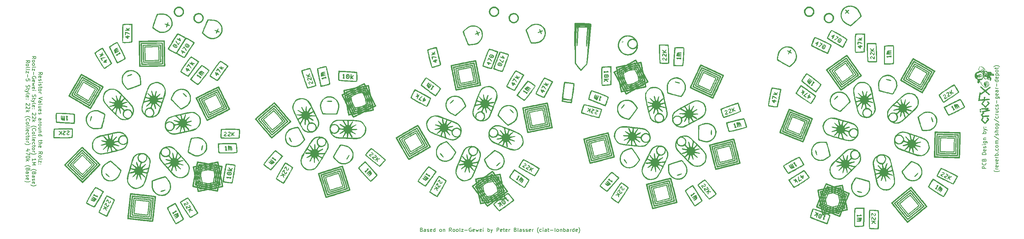
<source format=gbr>
%TF.GenerationSoftware,KiCad,Pcbnew,(5.1.7)-1*%
%TF.CreationDate,2021-06-30T17:19:35-05:00*%
%TF.ProjectId,ROLZRSTRIP,524f4c5a-5253-4545-9249-502e6b696361,rev?*%
%TF.SameCoordinates,Original*%
%TF.FileFunction,Legend,Top*%
%TF.FilePolarity,Positive*%
%FSLAX46Y46*%
G04 Gerber Fmt 4.6, Leading zero omitted, Abs format (unit mm)*
G04 Created by KiCad (PCBNEW (5.1.7)-1) date 2021-06-30 17:19:35*
%MOMM*%
%LPD*%
G01*
G04 APERTURE LIST*
%ADD10C,0.150000*%
%ADD11C,0.120000*%
%ADD12C,0.010000*%
G04 APERTURE END LIST*
D10*
X123163333Y-153938571D02*
X123306190Y-153986190D01*
X123353809Y-154033809D01*
X123401428Y-154129047D01*
X123401428Y-154271904D01*
X123353809Y-154367142D01*
X123306190Y-154414761D01*
X123210952Y-154462380D01*
X122830000Y-154462380D01*
X122830000Y-153462380D01*
X123163333Y-153462380D01*
X123258571Y-153510000D01*
X123306190Y-153557619D01*
X123353809Y-153652857D01*
X123353809Y-153748095D01*
X123306190Y-153843333D01*
X123258571Y-153890952D01*
X123163333Y-153938571D01*
X122830000Y-153938571D01*
X124258571Y-154462380D02*
X124258571Y-153938571D01*
X124210952Y-153843333D01*
X124115714Y-153795714D01*
X123925238Y-153795714D01*
X123830000Y-153843333D01*
X124258571Y-154414761D02*
X124163333Y-154462380D01*
X123925238Y-154462380D01*
X123830000Y-154414761D01*
X123782380Y-154319523D01*
X123782380Y-154224285D01*
X123830000Y-154129047D01*
X123925238Y-154081428D01*
X124163333Y-154081428D01*
X124258571Y-154033809D01*
X124687142Y-154414761D02*
X124782380Y-154462380D01*
X124972857Y-154462380D01*
X125068095Y-154414761D01*
X125115714Y-154319523D01*
X125115714Y-154271904D01*
X125068095Y-154176666D01*
X124972857Y-154129047D01*
X124830000Y-154129047D01*
X124734761Y-154081428D01*
X124687142Y-153986190D01*
X124687142Y-153938571D01*
X124734761Y-153843333D01*
X124830000Y-153795714D01*
X124972857Y-153795714D01*
X125068095Y-153843333D01*
X125925238Y-154414761D02*
X125830000Y-154462380D01*
X125639523Y-154462380D01*
X125544285Y-154414761D01*
X125496666Y-154319523D01*
X125496666Y-153938571D01*
X125544285Y-153843333D01*
X125639523Y-153795714D01*
X125830000Y-153795714D01*
X125925238Y-153843333D01*
X125972857Y-153938571D01*
X125972857Y-154033809D01*
X125496666Y-154129047D01*
X126830000Y-154462380D02*
X126830000Y-153462380D01*
X126830000Y-154414761D02*
X126734761Y-154462380D01*
X126544285Y-154462380D01*
X126449047Y-154414761D01*
X126401428Y-154367142D01*
X126353809Y-154271904D01*
X126353809Y-153986190D01*
X126401428Y-153890952D01*
X126449047Y-153843333D01*
X126544285Y-153795714D01*
X126734761Y-153795714D01*
X126830000Y-153843333D01*
X128210952Y-154462380D02*
X128115714Y-154414761D01*
X128068095Y-154367142D01*
X128020476Y-154271904D01*
X128020476Y-153986190D01*
X128068095Y-153890952D01*
X128115714Y-153843333D01*
X128210952Y-153795714D01*
X128353809Y-153795714D01*
X128449047Y-153843333D01*
X128496666Y-153890952D01*
X128544285Y-153986190D01*
X128544285Y-154271904D01*
X128496666Y-154367142D01*
X128449047Y-154414761D01*
X128353809Y-154462380D01*
X128210952Y-154462380D01*
X128972857Y-153795714D02*
X128972857Y-154462380D01*
X128972857Y-153890952D02*
X129020476Y-153843333D01*
X129115714Y-153795714D01*
X129258571Y-153795714D01*
X129353809Y-153843333D01*
X129401428Y-153938571D01*
X129401428Y-154462380D01*
X131210952Y-154462380D02*
X130877619Y-153986190D01*
X130639523Y-154462380D02*
X130639523Y-153462380D01*
X131020476Y-153462380D01*
X131115714Y-153510000D01*
X131163333Y-153557619D01*
X131210952Y-153652857D01*
X131210952Y-153795714D01*
X131163333Y-153890952D01*
X131115714Y-153938571D01*
X131020476Y-153986190D01*
X130639523Y-153986190D01*
X131782380Y-154462380D02*
X131687142Y-154414761D01*
X131639523Y-154367142D01*
X131591904Y-154271904D01*
X131591904Y-153986190D01*
X131639523Y-153890952D01*
X131687142Y-153843333D01*
X131782380Y-153795714D01*
X131925238Y-153795714D01*
X132020476Y-153843333D01*
X132068095Y-153890952D01*
X132115714Y-153986190D01*
X132115714Y-154271904D01*
X132068095Y-154367142D01*
X132020476Y-154414761D01*
X131925238Y-154462380D01*
X131782380Y-154462380D01*
X132687142Y-154462380D02*
X132591904Y-154414761D01*
X132544285Y-154367142D01*
X132496666Y-154271904D01*
X132496666Y-153986190D01*
X132544285Y-153890952D01*
X132591904Y-153843333D01*
X132687142Y-153795714D01*
X132830000Y-153795714D01*
X132925238Y-153843333D01*
X132972857Y-153890952D01*
X133020476Y-153986190D01*
X133020476Y-154271904D01*
X132972857Y-154367142D01*
X132925238Y-154414761D01*
X132830000Y-154462380D01*
X132687142Y-154462380D01*
X133591904Y-154462380D02*
X133496666Y-154414761D01*
X133449047Y-154319523D01*
X133449047Y-153462380D01*
X133877619Y-153795714D02*
X134401428Y-153795714D01*
X133877619Y-154462380D01*
X134401428Y-154462380D01*
X134782380Y-154081428D02*
X135544285Y-154081428D01*
X136544285Y-153510000D02*
X136449047Y-153462380D01*
X136306190Y-153462380D01*
X136163333Y-153510000D01*
X136068095Y-153605238D01*
X136020476Y-153700476D01*
X135972857Y-153890952D01*
X135972857Y-154033809D01*
X136020476Y-154224285D01*
X136068095Y-154319523D01*
X136163333Y-154414761D01*
X136306190Y-154462380D01*
X136401428Y-154462380D01*
X136544285Y-154414761D01*
X136591904Y-154367142D01*
X136591904Y-154033809D01*
X136401428Y-154033809D01*
X137401428Y-154414761D02*
X137306190Y-154462380D01*
X137115714Y-154462380D01*
X137020476Y-154414761D01*
X136972857Y-154319523D01*
X136972857Y-153938571D01*
X137020476Y-153843333D01*
X137115714Y-153795714D01*
X137306190Y-153795714D01*
X137401428Y-153843333D01*
X137449047Y-153938571D01*
X137449047Y-154033809D01*
X136972857Y-154129047D01*
X137782380Y-153795714D02*
X137972857Y-154462380D01*
X138163333Y-153986190D01*
X138353809Y-154462380D01*
X138544285Y-153795714D01*
X139306190Y-154414761D02*
X139210952Y-154462380D01*
X139020476Y-154462380D01*
X138925238Y-154414761D01*
X138877619Y-154319523D01*
X138877619Y-153938571D01*
X138925238Y-153843333D01*
X139020476Y-153795714D01*
X139210952Y-153795714D01*
X139306190Y-153843333D01*
X139353809Y-153938571D01*
X139353809Y-154033809D01*
X138877619Y-154129047D01*
X139782380Y-154462380D02*
X139782380Y-153795714D01*
X139782380Y-153462380D02*
X139734761Y-153510000D01*
X139782380Y-153557619D01*
X139830000Y-153510000D01*
X139782380Y-153462380D01*
X139782380Y-153557619D01*
X141020476Y-154462380D02*
X141020476Y-153462380D01*
X141020476Y-153843333D02*
X141115714Y-153795714D01*
X141306190Y-153795714D01*
X141401428Y-153843333D01*
X141449047Y-153890952D01*
X141496666Y-153986190D01*
X141496666Y-154271904D01*
X141449047Y-154367142D01*
X141401428Y-154414761D01*
X141306190Y-154462380D01*
X141115714Y-154462380D01*
X141020476Y-154414761D01*
X141830000Y-153795714D02*
X142068095Y-154462380D01*
X142306190Y-153795714D02*
X142068095Y-154462380D01*
X141972857Y-154700476D01*
X141925238Y-154748095D01*
X141830000Y-154795714D01*
X143449047Y-154462380D02*
X143449047Y-153462380D01*
X143830000Y-153462380D01*
X143925238Y-153510000D01*
X143972857Y-153557619D01*
X144020476Y-153652857D01*
X144020476Y-153795714D01*
X143972857Y-153890952D01*
X143925238Y-153938571D01*
X143830000Y-153986190D01*
X143449047Y-153986190D01*
X144830000Y-154414761D02*
X144734761Y-154462380D01*
X144544285Y-154462380D01*
X144449047Y-154414761D01*
X144401428Y-154319523D01*
X144401428Y-153938571D01*
X144449047Y-153843333D01*
X144544285Y-153795714D01*
X144734761Y-153795714D01*
X144830000Y-153843333D01*
X144877619Y-153938571D01*
X144877619Y-154033809D01*
X144401428Y-154129047D01*
X145163333Y-153795714D02*
X145544285Y-153795714D01*
X145306190Y-153462380D02*
X145306190Y-154319523D01*
X145353809Y-154414761D01*
X145449047Y-154462380D01*
X145544285Y-154462380D01*
X146258571Y-154414761D02*
X146163333Y-154462380D01*
X145972857Y-154462380D01*
X145877619Y-154414761D01*
X145830000Y-154319523D01*
X145830000Y-153938571D01*
X145877619Y-153843333D01*
X145972857Y-153795714D01*
X146163333Y-153795714D01*
X146258571Y-153843333D01*
X146306190Y-153938571D01*
X146306190Y-154033809D01*
X145830000Y-154129047D01*
X146734761Y-154462380D02*
X146734761Y-153795714D01*
X146734761Y-153986190D02*
X146782380Y-153890952D01*
X146830000Y-153843333D01*
X146925238Y-153795714D01*
X147020476Y-153795714D01*
X148449047Y-153938571D02*
X148591904Y-153986190D01*
X148639523Y-154033809D01*
X148687142Y-154129047D01*
X148687142Y-154271904D01*
X148639523Y-154367142D01*
X148591904Y-154414761D01*
X148496666Y-154462380D01*
X148115714Y-154462380D01*
X148115714Y-153462380D01*
X148449047Y-153462380D01*
X148544285Y-153510000D01*
X148591904Y-153557619D01*
X148639523Y-153652857D01*
X148639523Y-153748095D01*
X148591904Y-153843333D01*
X148544285Y-153890952D01*
X148449047Y-153938571D01*
X148115714Y-153938571D01*
X149258571Y-154462380D02*
X149163333Y-154414761D01*
X149115714Y-154319523D01*
X149115714Y-153462380D01*
X150068095Y-154462380D02*
X150068095Y-153938571D01*
X150020476Y-153843333D01*
X149925238Y-153795714D01*
X149734761Y-153795714D01*
X149639523Y-153843333D01*
X150068095Y-154414761D02*
X149972857Y-154462380D01*
X149734761Y-154462380D01*
X149639523Y-154414761D01*
X149591904Y-154319523D01*
X149591904Y-154224285D01*
X149639523Y-154129047D01*
X149734761Y-154081428D01*
X149972857Y-154081428D01*
X150068095Y-154033809D01*
X150496666Y-154414761D02*
X150591904Y-154462380D01*
X150782380Y-154462380D01*
X150877619Y-154414761D01*
X150925238Y-154319523D01*
X150925238Y-154271904D01*
X150877619Y-154176666D01*
X150782380Y-154129047D01*
X150639523Y-154129047D01*
X150544285Y-154081428D01*
X150496666Y-153986190D01*
X150496666Y-153938571D01*
X150544285Y-153843333D01*
X150639523Y-153795714D01*
X150782380Y-153795714D01*
X150877619Y-153843333D01*
X151306190Y-154414761D02*
X151401428Y-154462380D01*
X151591904Y-154462380D01*
X151687142Y-154414761D01*
X151734761Y-154319523D01*
X151734761Y-154271904D01*
X151687142Y-154176666D01*
X151591904Y-154129047D01*
X151449047Y-154129047D01*
X151353809Y-154081428D01*
X151306190Y-153986190D01*
X151306190Y-153938571D01*
X151353809Y-153843333D01*
X151449047Y-153795714D01*
X151591904Y-153795714D01*
X151687142Y-153843333D01*
X152544285Y-154414761D02*
X152449047Y-154462380D01*
X152258571Y-154462380D01*
X152163333Y-154414761D01*
X152115714Y-154319523D01*
X152115714Y-153938571D01*
X152163333Y-153843333D01*
X152258571Y-153795714D01*
X152449047Y-153795714D01*
X152544285Y-153843333D01*
X152591904Y-153938571D01*
X152591904Y-154033809D01*
X152115714Y-154129047D01*
X153020476Y-154462380D02*
X153020476Y-153795714D01*
X153020476Y-153986190D02*
X153068095Y-153890952D01*
X153115714Y-153843333D01*
X153210952Y-153795714D01*
X153306190Y-153795714D01*
X154687142Y-154843333D02*
X154639523Y-154795714D01*
X154544285Y-154652857D01*
X154496666Y-154557619D01*
X154449047Y-154414761D01*
X154401428Y-154176666D01*
X154401428Y-153986190D01*
X154449047Y-153748095D01*
X154496666Y-153605238D01*
X154544285Y-153510000D01*
X154639523Y-153367142D01*
X154687142Y-153319523D01*
X155496666Y-154414761D02*
X155401428Y-154462380D01*
X155210952Y-154462380D01*
X155115714Y-154414761D01*
X155068095Y-154367142D01*
X155020476Y-154271904D01*
X155020476Y-153986190D01*
X155068095Y-153890952D01*
X155115714Y-153843333D01*
X155210952Y-153795714D01*
X155401428Y-153795714D01*
X155496666Y-153843333D01*
X155925238Y-154462380D02*
X155925238Y-153795714D01*
X155925238Y-153462380D02*
X155877619Y-153510000D01*
X155925238Y-153557619D01*
X155972857Y-153510000D01*
X155925238Y-153462380D01*
X155925238Y-153557619D01*
X156830000Y-154462380D02*
X156830000Y-153938571D01*
X156782380Y-153843333D01*
X156687142Y-153795714D01*
X156496666Y-153795714D01*
X156401428Y-153843333D01*
X156830000Y-154414761D02*
X156734761Y-154462380D01*
X156496666Y-154462380D01*
X156401428Y-154414761D01*
X156353809Y-154319523D01*
X156353809Y-154224285D01*
X156401428Y-154129047D01*
X156496666Y-154081428D01*
X156734761Y-154081428D01*
X156830000Y-154033809D01*
X157163333Y-153795714D02*
X157544285Y-153795714D01*
X157306190Y-153462380D02*
X157306190Y-154319523D01*
X157353809Y-154414761D01*
X157449047Y-154462380D01*
X157544285Y-154462380D01*
X157877619Y-154081428D02*
X158639523Y-154081428D01*
X159258571Y-154462380D02*
X159163333Y-154414761D01*
X159115714Y-154319523D01*
X159115714Y-153462380D01*
X159782380Y-154462380D02*
X159687142Y-154414761D01*
X159639523Y-154367142D01*
X159591904Y-154271904D01*
X159591904Y-153986190D01*
X159639523Y-153890952D01*
X159687142Y-153843333D01*
X159782380Y-153795714D01*
X159925238Y-153795714D01*
X160020476Y-153843333D01*
X160068095Y-153890952D01*
X160115714Y-153986190D01*
X160115714Y-154271904D01*
X160068095Y-154367142D01*
X160020476Y-154414761D01*
X159925238Y-154462380D01*
X159782380Y-154462380D01*
X160544285Y-153795714D02*
X160544285Y-154462380D01*
X160544285Y-153890952D02*
X160591904Y-153843333D01*
X160687142Y-153795714D01*
X160830000Y-153795714D01*
X160925238Y-153843333D01*
X160972857Y-153938571D01*
X160972857Y-154462380D01*
X161449047Y-154462380D02*
X161449047Y-153462380D01*
X161449047Y-153843333D02*
X161544285Y-153795714D01*
X161734761Y-153795714D01*
X161830000Y-153843333D01*
X161877619Y-153890952D01*
X161925238Y-153986190D01*
X161925238Y-154271904D01*
X161877619Y-154367142D01*
X161830000Y-154414761D01*
X161734761Y-154462380D01*
X161544285Y-154462380D01*
X161449047Y-154414761D01*
X162782380Y-154462380D02*
X162782380Y-153938571D01*
X162734761Y-153843333D01*
X162639523Y-153795714D01*
X162449047Y-153795714D01*
X162353809Y-153843333D01*
X162782380Y-154414761D02*
X162687142Y-154462380D01*
X162449047Y-154462380D01*
X162353809Y-154414761D01*
X162306190Y-154319523D01*
X162306190Y-154224285D01*
X162353809Y-154129047D01*
X162449047Y-154081428D01*
X162687142Y-154081428D01*
X162782380Y-154033809D01*
X163258571Y-154462380D02*
X163258571Y-153795714D01*
X163258571Y-153986190D02*
X163306190Y-153890952D01*
X163353809Y-153843333D01*
X163449047Y-153795714D01*
X163544285Y-153795714D01*
X164306190Y-154462380D02*
X164306190Y-153462380D01*
X164306190Y-154414761D02*
X164210952Y-154462380D01*
X164020476Y-154462380D01*
X163925238Y-154414761D01*
X163877619Y-154367142D01*
X163830000Y-154271904D01*
X163830000Y-153986190D01*
X163877619Y-153890952D01*
X163925238Y-153843333D01*
X164020476Y-153795714D01*
X164210952Y-153795714D01*
X164306190Y-153843333D01*
X165163333Y-154414761D02*
X165068095Y-154462380D01*
X164877619Y-154462380D01*
X164782380Y-154414761D01*
X164734761Y-154319523D01*
X164734761Y-153938571D01*
X164782380Y-153843333D01*
X164877619Y-153795714D01*
X165068095Y-153795714D01*
X165163333Y-153843333D01*
X165210952Y-153938571D01*
X165210952Y-154033809D01*
X164734761Y-154129047D01*
X165544285Y-154843333D02*
X165591904Y-154795714D01*
X165687142Y-154652857D01*
X165734761Y-154557619D01*
X165782380Y-154414761D01*
X165830000Y-154176666D01*
X165830000Y-153986190D01*
X165782380Y-153748095D01*
X165734761Y-153605238D01*
X165687142Y-153510000D01*
X165591904Y-153367142D01*
X165544285Y-153319523D01*
X18132619Y-107789047D02*
X18608809Y-107455714D01*
X18132619Y-107217619D02*
X19132619Y-107217619D01*
X19132619Y-107598571D01*
X19085000Y-107693809D01*
X19037380Y-107741428D01*
X18942142Y-107789047D01*
X18799285Y-107789047D01*
X18704047Y-107741428D01*
X18656428Y-107693809D01*
X18608809Y-107598571D01*
X18608809Y-107217619D01*
X18132619Y-108360476D02*
X18180238Y-108265238D01*
X18227857Y-108217619D01*
X18323095Y-108170000D01*
X18608809Y-108170000D01*
X18704047Y-108217619D01*
X18751666Y-108265238D01*
X18799285Y-108360476D01*
X18799285Y-108503333D01*
X18751666Y-108598571D01*
X18704047Y-108646190D01*
X18608809Y-108693809D01*
X18323095Y-108693809D01*
X18227857Y-108646190D01*
X18180238Y-108598571D01*
X18132619Y-108503333D01*
X18132619Y-108360476D01*
X18132619Y-109265238D02*
X18180238Y-109170000D01*
X18227857Y-109122380D01*
X18323095Y-109074761D01*
X18608809Y-109074761D01*
X18704047Y-109122380D01*
X18751666Y-109170000D01*
X18799285Y-109265238D01*
X18799285Y-109408095D01*
X18751666Y-109503333D01*
X18704047Y-109550952D01*
X18608809Y-109598571D01*
X18323095Y-109598571D01*
X18227857Y-109550952D01*
X18180238Y-109503333D01*
X18132619Y-109408095D01*
X18132619Y-109265238D01*
X18132619Y-110170000D02*
X18180238Y-110074761D01*
X18275476Y-110027142D01*
X19132619Y-110027142D01*
X18799285Y-110455714D02*
X18799285Y-110979523D01*
X18132619Y-110455714D01*
X18132619Y-110979523D01*
X18513571Y-111360476D02*
X18513571Y-112122380D01*
X19085000Y-113122380D02*
X19132619Y-113027142D01*
X19132619Y-112884285D01*
X19085000Y-112741428D01*
X18989761Y-112646190D01*
X18894523Y-112598571D01*
X18704047Y-112550952D01*
X18561190Y-112550952D01*
X18370714Y-112598571D01*
X18275476Y-112646190D01*
X18180238Y-112741428D01*
X18132619Y-112884285D01*
X18132619Y-112979523D01*
X18180238Y-113122380D01*
X18227857Y-113170000D01*
X18561190Y-113170000D01*
X18561190Y-112979523D01*
X18180238Y-113979523D02*
X18132619Y-113884285D01*
X18132619Y-113693809D01*
X18180238Y-113598571D01*
X18275476Y-113550952D01*
X18656428Y-113550952D01*
X18751666Y-113598571D01*
X18799285Y-113693809D01*
X18799285Y-113884285D01*
X18751666Y-113979523D01*
X18656428Y-114027142D01*
X18561190Y-114027142D01*
X18465952Y-113550952D01*
X18799285Y-114360476D02*
X18132619Y-114550952D01*
X18608809Y-114741428D01*
X18132619Y-114931904D01*
X18799285Y-115122380D01*
X18180238Y-115884285D02*
X18132619Y-115789047D01*
X18132619Y-115598571D01*
X18180238Y-115503333D01*
X18275476Y-115455714D01*
X18656428Y-115455714D01*
X18751666Y-115503333D01*
X18799285Y-115598571D01*
X18799285Y-115789047D01*
X18751666Y-115884285D01*
X18656428Y-115931904D01*
X18561190Y-115931904D01*
X18465952Y-115455714D01*
X18132619Y-116360476D02*
X18799285Y-116360476D01*
X19132619Y-116360476D02*
X19085000Y-116312857D01*
X19037380Y-116360476D01*
X19085000Y-116408095D01*
X19132619Y-116360476D01*
X19037380Y-116360476D01*
X18180238Y-117550952D02*
X18132619Y-117693809D01*
X18132619Y-117931904D01*
X18180238Y-118027142D01*
X18227857Y-118074761D01*
X18323095Y-118122380D01*
X18418333Y-118122380D01*
X18513571Y-118074761D01*
X18561190Y-118027142D01*
X18608809Y-117931904D01*
X18656428Y-117741428D01*
X18704047Y-117646190D01*
X18751666Y-117598571D01*
X18846904Y-117550952D01*
X18942142Y-117550952D01*
X19037380Y-117598571D01*
X19085000Y-117646190D01*
X19132619Y-117741428D01*
X19132619Y-117979523D01*
X19085000Y-118122380D01*
X18799285Y-118408095D02*
X18799285Y-118789047D01*
X19132619Y-118550952D02*
X18275476Y-118550952D01*
X18180238Y-118598571D01*
X18132619Y-118693809D01*
X18132619Y-118789047D01*
X18799285Y-119027142D02*
X18132619Y-119265238D01*
X18799285Y-119503333D02*
X18132619Y-119265238D01*
X17894523Y-119170000D01*
X17846904Y-119122380D01*
X17799285Y-119027142D01*
X18132619Y-120027142D02*
X18180238Y-119931904D01*
X18275476Y-119884285D01*
X19132619Y-119884285D01*
X18180238Y-120789047D02*
X18132619Y-120693809D01*
X18132619Y-120503333D01*
X18180238Y-120408095D01*
X18275476Y-120360476D01*
X18656428Y-120360476D01*
X18751666Y-120408095D01*
X18799285Y-120503333D01*
X18799285Y-120693809D01*
X18751666Y-120789047D01*
X18656428Y-120836666D01*
X18561190Y-120836666D01*
X18465952Y-120360476D01*
X18227857Y-121265238D02*
X18180238Y-121312857D01*
X18132619Y-121265238D01*
X18180238Y-121217619D01*
X18227857Y-121265238D01*
X18132619Y-121265238D01*
X18751666Y-121265238D02*
X18704047Y-121312857D01*
X18656428Y-121265238D01*
X18704047Y-121217619D01*
X18751666Y-121265238D01*
X18656428Y-121265238D01*
X19037380Y-122455714D02*
X19085000Y-122503333D01*
X19132619Y-122598571D01*
X19132619Y-122836666D01*
X19085000Y-122931904D01*
X19037380Y-122979523D01*
X18942142Y-123027142D01*
X18846904Y-123027142D01*
X18704047Y-122979523D01*
X18132619Y-122408095D01*
X18132619Y-123027142D01*
X19037380Y-123408095D02*
X19085000Y-123455714D01*
X19132619Y-123550952D01*
X19132619Y-123789047D01*
X19085000Y-123884285D01*
X19037380Y-123931904D01*
X18942142Y-123979523D01*
X18846904Y-123979523D01*
X18704047Y-123931904D01*
X18132619Y-123360476D01*
X18132619Y-123979523D01*
X18132619Y-124408095D02*
X19132619Y-124408095D01*
X18513571Y-124503333D02*
X18132619Y-124789047D01*
X18799285Y-124789047D02*
X18418333Y-124408095D01*
X17751666Y-126265238D02*
X17799285Y-126217619D01*
X17942142Y-126122380D01*
X18037380Y-126074761D01*
X18180238Y-126027142D01*
X18418333Y-125979523D01*
X18608809Y-125979523D01*
X18846904Y-126027142D01*
X18989761Y-126074761D01*
X19085000Y-126122380D01*
X19227857Y-126217619D01*
X19275476Y-126265238D01*
X18227857Y-127217619D02*
X18180238Y-127169999D01*
X18132619Y-127027142D01*
X18132619Y-126931904D01*
X18180238Y-126789047D01*
X18275476Y-126693809D01*
X18370714Y-126646190D01*
X18561190Y-126598571D01*
X18704047Y-126598571D01*
X18894523Y-126646190D01*
X18989761Y-126693809D01*
X19085000Y-126789047D01*
X19132619Y-126931904D01*
X19132619Y-127027142D01*
X19085000Y-127169999D01*
X19037380Y-127217619D01*
X18132619Y-127789047D02*
X18180238Y-127693809D01*
X18227857Y-127646190D01*
X18323095Y-127598571D01*
X18608809Y-127598571D01*
X18704047Y-127646190D01*
X18751666Y-127693809D01*
X18799285Y-127789047D01*
X18799285Y-127931904D01*
X18751666Y-128027142D01*
X18704047Y-128074761D01*
X18608809Y-128122380D01*
X18323095Y-128122380D01*
X18227857Y-128074761D01*
X18180238Y-128027142D01*
X18132619Y-127931904D01*
X18132619Y-127789047D01*
X18132619Y-128693809D02*
X18180238Y-128598571D01*
X18275476Y-128550952D01*
X19132619Y-128550952D01*
X18132619Y-129217619D02*
X18180238Y-129122380D01*
X18275476Y-129074761D01*
X19132619Y-129074761D01*
X18180238Y-129979523D02*
X18132619Y-129884285D01*
X18132619Y-129693809D01*
X18180238Y-129598571D01*
X18275476Y-129550952D01*
X18656428Y-129550952D01*
X18751666Y-129598571D01*
X18799285Y-129693809D01*
X18799285Y-129884285D01*
X18751666Y-129979523D01*
X18656428Y-130027142D01*
X18561190Y-130027142D01*
X18465952Y-129550952D01*
X18180238Y-130884285D02*
X18132619Y-130789047D01*
X18132619Y-130598571D01*
X18180238Y-130503333D01*
X18227857Y-130455714D01*
X18323095Y-130408095D01*
X18608809Y-130408095D01*
X18704047Y-130455714D01*
X18751666Y-130503333D01*
X18799285Y-130598571D01*
X18799285Y-130789047D01*
X18751666Y-130884285D01*
X18799285Y-131169999D02*
X18799285Y-131550952D01*
X19132619Y-131312857D02*
X18275476Y-131312857D01*
X18180238Y-131360476D01*
X18132619Y-131455714D01*
X18132619Y-131550952D01*
X18132619Y-132027142D02*
X18180238Y-131931904D01*
X18227857Y-131884285D01*
X18323095Y-131836666D01*
X18608809Y-131836666D01*
X18704047Y-131884285D01*
X18751666Y-131931904D01*
X18799285Y-132027142D01*
X18799285Y-132169999D01*
X18751666Y-132265238D01*
X18704047Y-132312857D01*
X18608809Y-132360476D01*
X18323095Y-132360476D01*
X18227857Y-132312857D01*
X18180238Y-132265238D01*
X18132619Y-132169999D01*
X18132619Y-132027142D01*
X18132619Y-132789047D02*
X18799285Y-132789047D01*
X18608809Y-132789047D02*
X18704047Y-132836666D01*
X18751666Y-132884285D01*
X18799285Y-132979523D01*
X18799285Y-133074761D01*
X17751666Y-133312857D02*
X17799285Y-133360476D01*
X17942142Y-133455714D01*
X18037380Y-133503333D01*
X18180238Y-133550952D01*
X18418333Y-133598571D01*
X18608809Y-133598571D01*
X18846904Y-133550952D01*
X18989761Y-133503333D01*
X19085000Y-133455714D01*
X19227857Y-133360476D01*
X19275476Y-133312857D01*
X18132619Y-135360476D02*
X18132619Y-134789047D01*
X18132619Y-135074761D02*
X19132619Y-135074761D01*
X18989761Y-134979523D01*
X18894523Y-134884285D01*
X18846904Y-134789047D01*
X18132619Y-135789047D02*
X19132619Y-135789047D01*
X18418333Y-136122380D01*
X19132619Y-136455714D01*
X18132619Y-136455714D01*
X17751666Y-137979523D02*
X17799285Y-137931904D01*
X17942142Y-137836666D01*
X18037380Y-137789047D01*
X18180238Y-137741428D01*
X18418333Y-137693809D01*
X18608809Y-137693809D01*
X18846904Y-137741428D01*
X18989761Y-137789047D01*
X19084999Y-137836666D01*
X19227857Y-137931904D01*
X19275476Y-137979523D01*
X18656428Y-138693809D02*
X18608809Y-138836666D01*
X18561190Y-138884285D01*
X18465952Y-138931904D01*
X18323095Y-138931904D01*
X18227857Y-138884285D01*
X18180238Y-138836666D01*
X18132619Y-138741428D01*
X18132619Y-138360476D01*
X19132619Y-138360476D01*
X19132619Y-138693809D01*
X19084999Y-138789047D01*
X19037380Y-138836666D01*
X18942142Y-138884285D01*
X18846904Y-138884285D01*
X18751666Y-138836666D01*
X18704047Y-138789047D01*
X18656428Y-138693809D01*
X18656428Y-138360476D01*
X18132619Y-139789047D02*
X18656428Y-139789047D01*
X18751666Y-139741428D01*
X18799285Y-139646190D01*
X18799285Y-139455714D01*
X18751666Y-139360476D01*
X18180238Y-139789047D02*
X18132619Y-139693809D01*
X18132619Y-139455714D01*
X18180238Y-139360476D01*
X18275476Y-139312857D01*
X18370714Y-139312857D01*
X18465952Y-139360476D01*
X18513571Y-139455714D01*
X18513571Y-139693809D01*
X18561190Y-139789047D01*
X18180238Y-140217619D02*
X18132619Y-140312857D01*
X18132619Y-140503333D01*
X18180238Y-140598571D01*
X18275476Y-140646190D01*
X18323095Y-140646190D01*
X18418333Y-140598571D01*
X18465952Y-140503333D01*
X18465952Y-140360476D01*
X18513571Y-140265238D01*
X18608809Y-140217619D01*
X18656428Y-140217619D01*
X18751666Y-140265238D01*
X18799285Y-140360476D01*
X18799285Y-140503333D01*
X18751666Y-140598571D01*
X18180238Y-141455714D02*
X18132619Y-141360476D01*
X18132619Y-141170000D01*
X18180238Y-141074761D01*
X18275476Y-141027142D01*
X18656428Y-141027142D01*
X18751666Y-141074761D01*
X18799285Y-141170000D01*
X18799285Y-141360476D01*
X18751666Y-141455714D01*
X18656428Y-141503333D01*
X18561190Y-141503333D01*
X18465952Y-141027142D01*
X17751666Y-141836666D02*
X17799285Y-141884285D01*
X17942142Y-141979523D01*
X18037380Y-142027142D01*
X18180238Y-142074761D01*
X18418333Y-142122380D01*
X18608809Y-142122380D01*
X18846904Y-142074761D01*
X18989761Y-142027142D01*
X19084999Y-141979523D01*
X19227857Y-141884285D01*
X19275476Y-141836666D01*
X16482619Y-108836666D02*
X16958809Y-108503333D01*
X16482619Y-108265238D02*
X17482619Y-108265238D01*
X17482619Y-108646190D01*
X17435000Y-108741428D01*
X17387380Y-108789047D01*
X17292142Y-108836666D01*
X17149285Y-108836666D01*
X17054047Y-108789047D01*
X17006428Y-108741428D01*
X16958809Y-108646190D01*
X16958809Y-108265238D01*
X16482619Y-109408095D02*
X16530238Y-109312857D01*
X16577857Y-109265238D01*
X16673095Y-109217619D01*
X16958809Y-109217619D01*
X17054047Y-109265238D01*
X17101666Y-109312857D01*
X17149285Y-109408095D01*
X17149285Y-109550952D01*
X17101666Y-109646190D01*
X17054047Y-109693809D01*
X16958809Y-109741428D01*
X16673095Y-109741428D01*
X16577857Y-109693809D01*
X16530238Y-109646190D01*
X16482619Y-109550952D01*
X16482619Y-109408095D01*
X16482619Y-110312857D02*
X16530238Y-110217619D01*
X16625476Y-110170000D01*
X17482619Y-110170000D01*
X16482619Y-110836666D02*
X16530238Y-110741428D01*
X16625476Y-110693809D01*
X17482619Y-110693809D01*
X17149285Y-111122380D02*
X17149285Y-111646190D01*
X16482619Y-111122380D01*
X16482619Y-111646190D01*
X16863571Y-112027142D02*
X16863571Y-112789047D01*
X17482619Y-113741428D02*
X17482619Y-113265238D01*
X17006428Y-113217619D01*
X17054047Y-113265238D01*
X17101666Y-113360476D01*
X17101666Y-113598571D01*
X17054047Y-113693809D01*
X17006428Y-113741428D01*
X16911190Y-113789047D01*
X16673095Y-113789047D01*
X16577857Y-113741428D01*
X16530238Y-113693809D01*
X16482619Y-113598571D01*
X16482619Y-113360476D01*
X16530238Y-113265238D01*
X16577857Y-113217619D01*
X16530238Y-114931904D02*
X16482619Y-115074761D01*
X16482619Y-115312857D01*
X16530238Y-115408095D01*
X16577857Y-115455714D01*
X16673095Y-115503333D01*
X16768333Y-115503333D01*
X16863571Y-115455714D01*
X16911190Y-115408095D01*
X16958809Y-115312857D01*
X17006428Y-115122380D01*
X17054047Y-115027142D01*
X17101666Y-114979523D01*
X17196904Y-114931904D01*
X17292142Y-114931904D01*
X17387380Y-114979523D01*
X17435000Y-115027142D01*
X17482619Y-115122380D01*
X17482619Y-115360476D01*
X17435000Y-115503333D01*
X17149285Y-115789047D02*
X17149285Y-116170000D01*
X17482619Y-115931904D02*
X16625476Y-115931904D01*
X16530238Y-115979523D01*
X16482619Y-116074761D01*
X16482619Y-116170000D01*
X17149285Y-116408095D02*
X16482619Y-116646190D01*
X17149285Y-116884285D02*
X16482619Y-116646190D01*
X16244523Y-116550952D01*
X16196904Y-116503333D01*
X16149285Y-116408095D01*
X16482619Y-117408095D02*
X16530238Y-117312857D01*
X16625476Y-117265238D01*
X17482619Y-117265238D01*
X16530238Y-118170000D02*
X16482619Y-118074761D01*
X16482619Y-117884285D01*
X16530238Y-117789047D01*
X16625476Y-117741428D01*
X17006428Y-117741428D01*
X17101666Y-117789047D01*
X17149285Y-117884285D01*
X17149285Y-118074761D01*
X17101666Y-118170000D01*
X17006428Y-118217619D01*
X16911190Y-118217619D01*
X16815952Y-117741428D01*
X16577857Y-118646190D02*
X16530238Y-118693809D01*
X16482619Y-118646190D01*
X16530238Y-118598571D01*
X16577857Y-118646190D01*
X16482619Y-118646190D01*
X17101666Y-118646190D02*
X17054047Y-118693809D01*
X17006428Y-118646190D01*
X17054047Y-118598571D01*
X17101666Y-118646190D01*
X17006428Y-118646190D01*
X17387380Y-119836666D02*
X17435000Y-119884285D01*
X17482619Y-119979523D01*
X17482619Y-120217619D01*
X17435000Y-120312857D01*
X17387380Y-120360476D01*
X17292142Y-120408095D01*
X17196904Y-120408095D01*
X17054047Y-120360476D01*
X16482619Y-119789047D01*
X16482619Y-120408095D01*
X17387380Y-120789047D02*
X17435000Y-120836666D01*
X17482619Y-120931904D01*
X17482619Y-121169999D01*
X17435000Y-121265238D01*
X17387380Y-121312857D01*
X17292142Y-121360476D01*
X17196904Y-121360476D01*
X17054047Y-121312857D01*
X16482619Y-120741428D01*
X16482619Y-121360476D01*
X16482619Y-121789047D02*
X17482619Y-121789047D01*
X16863571Y-121884285D02*
X16482619Y-122169999D01*
X17149285Y-122169999D02*
X16768333Y-121789047D01*
X16101666Y-123646190D02*
X16149285Y-123598571D01*
X16292142Y-123503333D01*
X16387380Y-123455714D01*
X16530238Y-123408095D01*
X16768333Y-123360476D01*
X16958809Y-123360476D01*
X17196904Y-123408095D01*
X17339761Y-123455714D01*
X17435000Y-123503333D01*
X17577857Y-123598571D01*
X17625476Y-123646190D01*
X16577857Y-124598571D02*
X16530238Y-124550952D01*
X16482619Y-124408095D01*
X16482619Y-124312857D01*
X16530238Y-124169999D01*
X16625476Y-124074761D01*
X16720714Y-124027142D01*
X16911190Y-123979523D01*
X17054047Y-123979523D01*
X17244523Y-124027142D01*
X17339761Y-124074761D01*
X17435000Y-124169999D01*
X17482619Y-124312857D01*
X17482619Y-124408095D01*
X17435000Y-124550952D01*
X17387380Y-124598571D01*
X16482619Y-125169999D02*
X16530238Y-125074761D01*
X16577857Y-125027142D01*
X16673095Y-124979523D01*
X16958809Y-124979523D01*
X17054047Y-125027142D01*
X17101666Y-125074761D01*
X17149285Y-125169999D01*
X17149285Y-125312857D01*
X17101666Y-125408095D01*
X17054047Y-125455714D01*
X16958809Y-125503333D01*
X16673095Y-125503333D01*
X16577857Y-125455714D01*
X16530238Y-125408095D01*
X16482619Y-125312857D01*
X16482619Y-125169999D01*
X16482619Y-126074761D02*
X16530238Y-125979523D01*
X16625476Y-125931904D01*
X17482619Y-125931904D01*
X16482619Y-126598571D02*
X16530238Y-126503333D01*
X16625476Y-126455714D01*
X17482619Y-126455714D01*
X16530238Y-127360476D02*
X16482619Y-127265238D01*
X16482619Y-127074761D01*
X16530238Y-126979523D01*
X16625476Y-126931904D01*
X17006428Y-126931904D01*
X17101666Y-126979523D01*
X17149285Y-127074761D01*
X17149285Y-127265238D01*
X17101666Y-127360476D01*
X17006428Y-127408095D01*
X16911190Y-127408095D01*
X16815952Y-126931904D01*
X16530238Y-128265238D02*
X16482619Y-128169999D01*
X16482619Y-127979523D01*
X16530238Y-127884285D01*
X16577857Y-127836666D01*
X16673095Y-127789047D01*
X16958809Y-127789047D01*
X17054047Y-127836666D01*
X17101666Y-127884285D01*
X17149285Y-127979523D01*
X17149285Y-128169999D01*
X17101666Y-128265238D01*
X17149285Y-128550952D02*
X17149285Y-128931904D01*
X17482619Y-128693809D02*
X16625476Y-128693809D01*
X16530238Y-128741428D01*
X16482619Y-128836666D01*
X16482619Y-128931904D01*
X16482619Y-129408095D02*
X16530238Y-129312857D01*
X16577857Y-129265238D01*
X16673095Y-129217619D01*
X16958809Y-129217619D01*
X17054047Y-129265238D01*
X17101666Y-129312857D01*
X17149285Y-129408095D01*
X17149285Y-129550952D01*
X17101666Y-129646190D01*
X17054047Y-129693809D01*
X16958809Y-129741428D01*
X16673095Y-129741428D01*
X16577857Y-129693809D01*
X16530238Y-129646190D01*
X16482619Y-129550952D01*
X16482619Y-129408095D01*
X16482619Y-130169999D02*
X17149285Y-130169999D01*
X16958809Y-130169999D02*
X17054047Y-130217619D01*
X17101666Y-130265238D01*
X17149285Y-130360476D01*
X17149285Y-130455714D01*
X16101666Y-130693809D02*
X16149285Y-130741428D01*
X16292142Y-130836666D01*
X16387380Y-130884285D01*
X16530238Y-130931904D01*
X16768333Y-130979523D01*
X16958809Y-130979523D01*
X17196904Y-130931904D01*
X17339761Y-130884285D01*
X17435000Y-130836666D01*
X17577857Y-130741428D01*
X17625476Y-130693809D01*
X17149285Y-132646190D02*
X16482619Y-132646190D01*
X17530238Y-132408095D02*
X16815952Y-132169999D01*
X16815952Y-132789047D01*
X17482619Y-133074761D02*
X17482619Y-133741428D01*
X16482619Y-133312857D01*
X17482619Y-134312857D02*
X17482619Y-134408095D01*
X17435000Y-134503333D01*
X17387380Y-134550952D01*
X17292142Y-134598571D01*
X17101666Y-134646190D01*
X16863571Y-134646190D01*
X16673095Y-134598571D01*
X16577857Y-134550952D01*
X16530238Y-134503333D01*
X16482619Y-134408095D01*
X16482619Y-134312857D01*
X16530238Y-134217619D01*
X16577857Y-134169999D01*
X16673095Y-134122380D01*
X16863571Y-134074761D01*
X17101666Y-134074761D01*
X17292142Y-134122380D01*
X17387380Y-134169999D01*
X17435000Y-134217619D01*
X17482619Y-134312857D01*
X16482619Y-135074761D02*
X17482619Y-135074761D01*
X16863571Y-135169999D02*
X16482619Y-135455714D01*
X17149285Y-135455714D02*
X16768333Y-135074761D01*
X16101666Y-136931904D02*
X16149285Y-136884285D01*
X16292142Y-136789047D01*
X16387380Y-136741428D01*
X16530238Y-136693809D01*
X16768333Y-136646190D01*
X16958809Y-136646190D01*
X17196904Y-136693809D01*
X17339761Y-136741428D01*
X17434999Y-136789047D01*
X17577857Y-136884285D01*
X17625476Y-136931904D01*
X17006428Y-137646190D02*
X16958809Y-137789047D01*
X16911190Y-137836666D01*
X16815952Y-137884285D01*
X16673095Y-137884285D01*
X16577857Y-137836666D01*
X16530238Y-137789047D01*
X16482619Y-137693809D01*
X16482619Y-137312857D01*
X17482619Y-137312857D01*
X17482619Y-137646190D01*
X17434999Y-137741428D01*
X17387380Y-137789047D01*
X17292142Y-137836666D01*
X17196904Y-137836666D01*
X17101666Y-137789047D01*
X17054047Y-137741428D01*
X17006428Y-137646190D01*
X17006428Y-137312857D01*
X16482619Y-138741428D02*
X17006428Y-138741428D01*
X17101666Y-138693809D01*
X17149285Y-138598571D01*
X17149285Y-138408095D01*
X17101666Y-138312857D01*
X16530238Y-138741428D02*
X16482619Y-138646190D01*
X16482619Y-138408095D01*
X16530238Y-138312857D01*
X16625476Y-138265238D01*
X16720714Y-138265238D01*
X16815952Y-138312857D01*
X16863571Y-138408095D01*
X16863571Y-138646190D01*
X16911190Y-138741428D01*
X16530238Y-139169999D02*
X16482619Y-139265238D01*
X16482619Y-139455714D01*
X16530238Y-139550952D01*
X16625476Y-139598571D01*
X16673095Y-139598571D01*
X16768333Y-139550952D01*
X16815952Y-139455714D01*
X16815952Y-139312857D01*
X16863571Y-139217619D01*
X16958809Y-139169999D01*
X17006428Y-139169999D01*
X17101666Y-139217619D01*
X17149285Y-139312857D01*
X17149285Y-139455714D01*
X17101666Y-139550952D01*
X16530238Y-140408095D02*
X16482619Y-140312857D01*
X16482619Y-140122380D01*
X16530238Y-140027142D01*
X16625476Y-139979523D01*
X17006428Y-139979523D01*
X17101666Y-140027142D01*
X17149285Y-140122380D01*
X17149285Y-140312857D01*
X17101666Y-140408095D01*
X17006428Y-140455714D01*
X16911190Y-140455714D01*
X16815952Y-139979523D01*
X16101666Y-140789047D02*
X16149285Y-140836666D01*
X16292142Y-140931904D01*
X16387380Y-140979523D01*
X16530238Y-141027142D01*
X16768333Y-141074761D01*
X16958809Y-141074761D01*
X17196904Y-141027142D01*
X17339761Y-140979523D01*
X17434999Y-140931904D01*
X17577857Y-140836666D01*
X17625476Y-140789047D01*
X19867619Y-112088095D02*
X20343809Y-111754761D01*
X19867619Y-111516666D02*
X20867619Y-111516666D01*
X20867619Y-111897619D01*
X20820000Y-111992857D01*
X20772380Y-112040476D01*
X20677142Y-112088095D01*
X20534285Y-112088095D01*
X20439047Y-112040476D01*
X20391428Y-111992857D01*
X20343809Y-111897619D01*
X20343809Y-111516666D01*
X19915238Y-112897619D02*
X19867619Y-112802380D01*
X19867619Y-112611904D01*
X19915238Y-112516666D01*
X20010476Y-112469047D01*
X20391428Y-112469047D01*
X20486666Y-112516666D01*
X20534285Y-112611904D01*
X20534285Y-112802380D01*
X20486666Y-112897619D01*
X20391428Y-112945238D01*
X20296190Y-112945238D01*
X20200952Y-112469047D01*
X19915238Y-113326190D02*
X19867619Y-113421428D01*
X19867619Y-113611904D01*
X19915238Y-113707142D01*
X20010476Y-113754761D01*
X20058095Y-113754761D01*
X20153333Y-113707142D01*
X20200952Y-113611904D01*
X20200952Y-113469047D01*
X20248571Y-113373809D01*
X20343809Y-113326190D01*
X20391428Y-113326190D01*
X20486666Y-113373809D01*
X20534285Y-113469047D01*
X20534285Y-113611904D01*
X20486666Y-113707142D01*
X19867619Y-114183333D02*
X20534285Y-114183333D01*
X20867619Y-114183333D02*
X20820000Y-114135714D01*
X20772380Y-114183333D01*
X20820000Y-114230952D01*
X20867619Y-114183333D01*
X20772380Y-114183333D01*
X19915238Y-114611904D02*
X19867619Y-114707142D01*
X19867619Y-114897619D01*
X19915238Y-114992857D01*
X20010476Y-115040476D01*
X20058095Y-115040476D01*
X20153333Y-114992857D01*
X20200952Y-114897619D01*
X20200952Y-114754761D01*
X20248571Y-114659523D01*
X20343809Y-114611904D01*
X20391428Y-114611904D01*
X20486666Y-114659523D01*
X20534285Y-114754761D01*
X20534285Y-114897619D01*
X20486666Y-114992857D01*
X20534285Y-115326190D02*
X20534285Y-115707142D01*
X20867619Y-115469047D02*
X20010476Y-115469047D01*
X19915238Y-115516666D01*
X19867619Y-115611904D01*
X19867619Y-115707142D01*
X19867619Y-116183333D02*
X19915238Y-116088095D01*
X19962857Y-116040476D01*
X20058095Y-115992857D01*
X20343809Y-115992857D01*
X20439047Y-116040476D01*
X20486666Y-116088095D01*
X20534285Y-116183333D01*
X20534285Y-116326190D01*
X20486666Y-116421428D01*
X20439047Y-116469047D01*
X20343809Y-116516666D01*
X20058095Y-116516666D01*
X19962857Y-116469047D01*
X19915238Y-116421428D01*
X19867619Y-116326190D01*
X19867619Y-116183333D01*
X19867619Y-116945238D02*
X20534285Y-116945238D01*
X20343809Y-116945238D02*
X20439047Y-116992857D01*
X20486666Y-117040476D01*
X20534285Y-117135714D01*
X20534285Y-117230952D01*
X20867619Y-118183333D02*
X19867619Y-118516666D01*
X20867619Y-118850000D01*
X19867619Y-119611904D02*
X20391428Y-119611904D01*
X20486666Y-119564285D01*
X20534285Y-119469047D01*
X20534285Y-119278571D01*
X20486666Y-119183333D01*
X19915238Y-119611904D02*
X19867619Y-119516666D01*
X19867619Y-119278571D01*
X19915238Y-119183333D01*
X20010476Y-119135714D01*
X20105714Y-119135714D01*
X20200952Y-119183333D01*
X20248571Y-119278571D01*
X20248571Y-119516666D01*
X20296190Y-119611904D01*
X19867619Y-120230952D02*
X19915238Y-120135714D01*
X20010476Y-120088095D01*
X20867619Y-120088095D01*
X20534285Y-121040476D02*
X19867619Y-121040476D01*
X20534285Y-120611904D02*
X20010476Y-120611904D01*
X19915238Y-120659523D01*
X19867619Y-120754761D01*
X19867619Y-120897619D01*
X19915238Y-120992857D01*
X19962857Y-121040476D01*
X19915238Y-121897619D02*
X19867619Y-121802380D01*
X19867619Y-121611904D01*
X19915238Y-121516666D01*
X20010476Y-121469047D01*
X20391428Y-121469047D01*
X20486666Y-121516666D01*
X20534285Y-121611904D01*
X20534285Y-121802380D01*
X20486666Y-121897619D01*
X20391428Y-121945238D01*
X20296190Y-121945238D01*
X20200952Y-121469047D01*
X19915238Y-122326190D02*
X19867619Y-122421428D01*
X19867619Y-122611904D01*
X19915238Y-122707142D01*
X20010476Y-122754761D01*
X20058095Y-122754761D01*
X20153333Y-122707142D01*
X20200952Y-122611904D01*
X20200952Y-122469047D01*
X20248571Y-122373809D01*
X20343809Y-122326190D01*
X20391428Y-122326190D01*
X20486666Y-122373809D01*
X20534285Y-122469047D01*
X20534285Y-122611904D01*
X20486666Y-122707142D01*
X19867619Y-124373809D02*
X20391428Y-124373809D01*
X20486666Y-124326190D01*
X20534285Y-124230952D01*
X20534285Y-124040476D01*
X20486666Y-123945238D01*
X19915238Y-124373809D02*
X19867619Y-124278571D01*
X19867619Y-124040476D01*
X19915238Y-123945238D01*
X20010476Y-123897619D01*
X20105714Y-123897619D01*
X20200952Y-123945238D01*
X20248571Y-124040476D01*
X20248571Y-124278571D01*
X20296190Y-124373809D01*
X19867619Y-124850000D02*
X20534285Y-124850000D01*
X20343809Y-124850000D02*
X20439047Y-124897619D01*
X20486666Y-124945238D01*
X20534285Y-125040476D01*
X20534285Y-125135714D01*
X19867619Y-125611904D02*
X19915238Y-125516666D01*
X19962857Y-125469047D01*
X20058095Y-125421428D01*
X20343809Y-125421428D01*
X20439047Y-125469047D01*
X20486666Y-125516666D01*
X20534285Y-125611904D01*
X20534285Y-125754761D01*
X20486666Y-125850000D01*
X20439047Y-125897619D01*
X20343809Y-125945238D01*
X20058095Y-125945238D01*
X19962857Y-125897619D01*
X19915238Y-125850000D01*
X19867619Y-125754761D01*
X19867619Y-125611904D01*
X20534285Y-126802380D02*
X19867619Y-126802380D01*
X20534285Y-126373809D02*
X20010476Y-126373809D01*
X19915238Y-126421428D01*
X19867619Y-126516666D01*
X19867619Y-126659523D01*
X19915238Y-126754761D01*
X19962857Y-126802380D01*
X20534285Y-127278571D02*
X19867619Y-127278571D01*
X20439047Y-127278571D02*
X20486666Y-127326190D01*
X20534285Y-127421428D01*
X20534285Y-127564285D01*
X20486666Y-127659523D01*
X20391428Y-127707142D01*
X19867619Y-127707142D01*
X19867619Y-128611904D02*
X20867619Y-128611904D01*
X19915238Y-128611904D02*
X19867619Y-128516666D01*
X19867619Y-128326190D01*
X19915238Y-128230952D01*
X19962857Y-128183333D01*
X20058095Y-128135714D01*
X20343809Y-128135714D01*
X20439047Y-128183333D01*
X20486666Y-128230952D01*
X20534285Y-128326190D01*
X20534285Y-128516666D01*
X20486666Y-128611904D01*
X20534285Y-129707142D02*
X20534285Y-130088095D01*
X20867619Y-129850000D02*
X20010476Y-129850000D01*
X19915238Y-129897619D01*
X19867619Y-129992857D01*
X19867619Y-130088095D01*
X19867619Y-130421428D02*
X20867619Y-130421428D01*
X19867619Y-130850000D02*
X20391428Y-130850000D01*
X20486666Y-130802380D01*
X20534285Y-130707142D01*
X20534285Y-130564285D01*
X20486666Y-130469047D01*
X20439047Y-130421428D01*
X19915238Y-131707142D02*
X19867619Y-131611904D01*
X19867619Y-131421428D01*
X19915238Y-131326190D01*
X20010476Y-131278571D01*
X20391428Y-131278571D01*
X20486666Y-131326190D01*
X20534285Y-131421428D01*
X20534285Y-131611904D01*
X20486666Y-131707142D01*
X20391428Y-131754761D01*
X20296190Y-131754761D01*
X20200952Y-131278571D01*
X19867619Y-133516666D02*
X20343809Y-133183333D01*
X19867619Y-132945238D02*
X20867619Y-132945238D01*
X20867619Y-133326190D01*
X20820000Y-133421428D01*
X20772380Y-133469047D01*
X20677142Y-133516666D01*
X20534285Y-133516666D01*
X20439047Y-133469047D01*
X20391428Y-133421428D01*
X20343809Y-133326190D01*
X20343809Y-132945238D01*
X19867619Y-134088095D02*
X19915238Y-133992857D01*
X19962857Y-133945238D01*
X20058095Y-133897619D01*
X20343809Y-133897619D01*
X20439047Y-133945238D01*
X20486666Y-133992857D01*
X20534285Y-134088095D01*
X20534285Y-134230952D01*
X20486666Y-134326190D01*
X20439047Y-134373809D01*
X20343809Y-134421428D01*
X20058095Y-134421428D01*
X19962857Y-134373809D01*
X19915238Y-134326190D01*
X19867619Y-134230952D01*
X19867619Y-134088095D01*
X19867619Y-134992857D02*
X19915238Y-134897619D01*
X20010476Y-134850000D01*
X20867619Y-134850000D01*
X20534285Y-135278571D02*
X20534285Y-135802380D01*
X19867619Y-135278571D01*
X19867619Y-135802380D01*
X19962857Y-136183333D02*
X19915238Y-136230952D01*
X19867619Y-136183333D01*
X19915238Y-136135714D01*
X19962857Y-136183333D01*
X19867619Y-136183333D01*
X20486666Y-136183333D02*
X20439047Y-136230952D01*
X20391428Y-136183333D01*
X20439047Y-136135714D01*
X20486666Y-136183333D01*
X20391428Y-136183333D01*
X279033333Y-137993809D02*
X278985714Y-138041428D01*
X278842857Y-138136666D01*
X278747619Y-138184285D01*
X278604761Y-138231904D01*
X278366666Y-138279523D01*
X278176190Y-138279523D01*
X277938095Y-138231904D01*
X277795238Y-138184285D01*
X277700000Y-138136666D01*
X277557142Y-138041428D01*
X277509523Y-137993809D01*
X278652380Y-137612857D02*
X277985714Y-137612857D01*
X278176190Y-137612857D02*
X278080952Y-137565238D01*
X278033333Y-137517619D01*
X277985714Y-137422380D01*
X277985714Y-137327142D01*
X278604761Y-136612857D02*
X278652380Y-136708095D01*
X278652380Y-136898571D01*
X278604761Y-136993809D01*
X278509523Y-137041428D01*
X278128571Y-137041428D01*
X278033333Y-136993809D01*
X277985714Y-136898571D01*
X277985714Y-136708095D01*
X278033333Y-136612857D01*
X278128571Y-136565238D01*
X278223809Y-136565238D01*
X278319047Y-137041428D01*
X277985714Y-136231904D02*
X278652380Y-135993809D01*
X277985714Y-135755714D01*
X278604761Y-134993809D02*
X278652380Y-135089047D01*
X278652380Y-135279523D01*
X278604761Y-135374761D01*
X278509523Y-135422380D01*
X278128571Y-135422380D01*
X278033333Y-135374761D01*
X277985714Y-135279523D01*
X277985714Y-135089047D01*
X278033333Y-134993809D01*
X278128571Y-134946190D01*
X278223809Y-134946190D01*
X278319047Y-135422380D01*
X278652380Y-134517619D02*
X277985714Y-134517619D01*
X278176190Y-134517619D02*
X278080952Y-134470000D01*
X278033333Y-134422380D01*
X277985714Y-134327142D01*
X277985714Y-134231904D01*
X278652380Y-133898571D02*
X277652380Y-133898571D01*
X278033333Y-133898571D02*
X277985714Y-133803333D01*
X277985714Y-133612857D01*
X278033333Y-133517619D01*
X278080952Y-133470000D01*
X278176190Y-133422380D01*
X278461904Y-133422380D01*
X278557142Y-133470000D01*
X278604761Y-133517619D01*
X278652380Y-133612857D01*
X278652380Y-133803333D01*
X278604761Y-133898571D01*
X278557142Y-132993809D02*
X278604761Y-132946190D01*
X278652380Y-132993809D01*
X278604761Y-133041428D01*
X278557142Y-132993809D01*
X278652380Y-132993809D01*
X278604761Y-132089047D02*
X278652380Y-132184285D01*
X278652380Y-132374761D01*
X278604761Y-132470000D01*
X278557142Y-132517619D01*
X278461904Y-132565238D01*
X278176190Y-132565238D01*
X278080952Y-132517619D01*
X278033333Y-132470000D01*
X277985714Y-132374761D01*
X277985714Y-132184285D01*
X278033333Y-132089047D01*
X278652380Y-131517619D02*
X278604761Y-131612857D01*
X278557142Y-131660476D01*
X278461904Y-131708095D01*
X278176190Y-131708095D01*
X278080952Y-131660476D01*
X278033333Y-131612857D01*
X277985714Y-131517619D01*
X277985714Y-131374761D01*
X278033333Y-131279523D01*
X278080952Y-131231904D01*
X278176190Y-131184285D01*
X278461904Y-131184285D01*
X278557142Y-131231904D01*
X278604761Y-131279523D01*
X278652380Y-131374761D01*
X278652380Y-131517619D01*
X278652380Y-130755714D02*
X277985714Y-130755714D01*
X278080952Y-130755714D02*
X278033333Y-130708095D01*
X277985714Y-130612857D01*
X277985714Y-130470000D01*
X278033333Y-130374761D01*
X278128571Y-130327142D01*
X278652380Y-130327142D01*
X278128571Y-130327142D02*
X278033333Y-130279523D01*
X277985714Y-130184285D01*
X277985714Y-130041428D01*
X278033333Y-129946190D01*
X278128571Y-129898571D01*
X278652380Y-129898571D01*
X277604761Y-128708095D02*
X278890476Y-129565238D01*
X278604761Y-128422380D02*
X278652380Y-128327142D01*
X278652380Y-128136666D01*
X278604761Y-128041428D01*
X278509523Y-127993809D01*
X278461904Y-127993809D01*
X278366666Y-128041428D01*
X278319047Y-128136666D01*
X278319047Y-128279523D01*
X278271428Y-128374761D01*
X278176190Y-128422380D01*
X278128571Y-128422380D01*
X278033333Y-128374761D01*
X277985714Y-128279523D01*
X277985714Y-128136666D01*
X278033333Y-128041428D01*
X278652380Y-127565238D02*
X277652380Y-127565238D01*
X278652380Y-127136666D02*
X278128571Y-127136666D01*
X278033333Y-127184285D01*
X277985714Y-127279523D01*
X277985714Y-127422380D01*
X278033333Y-127517619D01*
X278080952Y-127565238D01*
X278652380Y-126517619D02*
X278604761Y-126612857D01*
X278557142Y-126660476D01*
X278461904Y-126708095D01*
X278176190Y-126708095D01*
X278080952Y-126660476D01*
X278033333Y-126612857D01*
X277985714Y-126517619D01*
X277985714Y-126374761D01*
X278033333Y-126279523D01*
X278080952Y-126231904D01*
X278176190Y-126184285D01*
X278461904Y-126184285D01*
X278557142Y-126231904D01*
X278604761Y-126279523D01*
X278652380Y-126374761D01*
X278652380Y-126517619D01*
X277985714Y-125755714D02*
X278985714Y-125755714D01*
X278033333Y-125755714D02*
X277985714Y-125660476D01*
X277985714Y-125470000D01*
X278033333Y-125374761D01*
X278080952Y-125327142D01*
X278176190Y-125279523D01*
X278461904Y-125279523D01*
X278557142Y-125327142D01*
X278604761Y-125374761D01*
X278652380Y-125470000D01*
X278652380Y-125660476D01*
X278604761Y-125755714D01*
X277604761Y-124136666D02*
X278890476Y-124993809D01*
X278604761Y-123374761D02*
X278652380Y-123470000D01*
X278652380Y-123660476D01*
X278604761Y-123755714D01*
X278557142Y-123803333D01*
X278461904Y-123850952D01*
X278176190Y-123850952D01*
X278080952Y-123803333D01*
X278033333Y-123755714D01*
X277985714Y-123660476D01*
X277985714Y-123470000D01*
X278033333Y-123374761D01*
X278652380Y-122946190D02*
X277985714Y-122946190D01*
X278176190Y-122946190D02*
X278080952Y-122898571D01*
X278033333Y-122850952D01*
X277985714Y-122755714D01*
X277985714Y-122660476D01*
X277985714Y-121898571D02*
X278652380Y-121898571D01*
X277985714Y-122327142D02*
X278509523Y-122327142D01*
X278604761Y-122279523D01*
X278652380Y-122184285D01*
X278652380Y-122041428D01*
X278604761Y-121946190D01*
X278557142Y-121898571D01*
X278604761Y-120993809D02*
X278652380Y-121089047D01*
X278652380Y-121279523D01*
X278604761Y-121374761D01*
X278557142Y-121422380D01*
X278461904Y-121470000D01*
X278176190Y-121470000D01*
X278080952Y-121422380D01*
X278033333Y-121374761D01*
X277985714Y-121279523D01*
X277985714Y-121089047D01*
X278033333Y-120993809D01*
X278604761Y-120612857D02*
X278652380Y-120517619D01*
X278652380Y-120327142D01*
X278604761Y-120231904D01*
X278509523Y-120184285D01*
X278461904Y-120184285D01*
X278366666Y-120231904D01*
X278319047Y-120327142D01*
X278319047Y-120470000D01*
X278271428Y-120565238D01*
X278176190Y-120612857D01*
X278128571Y-120612857D01*
X278033333Y-120565238D01*
X277985714Y-120470000D01*
X277985714Y-120327142D01*
X278033333Y-120231904D01*
X278271428Y-119755714D02*
X278271428Y-118993809D01*
X277985714Y-118089047D02*
X278795238Y-118089047D01*
X278890476Y-118136666D01*
X278938095Y-118184285D01*
X278985714Y-118279523D01*
X278985714Y-118422380D01*
X278938095Y-118517619D01*
X278604761Y-118089047D02*
X278652380Y-118184285D01*
X278652380Y-118374761D01*
X278604761Y-118470000D01*
X278557142Y-118517619D01*
X278461904Y-118565238D01*
X278176190Y-118565238D01*
X278080952Y-118517619D01*
X278033333Y-118470000D01*
X277985714Y-118374761D01*
X277985714Y-118184285D01*
X278033333Y-118089047D01*
X278604761Y-117231904D02*
X278652380Y-117327142D01*
X278652380Y-117517619D01*
X278604761Y-117612857D01*
X278509523Y-117660476D01*
X278128571Y-117660476D01*
X278033333Y-117612857D01*
X277985714Y-117517619D01*
X277985714Y-117327142D01*
X278033333Y-117231904D01*
X278128571Y-117184285D01*
X278223809Y-117184285D01*
X278319047Y-117660476D01*
X278652380Y-116327142D02*
X278128571Y-116327142D01*
X278033333Y-116374761D01*
X277985714Y-116470000D01*
X277985714Y-116660476D01*
X278033333Y-116755714D01*
X278604761Y-116327142D02*
X278652380Y-116422380D01*
X278652380Y-116660476D01*
X278604761Y-116755714D01*
X278509523Y-116803333D01*
X278414285Y-116803333D01*
X278319047Y-116755714D01*
X278271428Y-116660476D01*
X278271428Y-116422380D01*
X278223809Y-116327142D01*
X278652380Y-115850952D02*
X277985714Y-115850952D01*
X278176190Y-115850952D02*
X278080952Y-115803333D01*
X278033333Y-115755714D01*
X277985714Y-115660476D01*
X277985714Y-115565238D01*
X278271428Y-115231904D02*
X278271428Y-114470000D01*
X278652380Y-113565238D02*
X277652380Y-113565238D01*
X278604761Y-113565238D02*
X278652380Y-113660476D01*
X278652380Y-113850952D01*
X278604761Y-113946190D01*
X278557142Y-113993809D01*
X278461904Y-114041428D01*
X278176190Y-114041428D01*
X278080952Y-113993809D01*
X278033333Y-113946190D01*
X277985714Y-113850952D01*
X277985714Y-113660476D01*
X278033333Y-113565238D01*
X278604761Y-112708095D02*
X278652380Y-112803333D01*
X278652380Y-112993809D01*
X278604761Y-113089047D01*
X278509523Y-113136666D01*
X278128571Y-113136666D01*
X278033333Y-113089047D01*
X277985714Y-112993809D01*
X277985714Y-112803333D01*
X278033333Y-112708095D01*
X278128571Y-112660476D01*
X278223809Y-112660476D01*
X278319047Y-113136666D01*
X277985714Y-112231904D02*
X278985714Y-112231904D01*
X278033333Y-112231904D02*
X277985714Y-112136666D01*
X277985714Y-111946190D01*
X278033333Y-111850952D01*
X278080952Y-111803333D01*
X278176190Y-111755714D01*
X278461904Y-111755714D01*
X278557142Y-111803333D01*
X278604761Y-111850952D01*
X278652380Y-111946190D01*
X278652380Y-112136666D01*
X278604761Y-112231904D01*
X278652380Y-111184285D02*
X278604761Y-111279523D01*
X278557142Y-111327142D01*
X278461904Y-111374761D01*
X278176190Y-111374761D01*
X278080952Y-111327142D01*
X278033333Y-111279523D01*
X277985714Y-111184285D01*
X277985714Y-111041428D01*
X278033333Y-110946190D01*
X278080952Y-110898571D01*
X278176190Y-110850952D01*
X278461904Y-110850952D01*
X278557142Y-110898571D01*
X278604761Y-110946190D01*
X278652380Y-111041428D01*
X278652380Y-111184285D01*
X277985714Y-110565238D02*
X277985714Y-110184285D01*
X277652380Y-110422380D02*
X278509523Y-110422380D01*
X278604761Y-110374761D01*
X278652380Y-110279523D01*
X278652380Y-110184285D01*
X279033333Y-109946190D02*
X278985714Y-109898571D01*
X278842857Y-109803333D01*
X278747619Y-109755714D01*
X278604761Y-109708095D01*
X278366666Y-109660476D01*
X278176190Y-109660476D01*
X277938095Y-109708095D01*
X277795238Y-109755714D01*
X277700000Y-109803333D01*
X277557142Y-109898571D01*
X277509523Y-109946190D01*
X275362380Y-137441428D02*
X274362380Y-137441428D01*
X274362380Y-137060476D01*
X274410000Y-136965238D01*
X274457619Y-136917619D01*
X274552857Y-136870000D01*
X274695714Y-136870000D01*
X274790952Y-136917619D01*
X274838571Y-136965238D01*
X274886190Y-137060476D01*
X274886190Y-137441428D01*
X275267142Y-135870000D02*
X275314761Y-135917619D01*
X275362380Y-136060476D01*
X275362380Y-136155714D01*
X275314761Y-136298571D01*
X275219523Y-136393809D01*
X275124285Y-136441428D01*
X274933809Y-136489047D01*
X274790952Y-136489047D01*
X274600476Y-136441428D01*
X274505238Y-136393809D01*
X274410000Y-136298571D01*
X274362380Y-136155714D01*
X274362380Y-136060476D01*
X274410000Y-135917619D01*
X274457619Y-135870000D01*
X274838571Y-135108095D02*
X274886190Y-134965238D01*
X274933809Y-134917619D01*
X275029047Y-134870000D01*
X275171904Y-134870000D01*
X275267142Y-134917619D01*
X275314761Y-134965238D01*
X275362380Y-135060476D01*
X275362380Y-135441428D01*
X274362380Y-135441428D01*
X274362380Y-135108095D01*
X274410000Y-135012857D01*
X274457619Y-134965238D01*
X274552857Y-134917619D01*
X274648095Y-134917619D01*
X274743333Y-134965238D01*
X274790952Y-135012857D01*
X274838571Y-135108095D01*
X274838571Y-135441428D01*
X275362380Y-133679523D02*
X274362380Y-133679523D01*
X274362380Y-133441428D01*
X274410000Y-133298571D01*
X274505238Y-133203333D01*
X274600476Y-133155714D01*
X274790952Y-133108095D01*
X274933809Y-133108095D01*
X275124285Y-133155714D01*
X275219523Y-133203333D01*
X275314761Y-133298571D01*
X275362380Y-133441428D01*
X275362380Y-133679523D01*
X275314761Y-132298571D02*
X275362380Y-132393809D01*
X275362380Y-132584285D01*
X275314761Y-132679523D01*
X275219523Y-132727142D01*
X274838571Y-132727142D01*
X274743333Y-132679523D01*
X274695714Y-132584285D01*
X274695714Y-132393809D01*
X274743333Y-132298571D01*
X274838571Y-132250952D01*
X274933809Y-132250952D01*
X275029047Y-132727142D01*
X275314761Y-131870000D02*
X275362380Y-131774761D01*
X275362380Y-131584285D01*
X275314761Y-131489047D01*
X275219523Y-131441428D01*
X275171904Y-131441428D01*
X275076666Y-131489047D01*
X275029047Y-131584285D01*
X275029047Y-131727142D01*
X274981428Y-131822380D01*
X274886190Y-131870000D01*
X274838571Y-131870000D01*
X274743333Y-131822380D01*
X274695714Y-131727142D01*
X274695714Y-131584285D01*
X274743333Y-131489047D01*
X275362380Y-131012857D02*
X274695714Y-131012857D01*
X274362380Y-131012857D02*
X274410000Y-131060476D01*
X274457619Y-131012857D01*
X274410000Y-130965238D01*
X274362380Y-131012857D01*
X274457619Y-131012857D01*
X274695714Y-130108095D02*
X275505238Y-130108095D01*
X275600476Y-130155714D01*
X275648095Y-130203333D01*
X275695714Y-130298571D01*
X275695714Y-130441428D01*
X275648095Y-130536666D01*
X275314761Y-130108095D02*
X275362380Y-130203333D01*
X275362380Y-130393809D01*
X275314761Y-130489047D01*
X275267142Y-130536666D01*
X275171904Y-130584285D01*
X274886190Y-130584285D01*
X274790952Y-130536666D01*
X274743333Y-130489047D01*
X274695714Y-130393809D01*
X274695714Y-130203333D01*
X274743333Y-130108095D01*
X274695714Y-129631904D02*
X275362380Y-129631904D01*
X274790952Y-129631904D02*
X274743333Y-129584285D01*
X274695714Y-129489047D01*
X274695714Y-129346190D01*
X274743333Y-129250952D01*
X274838571Y-129203333D01*
X275362380Y-129203333D01*
X275362380Y-127965238D02*
X274362380Y-127965238D01*
X274743333Y-127965238D02*
X274695714Y-127870000D01*
X274695714Y-127679523D01*
X274743333Y-127584285D01*
X274790952Y-127536666D01*
X274886190Y-127489047D01*
X275171904Y-127489047D01*
X275267142Y-127536666D01*
X275314761Y-127584285D01*
X275362380Y-127679523D01*
X275362380Y-127870000D01*
X275314761Y-127965238D01*
X274695714Y-127155714D02*
X275362380Y-126917619D01*
X274695714Y-126679523D02*
X275362380Y-126917619D01*
X275600476Y-127012857D01*
X275648095Y-127060476D01*
X275695714Y-127155714D01*
X275267142Y-126298571D02*
X275314761Y-126250952D01*
X275362380Y-126298571D01*
X275314761Y-126346190D01*
X275267142Y-126298571D01*
X275362380Y-126298571D01*
X274743333Y-126298571D02*
X274790952Y-126250952D01*
X274838571Y-126298571D01*
X274790952Y-126346190D01*
X274743333Y-126298571D01*
X274838571Y-126298571D01*
D11*
%TO.C,REF\u002A\u002A*%
X177078561Y-103250307D02*
X177563709Y-103129346D01*
X177260654Y-102947253D02*
X177381615Y-103432401D01*
D12*
%TO.C,G\u002A\u002A\u002A*%
G36*
X273232779Y-112164241D02*
G01*
X273292104Y-112119404D01*
X273352335Y-112097834D01*
X273525968Y-112056578D01*
X273657585Y-112038527D01*
X273750632Y-112044093D01*
X273808549Y-112073687D01*
X273834780Y-112127722D01*
X273837169Y-112155894D01*
X273812622Y-112199453D01*
X273740052Y-112244727D01*
X273725512Y-112251382D01*
X273634144Y-112282555D01*
X273523648Y-112307806D01*
X273461824Y-112316795D01*
X273373069Y-112323571D01*
X273317548Y-112318575D01*
X273278375Y-112298626D01*
X273255470Y-112277932D01*
X273219822Y-112218469D01*
X273232779Y-112164241D01*
G37*
X273232779Y-112164241D02*
X273292104Y-112119404D01*
X273352335Y-112097834D01*
X273525968Y-112056578D01*
X273657585Y-112038527D01*
X273750632Y-112044093D01*
X273808549Y-112073687D01*
X273834780Y-112127722D01*
X273837169Y-112155894D01*
X273812622Y-112199453D01*
X273740052Y-112244727D01*
X273725512Y-112251382D01*
X273634144Y-112282555D01*
X273523648Y-112307806D01*
X273461824Y-112316795D01*
X273373069Y-112323571D01*
X273317548Y-112318575D01*
X273278375Y-112298626D01*
X273255470Y-112277932D01*
X273219822Y-112218469D01*
X273232779Y-112164241D01*
G36*
X273337897Y-112565329D02*
G01*
X273410447Y-112521893D01*
X273518190Y-112489821D01*
X273655944Y-112471762D01*
X273723144Y-112468966D01*
X273901122Y-112465926D01*
X273908913Y-112546195D01*
X273910067Y-112591709D01*
X273895485Y-112622069D01*
X273854568Y-112647653D01*
X273776717Y-112678838D01*
X273771405Y-112680828D01*
X273656070Y-112713409D01*
X273540160Y-112728311D01*
X273436308Y-112725676D01*
X273357147Y-112705649D01*
X273319099Y-112675686D01*
X273305720Y-112617477D01*
X273337897Y-112565329D01*
G37*
X273337897Y-112565329D02*
X273410447Y-112521893D01*
X273518190Y-112489821D01*
X273655944Y-112471762D01*
X273723144Y-112468966D01*
X273901122Y-112465926D01*
X273908913Y-112546195D01*
X273910067Y-112591709D01*
X273895485Y-112622069D01*
X273854568Y-112647653D01*
X273776717Y-112678838D01*
X273771405Y-112680828D01*
X273656070Y-112713409D01*
X273540160Y-112728311D01*
X273436308Y-112725676D01*
X273357147Y-112705649D01*
X273319099Y-112675686D01*
X273305720Y-112617477D01*
X273337897Y-112565329D01*
G36*
X273897404Y-111946230D02*
G01*
X273910178Y-111944705D01*
X273950585Y-111961683D01*
X274012723Y-112005430D01*
X274084031Y-112065164D01*
X274151949Y-112130106D01*
X274203918Y-112189475D01*
X274216376Y-112207524D01*
X274261662Y-112327044D01*
X274260698Y-112456617D01*
X274234131Y-112542203D01*
X274205386Y-112592278D01*
X274166426Y-112643575D01*
X274127687Y-112684703D01*
X274099606Y-112704271D01*
X274091812Y-112697531D01*
X274102874Y-112666739D01*
X274131250Y-112606970D01*
X274155376Y-112560309D01*
X274192098Y-112480084D01*
X274215057Y-112408295D01*
X274218939Y-112380141D01*
X274196020Y-112289847D01*
X274131436Y-112191519D01*
X274031450Y-112094119D01*
X274004400Y-112073014D01*
X273926825Y-112009454D01*
X273890743Y-111966626D01*
X273897404Y-111946230D01*
G37*
X273897404Y-111946230D02*
X273910178Y-111944705D01*
X273950585Y-111961683D01*
X274012723Y-112005430D01*
X274084031Y-112065164D01*
X274151949Y-112130106D01*
X274203918Y-112189475D01*
X274216376Y-112207524D01*
X274261662Y-112327044D01*
X274260698Y-112456617D01*
X274234131Y-112542203D01*
X274205386Y-112592278D01*
X274166426Y-112643575D01*
X274127687Y-112684703D01*
X274099606Y-112704271D01*
X274091812Y-112697531D01*
X274102874Y-112666739D01*
X274131250Y-112606970D01*
X274155376Y-112560309D01*
X274192098Y-112480084D01*
X274215057Y-112408295D01*
X274218939Y-112380141D01*
X274196020Y-112289847D01*
X274131436Y-112191519D01*
X274031450Y-112094119D01*
X274004400Y-112073014D01*
X273926825Y-112009454D01*
X273890743Y-111966626D01*
X273897404Y-111946230D01*
G36*
X273364422Y-110630176D02*
G01*
X273384568Y-110523186D01*
X273413321Y-110407054D01*
X273448254Y-110291357D01*
X273486940Y-110185667D01*
X273526951Y-110099560D01*
X273565861Y-110042608D01*
X273573992Y-110034976D01*
X273608096Y-110013263D01*
X273615912Y-110027903D01*
X273597137Y-110081178D01*
X273556808Y-110164925D01*
X273517155Y-110259732D01*
X273477527Y-110382371D01*
X273442599Y-110514826D01*
X273417048Y-110639080D01*
X273405550Y-110737114D01*
X273405326Y-110748638D01*
X273394876Y-110790532D01*
X273379900Y-110800561D01*
X273359661Y-110778438D01*
X273355310Y-110718451D01*
X273364422Y-110630176D01*
G37*
X273364422Y-110630176D02*
X273384568Y-110523186D01*
X273413321Y-110407054D01*
X273448254Y-110291357D01*
X273486940Y-110185667D01*
X273526951Y-110099560D01*
X273565861Y-110042608D01*
X273573992Y-110034976D01*
X273608096Y-110013263D01*
X273615912Y-110027903D01*
X273597137Y-110081178D01*
X273556808Y-110164925D01*
X273517155Y-110259732D01*
X273477527Y-110382371D01*
X273442599Y-110514826D01*
X273417048Y-110639080D01*
X273405550Y-110737114D01*
X273405326Y-110748638D01*
X273394876Y-110790532D01*
X273379900Y-110800561D01*
X273359661Y-110778438D01*
X273355310Y-110718451D01*
X273364422Y-110630176D01*
G36*
X273679425Y-109932416D02*
G01*
X273711840Y-109909917D01*
X273761921Y-109891632D01*
X273795198Y-109892835D01*
X273798946Y-109910527D01*
X273783139Y-109926722D01*
X273730056Y-109958890D01*
X273683449Y-109973257D01*
X273660053Y-109965096D01*
X273659580Y-109961618D01*
X273679425Y-109932416D01*
G37*
X273679425Y-109932416D02*
X273711840Y-109909917D01*
X273761921Y-109891632D01*
X273795198Y-109892835D01*
X273798946Y-109910527D01*
X273783139Y-109926722D01*
X273730056Y-109958890D01*
X273683449Y-109973257D01*
X273660053Y-109965096D01*
X273659580Y-109961618D01*
X273679425Y-109932416D01*
G36*
X273722206Y-121521725D02*
G01*
X273731497Y-121432389D01*
X273739304Y-121366358D01*
X273744084Y-121336569D01*
X273744363Y-121336057D01*
X273781145Y-121333334D01*
X273843217Y-121349081D01*
X273911640Y-121376681D01*
X273967472Y-121409514D01*
X273976686Y-121417243D01*
X274024814Y-121482267D01*
X274042962Y-121551084D01*
X274030684Y-121609386D01*
X273987535Y-121642862D01*
X273983754Y-121643815D01*
X273922805Y-121657293D01*
X273840739Y-121675024D01*
X273815402Y-121680428D01*
X273704256Y-121704050D01*
X273722206Y-121521725D01*
G37*
X273722206Y-121521725D02*
X273731497Y-121432389D01*
X273739304Y-121366358D01*
X273744084Y-121336569D01*
X273744363Y-121336057D01*
X273781145Y-121333334D01*
X273843217Y-121349081D01*
X273911640Y-121376681D01*
X273967472Y-121409514D01*
X273976686Y-121417243D01*
X274024814Y-121482267D01*
X274042962Y-121551084D01*
X274030684Y-121609386D01*
X273987535Y-121642862D01*
X273983754Y-121643815D01*
X273922805Y-121657293D01*
X273840739Y-121675024D01*
X273815402Y-121680428D01*
X273704256Y-121704050D01*
X273722206Y-121521725D01*
G36*
X273673546Y-121900793D02*
G01*
X273716317Y-121890694D01*
X273800674Y-121886396D01*
X273847551Y-121886046D01*
X273951232Y-121887543D01*
X274011825Y-121897373D01*
X274037092Y-121923542D01*
X274034795Y-121974057D01*
X274012811Y-122056529D01*
X273966545Y-122142862D01*
X273893237Y-122199891D01*
X273821231Y-122216577D01*
X273784508Y-122206670D01*
X273755270Y-122169742D01*
X273725440Y-122094979D01*
X273721484Y-122083093D01*
X273694893Y-122002887D01*
X273673771Y-121940367D01*
X273665869Y-121917828D01*
X273673546Y-121900793D01*
G37*
X273673546Y-121900793D02*
X273716317Y-121890694D01*
X273800674Y-121886396D01*
X273847551Y-121886046D01*
X273951232Y-121887543D01*
X274011825Y-121897373D01*
X274037092Y-121923542D01*
X274034795Y-121974057D01*
X274012811Y-122056529D01*
X273966545Y-122142862D01*
X273893237Y-122199891D01*
X273821231Y-122216577D01*
X273784508Y-122206670D01*
X273755270Y-122169742D01*
X273725440Y-122094979D01*
X273721484Y-122083093D01*
X273694893Y-122002887D01*
X273673771Y-121940367D01*
X273665869Y-121917828D01*
X273673546Y-121900793D01*
G36*
X273950285Y-109868224D02*
G01*
X273966695Y-109865538D01*
X274053179Y-109872807D01*
X274165524Y-109908617D01*
X274291590Y-109967718D01*
X274419240Y-110044858D01*
X274476824Y-110086228D01*
X274593430Y-110183159D01*
X274724265Y-110304855D01*
X274854747Y-110436712D01*
X274970292Y-110564126D01*
X275040200Y-110650408D01*
X275086420Y-110720031D01*
X275105844Y-110765255D01*
X275099749Y-110780480D01*
X275069408Y-110760104D01*
X275026273Y-110711572D01*
X274926701Y-110594206D01*
X274809338Y-110468306D01*
X274683809Y-110343082D01*
X274559736Y-110227742D01*
X274446740Y-110131495D01*
X274354446Y-110063552D01*
X274339474Y-110054263D01*
X274234814Y-109998100D01*
X274122464Y-109947031D01*
X274040961Y-109916875D01*
X273967213Y-109892412D01*
X273938444Y-109877202D01*
X273950285Y-109868224D01*
G37*
X273950285Y-109868224D02*
X273966695Y-109865538D01*
X274053179Y-109872807D01*
X274165524Y-109908617D01*
X274291590Y-109967718D01*
X274419240Y-110044858D01*
X274476824Y-110086228D01*
X274593430Y-110183159D01*
X274724265Y-110304855D01*
X274854747Y-110436712D01*
X274970292Y-110564126D01*
X275040200Y-110650408D01*
X275086420Y-110720031D01*
X275105844Y-110765255D01*
X275099749Y-110780480D01*
X275069408Y-110760104D01*
X275026273Y-110711572D01*
X274926701Y-110594206D01*
X274809338Y-110468306D01*
X274683809Y-110343082D01*
X274559736Y-110227742D01*
X274446740Y-110131495D01*
X274354446Y-110063552D01*
X274339474Y-110054263D01*
X274234814Y-109998100D01*
X274122464Y-109947031D01*
X274040961Y-109916875D01*
X273967213Y-109892412D01*
X273938444Y-109877202D01*
X273950285Y-109868224D01*
G36*
X273878793Y-114015341D02*
G01*
X273897479Y-114034430D01*
X273911296Y-114064322D01*
X274033579Y-114350485D01*
X274156787Y-114593016D01*
X274285319Y-114799015D01*
X274423575Y-114975583D01*
X274565994Y-115120754D01*
X274759073Y-115273389D01*
X274951050Y-115375853D01*
X275143554Y-115428752D01*
X275338213Y-115432692D01*
X275386164Y-115426301D01*
X275480870Y-115413500D01*
X275527838Y-115414135D01*
X275528488Y-115428636D01*
X275486032Y-115456451D01*
X275429437Y-115473243D01*
X275340027Y-115484530D01*
X275242794Y-115488040D01*
X275139350Y-115484230D01*
X275056306Y-115470451D01*
X274971998Y-115441224D01*
X274870445Y-115393888D01*
X274652362Y-115261389D01*
X274454301Y-115087984D01*
X274293576Y-114899683D01*
X274222480Y-114796310D01*
X274142650Y-114665189D01*
X274061685Y-114520419D01*
X273987185Y-114376096D01*
X273926748Y-114246319D01*
X273889536Y-114150139D01*
X273872719Y-114081488D01*
X273869840Y-114033791D01*
X273878793Y-114015341D01*
G37*
X273878793Y-114015341D02*
X273897479Y-114034430D01*
X273911296Y-114064322D01*
X274033579Y-114350485D01*
X274156787Y-114593016D01*
X274285319Y-114799015D01*
X274423575Y-114975583D01*
X274565994Y-115120754D01*
X274759073Y-115273389D01*
X274951050Y-115375853D01*
X275143554Y-115428752D01*
X275338213Y-115432692D01*
X275386164Y-115426301D01*
X275480870Y-115413500D01*
X275527838Y-115414135D01*
X275528488Y-115428636D01*
X275486032Y-115456451D01*
X275429437Y-115473243D01*
X275340027Y-115484530D01*
X275242794Y-115488040D01*
X275139350Y-115484230D01*
X275056306Y-115470451D01*
X274971998Y-115441224D01*
X274870445Y-115393888D01*
X274652362Y-115261389D01*
X274454301Y-115087984D01*
X274293576Y-114899683D01*
X274222480Y-114796310D01*
X274142650Y-114665189D01*
X274061685Y-114520419D01*
X273987185Y-114376096D01*
X273926748Y-114246319D01*
X273889536Y-114150139D01*
X273872719Y-114081488D01*
X273869840Y-114033791D01*
X273878793Y-114015341D01*
G36*
X274838711Y-114413188D02*
G01*
X274878336Y-114264926D01*
X274954586Y-114146217D01*
X274977711Y-114122403D01*
X275084159Y-114049086D01*
X275196472Y-114024149D01*
X275311088Y-114046003D01*
X275424447Y-114113059D01*
X275532989Y-114223726D01*
X275633151Y-114376417D01*
X275659269Y-114426605D01*
X275721509Y-114584815D01*
X275759064Y-114750835D01*
X275770337Y-114910599D01*
X275753731Y-115050043D01*
X275736155Y-115103814D01*
X275696209Y-115199159D01*
X275764831Y-115199064D01*
X275870699Y-115176386D01*
X275956389Y-115113269D01*
X276020304Y-115016610D01*
X276060843Y-114893307D01*
X276076407Y-114750256D01*
X276065397Y-114594356D01*
X276026213Y-114432502D01*
X275972848Y-114302026D01*
X275906209Y-114187203D01*
X275827422Y-114083404D01*
X275745186Y-113999633D01*
X275668200Y-113944894D01*
X275611382Y-113927888D01*
X275545202Y-113934998D01*
X275471317Y-113951440D01*
X275410239Y-113961836D01*
X275376160Y-113953739D01*
X275375405Y-113952681D01*
X275385431Y-113930928D01*
X275431674Y-113909858D01*
X275499580Y-113892969D01*
X275574594Y-113883758D01*
X275642161Y-113885720D01*
X275649225Y-113886900D01*
X275747294Y-113929352D01*
X275847071Y-114017716D01*
X275944250Y-114147412D01*
X276017818Y-114279039D01*
X276066058Y-114383208D01*
X276095278Y-114469435D01*
X276111076Y-114560177D01*
X276119050Y-114677890D01*
X276119413Y-114686570D01*
X276122101Y-114802000D01*
X276117120Y-114884383D01*
X276101826Y-114951272D01*
X276073571Y-115020224D01*
X276067056Y-115033894D01*
X275988406Y-115152218D01*
X275889250Y-115224397D01*
X275770243Y-115249963D01*
X275764471Y-115250010D01*
X275689186Y-115260880D01*
X275628939Y-115287050D01*
X275628554Y-115287340D01*
X275545103Y-115321223D01*
X275436376Y-115323328D01*
X275418394Y-115319085D01*
X275418394Y-115272744D01*
X275521415Y-115266922D01*
X275604320Y-115215528D01*
X275670023Y-115117645D01*
X275671526Y-115114475D01*
X275699199Y-115042462D01*
X275711435Y-114967186D01*
X275710747Y-114868738D01*
X275707969Y-114825814D01*
X275694720Y-114714959D01*
X275673488Y-114607088D01*
X275651586Y-114533422D01*
X275577193Y-114379003D01*
X275488408Y-114252172D01*
X275390698Y-114156575D01*
X275289525Y-114095857D01*
X275190355Y-114073660D01*
X275098651Y-114093631D01*
X275046677Y-114129966D01*
X275002876Y-114183929D01*
X275004535Y-114219035D01*
X275051373Y-114232872D01*
X275058594Y-114232993D01*
X275119131Y-114253858D01*
X275192293Y-114309507D01*
X275267408Y-114389523D01*
X275333808Y-114483491D01*
X275355764Y-114523097D01*
X275415974Y-114696056D01*
X275432874Y-114817778D01*
X275436678Y-114914921D01*
X275429168Y-114981116D01*
X275406638Y-115035692D01*
X275384333Y-115070954D01*
X275330996Y-115131315D01*
X275273695Y-115171069D01*
X275261096Y-115175625D01*
X275223807Y-115187494D01*
X275222868Y-115199841D01*
X275262592Y-115220711D01*
X275292347Y-115233911D01*
X275418394Y-115272744D01*
X275418394Y-115319085D01*
X275315789Y-115294872D01*
X275218485Y-115250170D01*
X275094220Y-115155697D01*
X275094220Y-114864958D01*
X275107487Y-114858963D01*
X275108829Y-114844704D01*
X275090363Y-114810227D01*
X275083695Y-114805245D01*
X275069247Y-114809338D01*
X275073703Y-114829170D01*
X275094220Y-114864958D01*
X275094220Y-115155697D01*
X275066738Y-115134803D01*
X275054401Y-115118948D01*
X275054401Y-114890406D01*
X275057978Y-114871742D01*
X275040468Y-114839247D01*
X275015678Y-114814535D01*
X274987491Y-114793912D01*
X274989364Y-114808572D01*
X275003860Y-114836847D01*
X275035336Y-114884657D01*
X275054401Y-114890406D01*
X275054401Y-115118948D01*
X274950333Y-114985198D01*
X274872138Y-114806250D01*
X274835022Y-114602853D01*
X274834483Y-114595058D01*
X274838711Y-114413188D01*
G37*
X274838711Y-114413188D02*
X274878336Y-114264926D01*
X274954586Y-114146217D01*
X274977711Y-114122403D01*
X275084159Y-114049086D01*
X275196472Y-114024149D01*
X275311088Y-114046003D01*
X275424447Y-114113059D01*
X275532989Y-114223726D01*
X275633151Y-114376417D01*
X275659269Y-114426605D01*
X275721509Y-114584815D01*
X275759064Y-114750835D01*
X275770337Y-114910599D01*
X275753731Y-115050043D01*
X275736155Y-115103814D01*
X275696209Y-115199159D01*
X275764831Y-115199064D01*
X275870699Y-115176386D01*
X275956389Y-115113269D01*
X276020304Y-115016610D01*
X276060843Y-114893307D01*
X276076407Y-114750256D01*
X276065397Y-114594356D01*
X276026213Y-114432502D01*
X275972848Y-114302026D01*
X275906209Y-114187203D01*
X275827422Y-114083404D01*
X275745186Y-113999633D01*
X275668200Y-113944894D01*
X275611382Y-113927888D01*
X275545202Y-113934998D01*
X275471317Y-113951440D01*
X275410239Y-113961836D01*
X275376160Y-113953739D01*
X275375405Y-113952681D01*
X275385431Y-113930928D01*
X275431674Y-113909858D01*
X275499580Y-113892969D01*
X275574594Y-113883758D01*
X275642161Y-113885720D01*
X275649225Y-113886900D01*
X275747294Y-113929352D01*
X275847071Y-114017716D01*
X275944250Y-114147412D01*
X276017818Y-114279039D01*
X276066058Y-114383208D01*
X276095278Y-114469435D01*
X276111076Y-114560177D01*
X276119050Y-114677890D01*
X276119413Y-114686570D01*
X276122101Y-114802000D01*
X276117120Y-114884383D01*
X276101826Y-114951272D01*
X276073571Y-115020224D01*
X276067056Y-115033894D01*
X275988406Y-115152218D01*
X275889250Y-115224397D01*
X275770243Y-115249963D01*
X275764471Y-115250010D01*
X275689186Y-115260880D01*
X275628939Y-115287050D01*
X275628554Y-115287340D01*
X275545103Y-115321223D01*
X275436376Y-115323328D01*
X275418394Y-115319085D01*
X275418394Y-115272744D01*
X275521415Y-115266922D01*
X275604320Y-115215528D01*
X275670023Y-115117645D01*
X275671526Y-115114475D01*
X275699199Y-115042462D01*
X275711435Y-114967186D01*
X275710747Y-114868738D01*
X275707969Y-114825814D01*
X275694720Y-114714959D01*
X275673488Y-114607088D01*
X275651586Y-114533422D01*
X275577193Y-114379003D01*
X275488408Y-114252172D01*
X275390698Y-114156575D01*
X275289525Y-114095857D01*
X275190355Y-114073660D01*
X275098651Y-114093631D01*
X275046677Y-114129966D01*
X275002876Y-114183929D01*
X275004535Y-114219035D01*
X275051373Y-114232872D01*
X275058594Y-114232993D01*
X275119131Y-114253858D01*
X275192293Y-114309507D01*
X275267408Y-114389523D01*
X275333808Y-114483491D01*
X275355764Y-114523097D01*
X275415974Y-114696056D01*
X275432874Y-114817778D01*
X275436678Y-114914921D01*
X275429168Y-114981116D01*
X275406638Y-115035692D01*
X275384333Y-115070954D01*
X275330996Y-115131315D01*
X275273695Y-115171069D01*
X275261096Y-115175625D01*
X275223807Y-115187494D01*
X275222868Y-115199841D01*
X275262592Y-115220711D01*
X275292347Y-115233911D01*
X275418394Y-115272744D01*
X275418394Y-115319085D01*
X275315789Y-115294872D01*
X275218485Y-115250170D01*
X275094220Y-115155697D01*
X275094220Y-114864958D01*
X275107487Y-114858963D01*
X275108829Y-114844704D01*
X275090363Y-114810227D01*
X275083695Y-114805245D01*
X275069247Y-114809338D01*
X275073703Y-114829170D01*
X275094220Y-114864958D01*
X275094220Y-115155697D01*
X275066738Y-115134803D01*
X275054401Y-115118948D01*
X275054401Y-114890406D01*
X275057978Y-114871742D01*
X275040468Y-114839247D01*
X275015678Y-114814535D01*
X274987491Y-114793912D01*
X274989364Y-114808572D01*
X275003860Y-114836847D01*
X275035336Y-114884657D01*
X275054401Y-114890406D01*
X275054401Y-115118948D01*
X274950333Y-114985198D01*
X274872138Y-114806250D01*
X274835022Y-114602853D01*
X274834483Y-114595058D01*
X274838711Y-114413188D01*
G36*
X274069401Y-122856220D02*
G01*
X274130775Y-122787628D01*
X274209828Y-122702687D01*
X274299585Y-122608490D01*
X274393072Y-122512133D01*
X274483317Y-122420711D01*
X274563345Y-122341317D01*
X274626183Y-122281046D01*
X274664856Y-122246994D01*
X274673157Y-122242002D01*
X274700497Y-122258773D01*
X274748582Y-122301373D01*
X274776908Y-122329556D01*
X274861768Y-122417110D01*
X274619427Y-122674005D01*
X274377085Y-122930900D01*
X274638459Y-123176690D01*
X275370553Y-123138454D01*
X275557961Y-123128996D01*
X275728211Y-123121038D01*
X275874879Y-123114829D01*
X275991539Y-123110618D01*
X276071764Y-123108656D01*
X276109129Y-123109192D01*
X276110988Y-123109698D01*
X276119210Y-123138262D01*
X276130706Y-123200183D01*
X276136888Y-123240140D01*
X276144094Y-123320486D01*
X276135032Y-123362152D01*
X276121076Y-123372772D01*
X276088721Y-123377107D01*
X276011599Y-123384225D01*
X275895688Y-123393670D01*
X275746969Y-123404986D01*
X275571422Y-123417717D01*
X275375027Y-123431406D01*
X275185106Y-123444187D01*
X274918553Y-123461223D01*
X274700526Y-123473787D01*
X274528906Y-123481955D01*
X274401572Y-123485801D01*
X274316403Y-123485402D01*
X274271279Y-123480832D01*
X274262927Y-123476820D01*
X274252465Y-123436979D01*
X274248136Y-123366643D01*
X274248873Y-123326064D01*
X274249565Y-123259607D01*
X274239254Y-123211211D01*
X274210157Y-123165563D01*
X274154489Y-123107348D01*
X274121681Y-123075817D01*
X273988967Y-122949217D01*
X274069401Y-122856220D01*
G37*
X274069401Y-122856220D02*
X274130775Y-122787628D01*
X274209828Y-122702687D01*
X274299585Y-122608490D01*
X274393072Y-122512133D01*
X274483317Y-122420711D01*
X274563345Y-122341317D01*
X274626183Y-122281046D01*
X274664856Y-122246994D01*
X274673157Y-122242002D01*
X274700497Y-122258773D01*
X274748582Y-122301373D01*
X274776908Y-122329556D01*
X274861768Y-122417110D01*
X274619427Y-122674005D01*
X274377085Y-122930900D01*
X274638459Y-123176690D01*
X275370553Y-123138454D01*
X275557961Y-123128996D01*
X275728211Y-123121038D01*
X275874879Y-123114829D01*
X275991539Y-123110618D01*
X276071764Y-123108656D01*
X276109129Y-123109192D01*
X276110988Y-123109698D01*
X276119210Y-123138262D01*
X276130706Y-123200183D01*
X276136888Y-123240140D01*
X276144094Y-123320486D01*
X276135032Y-123362152D01*
X276121076Y-123372772D01*
X276088721Y-123377107D01*
X276011599Y-123384225D01*
X275895688Y-123393670D01*
X275746969Y-123404986D01*
X275571422Y-123417717D01*
X275375027Y-123431406D01*
X275185106Y-123444187D01*
X274918553Y-123461223D01*
X274700526Y-123473787D01*
X274528906Y-123481955D01*
X274401572Y-123485801D01*
X274316403Y-123485402D01*
X274271279Y-123480832D01*
X274262927Y-123476820D01*
X274252465Y-123436979D01*
X274248136Y-123366643D01*
X274248873Y-123326064D01*
X274249565Y-123259607D01*
X274239254Y-123211211D01*
X274210157Y-123165563D01*
X274154489Y-123107348D01*
X274121681Y-123075817D01*
X273988967Y-122949217D01*
X274069401Y-122856220D01*
G36*
X274217616Y-123960557D02*
G01*
X274287691Y-123837847D01*
X274349183Y-123732265D01*
X274397763Y-123651077D01*
X274429102Y-123601549D01*
X274438690Y-123589550D01*
X274471412Y-123601197D01*
X274528459Y-123629387D01*
X274591264Y-123663994D01*
X274641261Y-123694890D01*
X274659457Y-123709957D01*
X274651865Y-123738069D01*
X274622692Y-123800904D01*
X274576422Y-123889522D01*
X274517541Y-123994984D01*
X274509423Y-124009069D01*
X274347653Y-124288749D01*
X274714942Y-124656723D01*
X274839892Y-124781195D01*
X274934296Y-124873046D01*
X275002965Y-124936203D01*
X275050708Y-124974593D01*
X275082336Y-124992144D01*
X275102660Y-124992783D01*
X275114599Y-124983014D01*
X275140486Y-124951578D01*
X275193927Y-124888062D01*
X275269385Y-124798997D01*
X275361326Y-124690914D01*
X275464212Y-124570343D01*
X275485961Y-124544902D01*
X275824955Y-124148473D01*
X275670515Y-123954996D01*
X275516074Y-123761518D01*
X275623768Y-123676297D01*
X275691675Y-123627342D01*
X275733898Y-123610848D01*
X275759575Y-123622095D01*
X275789726Y-123657951D01*
X275840249Y-123720627D01*
X275904065Y-123801062D01*
X275974095Y-123890197D01*
X276043262Y-123978971D01*
X276104485Y-124058323D01*
X276150688Y-124119193D01*
X276174792Y-124152520D01*
X276176697Y-124156006D01*
X276160813Y-124176620D01*
X276115746Y-124231262D01*
X276045377Y-124315324D01*
X275953586Y-124424200D01*
X275844253Y-124553281D01*
X275721259Y-124697962D01*
X275638865Y-124794624D01*
X275101032Y-125424949D01*
X274554339Y-124878257D01*
X274007647Y-124331564D01*
X274217616Y-123960557D01*
G37*
X274217616Y-123960557D02*
X274287691Y-123837847D01*
X274349183Y-123732265D01*
X274397763Y-123651077D01*
X274429102Y-123601549D01*
X274438690Y-123589550D01*
X274471412Y-123601197D01*
X274528459Y-123629387D01*
X274591264Y-123663994D01*
X274641261Y-123694890D01*
X274659457Y-123709957D01*
X274651865Y-123738069D01*
X274622692Y-123800904D01*
X274576422Y-123889522D01*
X274517541Y-123994984D01*
X274509423Y-124009069D01*
X274347653Y-124288749D01*
X274714942Y-124656723D01*
X274839892Y-124781195D01*
X274934296Y-124873046D01*
X275002965Y-124936203D01*
X275050708Y-124974593D01*
X275082336Y-124992144D01*
X275102660Y-124992783D01*
X275114599Y-124983014D01*
X275140486Y-124951578D01*
X275193927Y-124888062D01*
X275269385Y-124798997D01*
X275361326Y-124690914D01*
X275464212Y-124570343D01*
X275485961Y-124544902D01*
X275824955Y-124148473D01*
X275670515Y-123954996D01*
X275516074Y-123761518D01*
X275623768Y-123676297D01*
X275691675Y-123627342D01*
X275733898Y-123610848D01*
X275759575Y-123622095D01*
X275789726Y-123657951D01*
X275840249Y-123720627D01*
X275904065Y-123801062D01*
X275974095Y-123890197D01*
X276043262Y-123978971D01*
X276104485Y-124058323D01*
X276150688Y-124119193D01*
X276174792Y-124152520D01*
X276176697Y-124156006D01*
X276160813Y-124176620D01*
X276115746Y-124231262D01*
X276045377Y-124315324D01*
X275953586Y-124424200D01*
X275844253Y-124553281D01*
X275721259Y-124697962D01*
X275638865Y-124794624D01*
X275101032Y-125424949D01*
X274554339Y-124878257D01*
X274007647Y-124331564D01*
X274217616Y-123960557D01*
G36*
X274344743Y-119587384D02*
G01*
X274415486Y-119464523D01*
X274478645Y-119358845D01*
X274529673Y-119277644D01*
X274564022Y-119228213D01*
X274576063Y-119216377D01*
X274606315Y-119227648D01*
X274662771Y-119255288D01*
X274727714Y-119290035D01*
X274783430Y-119322628D01*
X274799309Y-119333088D01*
X274790460Y-119355925D01*
X274760377Y-119414318D01*
X274713530Y-119499944D01*
X274654390Y-119604484D01*
X274641299Y-119627243D01*
X274474991Y-119915576D01*
X274836076Y-120277888D01*
X274946315Y-120387804D01*
X275044271Y-120484143D01*
X275124364Y-120561527D01*
X275181013Y-120614577D01*
X275208640Y-120637915D01*
X275210202Y-120638542D01*
X275230518Y-120619588D01*
X275276997Y-120568842D01*
X275343204Y-120493535D01*
X275422701Y-120400900D01*
X275442164Y-120377932D01*
X275540801Y-120261382D01*
X275643820Y-120139861D01*
X275738479Y-120028390D01*
X275807094Y-119947779D01*
X275953103Y-119776579D01*
X275798715Y-119583167D01*
X275644327Y-119389756D01*
X275713465Y-119334245D01*
X275773375Y-119286586D01*
X275822115Y-119248520D01*
X275823010Y-119247835D01*
X275843253Y-119240385D01*
X275869570Y-119250597D01*
X275907444Y-119283646D01*
X275962358Y-119344708D01*
X276039797Y-119438958D01*
X276083620Y-119493786D01*
X276163181Y-119594517D01*
X276229947Y-119680389D01*
X276278194Y-119743937D01*
X276302198Y-119777693D01*
X276303824Y-119780995D01*
X276287939Y-119802120D01*
X276242869Y-119857251D01*
X276172498Y-119941762D01*
X276080705Y-120051027D01*
X275971373Y-120180419D01*
X275848384Y-120325311D01*
X275766216Y-120421789D01*
X275228607Y-121052224D01*
X274681690Y-120505308D01*
X274134774Y-119958391D01*
X274344743Y-119587384D01*
G37*
X274344743Y-119587384D02*
X274415486Y-119464523D01*
X274478645Y-119358845D01*
X274529673Y-119277644D01*
X274564022Y-119228213D01*
X274576063Y-119216377D01*
X274606315Y-119227648D01*
X274662771Y-119255288D01*
X274727714Y-119290035D01*
X274783430Y-119322628D01*
X274799309Y-119333088D01*
X274790460Y-119355925D01*
X274760377Y-119414318D01*
X274713530Y-119499944D01*
X274654390Y-119604484D01*
X274641299Y-119627243D01*
X274474991Y-119915576D01*
X274836076Y-120277888D01*
X274946315Y-120387804D01*
X275044271Y-120484143D01*
X275124364Y-120561527D01*
X275181013Y-120614577D01*
X275208640Y-120637915D01*
X275210202Y-120638542D01*
X275230518Y-120619588D01*
X275276997Y-120568842D01*
X275343204Y-120493535D01*
X275422701Y-120400900D01*
X275442164Y-120377932D01*
X275540801Y-120261382D01*
X275643820Y-120139861D01*
X275738479Y-120028390D01*
X275807094Y-119947779D01*
X275953103Y-119776579D01*
X275798715Y-119583167D01*
X275644327Y-119389756D01*
X275713465Y-119334245D01*
X275773375Y-119286586D01*
X275822115Y-119248520D01*
X275823010Y-119247835D01*
X275843253Y-119240385D01*
X275869570Y-119250597D01*
X275907444Y-119283646D01*
X275962358Y-119344708D01*
X276039797Y-119438958D01*
X276083620Y-119493786D01*
X276163181Y-119594517D01*
X276229947Y-119680389D01*
X276278194Y-119743937D01*
X276302198Y-119777693D01*
X276303824Y-119780995D01*
X276287939Y-119802120D01*
X276242869Y-119857251D01*
X276172498Y-119941762D01*
X276080705Y-120051027D01*
X275971373Y-120180419D01*
X275848384Y-120325311D01*
X275766216Y-120421789D01*
X275228607Y-121052224D01*
X274681690Y-120505308D01*
X274134774Y-119958391D01*
X274344743Y-119587384D01*
G36*
X274151091Y-121189956D02*
G01*
X274155465Y-121178161D01*
X274183886Y-121173206D01*
X274257226Y-121166632D01*
X274369589Y-121158798D01*
X274515083Y-121150060D01*
X274687812Y-121140775D01*
X274881883Y-121131301D01*
X275061115Y-121123284D01*
X275950149Y-121085145D01*
X275963595Y-121138834D01*
X275970678Y-121202197D01*
X275968811Y-121278674D01*
X275961533Y-121328250D01*
X275943049Y-121355349D01*
X275900101Y-121368877D01*
X275821666Y-121377538D01*
X275682751Y-121390251D01*
X276012357Y-121540037D01*
X276168364Y-121611048D01*
X276283483Y-121664014D01*
X276363147Y-121701866D01*
X276412792Y-121727532D01*
X276437853Y-121743944D01*
X276443764Y-121754029D01*
X276435961Y-121760719D01*
X276427818Y-121764003D01*
X276396210Y-121772309D01*
X276320387Y-121790664D01*
X276205709Y-121817814D01*
X276057541Y-121852508D01*
X275881244Y-121893490D01*
X275682183Y-121939509D01*
X275465718Y-121989311D01*
X275355073Y-122014682D01*
X275094104Y-122074160D01*
X274878492Y-122122560D01*
X274704142Y-122160664D01*
X274566963Y-122189254D01*
X274462862Y-122209111D01*
X274387747Y-122221017D01*
X274337523Y-122225753D01*
X274308100Y-122224101D01*
X274295508Y-122217049D01*
X274275088Y-122167151D01*
X274258791Y-122099985D01*
X274250332Y-122036228D01*
X274253425Y-121996558D01*
X274255381Y-121993682D01*
X274282980Y-121984415D01*
X274353628Y-121965484D01*
X274460787Y-121938503D01*
X274597923Y-121905086D01*
X274758498Y-121866849D01*
X274935977Y-121825405D01*
X274945842Y-121823124D01*
X275622007Y-121666862D01*
X275340498Y-121534818D01*
X275058988Y-121402774D01*
X274175022Y-121436122D01*
X274156935Y-121315511D01*
X274149503Y-121241490D01*
X274151091Y-121189956D01*
G37*
X274151091Y-121189956D02*
X274155465Y-121178161D01*
X274183886Y-121173206D01*
X274257226Y-121166632D01*
X274369589Y-121158798D01*
X274515083Y-121150060D01*
X274687812Y-121140775D01*
X274881883Y-121131301D01*
X275061115Y-121123284D01*
X275950149Y-121085145D01*
X275963595Y-121138834D01*
X275970678Y-121202197D01*
X275968811Y-121278674D01*
X275961533Y-121328250D01*
X275943049Y-121355349D01*
X275900101Y-121368877D01*
X275821666Y-121377538D01*
X275682751Y-121390251D01*
X276012357Y-121540037D01*
X276168364Y-121611048D01*
X276283483Y-121664014D01*
X276363147Y-121701866D01*
X276412792Y-121727532D01*
X276437853Y-121743944D01*
X276443764Y-121754029D01*
X276435961Y-121760719D01*
X276427818Y-121764003D01*
X276396210Y-121772309D01*
X276320387Y-121790664D01*
X276205709Y-121817814D01*
X276057541Y-121852508D01*
X275881244Y-121893490D01*
X275682183Y-121939509D01*
X275465718Y-121989311D01*
X275355073Y-122014682D01*
X275094104Y-122074160D01*
X274878492Y-122122560D01*
X274704142Y-122160664D01*
X274566963Y-122189254D01*
X274462862Y-122209111D01*
X274387747Y-122221017D01*
X274337523Y-122225753D01*
X274308100Y-122224101D01*
X274295508Y-122217049D01*
X274275088Y-122167151D01*
X274258791Y-122099985D01*
X274250332Y-122036228D01*
X274253425Y-121996558D01*
X274255381Y-121993682D01*
X274282980Y-121984415D01*
X274353628Y-121965484D01*
X274460787Y-121938503D01*
X274597923Y-121905086D01*
X274758498Y-121866849D01*
X274935977Y-121825405D01*
X274945842Y-121823124D01*
X275622007Y-121666862D01*
X275340498Y-121534818D01*
X275058988Y-121402774D01*
X274175022Y-121436122D01*
X274156935Y-121315511D01*
X274149503Y-121241490D01*
X274151091Y-121189956D01*
G36*
X273295500Y-119060293D02*
G01*
X273305084Y-118988943D01*
X273321432Y-118877923D01*
X273343734Y-118732477D01*
X273371179Y-118557847D01*
X273402957Y-118359276D01*
X273438260Y-118142007D01*
X273458069Y-118021382D01*
X273495233Y-117795324D01*
X273529732Y-117584355D01*
X273560697Y-117393864D01*
X273587263Y-117229239D01*
X273608561Y-117095866D01*
X273623723Y-116999133D01*
X273631883Y-116944429D01*
X273633069Y-116934445D01*
X273657050Y-116909762D01*
X273723044Y-116903750D01*
X273825601Y-116916837D01*
X273834822Y-116918642D01*
X273881594Y-116930238D01*
X273903191Y-116950130D01*
X273905989Y-116992869D01*
X273897781Y-117062306D01*
X273880843Y-117189991D01*
X273992684Y-117111901D01*
X274108078Y-117030199D01*
X274234412Y-116938845D01*
X274365258Y-116842702D01*
X274494189Y-116746630D01*
X274614778Y-116655492D01*
X274720598Y-116574150D01*
X274805221Y-116507465D01*
X274862221Y-116460298D01*
X274885169Y-116437512D01*
X274885336Y-116436682D01*
X274866386Y-116415290D01*
X274814263Y-116364395D01*
X274733692Y-116288402D01*
X274629399Y-116191714D01*
X274506108Y-116078734D01*
X274368545Y-115953867D01*
X274328163Y-115917419D01*
X274187880Y-115789847D01*
X274061184Y-115672499D01*
X273952701Y-115569829D01*
X273867056Y-115486294D01*
X273808875Y-115426350D01*
X273782784Y-115394453D01*
X273781864Y-115391135D01*
X273803573Y-115358108D01*
X273848919Y-115306495D01*
X273870853Y-115284082D01*
X273951972Y-115203740D01*
X274536757Y-115734438D01*
X274681948Y-115865146D01*
X274815740Y-115983575D01*
X274933372Y-116085668D01*
X275030080Y-116167369D01*
X275101102Y-116224621D01*
X275141678Y-116253366D01*
X275148827Y-116255893D01*
X275175427Y-116239036D01*
X275237707Y-116195723D01*
X275330441Y-116129708D01*
X275448404Y-116044743D01*
X275586370Y-115944581D01*
X275739114Y-115832975D01*
X275805472Y-115784284D01*
X275986916Y-115650901D01*
X276131861Y-115545192D01*
X276245113Y-115465164D01*
X276331475Y-115408830D01*
X276395753Y-115374198D01*
X276442751Y-115359277D01*
X276477273Y-115362078D01*
X276504124Y-115380611D01*
X276528109Y-115412885D01*
X276554032Y-115456910D01*
X276562152Y-115470835D01*
X276604363Y-115542519D01*
X275982976Y-115997876D01*
X275828169Y-116112068D01*
X275687902Y-116216977D01*
X275567117Y-116308791D01*
X275470756Y-116383698D01*
X275403761Y-116437887D01*
X275371073Y-116467547D01*
X275368692Y-116471647D01*
X275388901Y-116493199D01*
X275441655Y-116543516D01*
X275521505Y-116617566D01*
X275623002Y-116710320D01*
X275740695Y-116816747D01*
X275808028Y-116877203D01*
X275936040Y-116992038D01*
X276054549Y-117098683D01*
X276157182Y-117191377D01*
X276237568Y-117264358D01*
X276289333Y-117311865D01*
X276301765Y-117323563D01*
X276363269Y-117382783D01*
X276272035Y-117483769D01*
X276180800Y-117584754D01*
X275663884Y-117119922D01*
X275527337Y-116997583D01*
X275402768Y-116886834D01*
X275295265Y-116792131D01*
X275209918Y-116717929D01*
X275151815Y-116668683D01*
X275126046Y-116648850D01*
X275125662Y-116648699D01*
X275100308Y-116661452D01*
X275039673Y-116700657D01*
X274949306Y-116762458D01*
X274834759Y-116843000D01*
X274701583Y-116938428D01*
X274555985Y-117044403D01*
X274007613Y-117446496D01*
X273937066Y-117361991D01*
X273866518Y-117277486D01*
X273850445Y-117363398D01*
X273842048Y-117411323D01*
X273826740Y-117501706D01*
X273805811Y-117626818D01*
X273780548Y-117778931D01*
X273752239Y-117950317D01*
X273725925Y-118110371D01*
X273693133Y-118312394D01*
X273668581Y-118469774D01*
X273651704Y-118587951D01*
X273641933Y-118672364D01*
X273638703Y-118728451D01*
X273641445Y-118761652D01*
X273649595Y-118777407D01*
X273656077Y-118780584D01*
X273692878Y-118781706D01*
X273770946Y-118779293D01*
X273880867Y-118773947D01*
X274013224Y-118766269D01*
X274158602Y-118756859D01*
X274307587Y-118746318D01*
X274450763Y-118735246D01*
X274578715Y-118724245D01*
X274654436Y-118716881D01*
X274797541Y-118702000D01*
X274815650Y-118398580D01*
X274833760Y-118095160D01*
X274964938Y-118102766D01*
X275096117Y-118110371D01*
X275087329Y-118399185D01*
X275078542Y-118688000D01*
X275227169Y-118672831D01*
X275307978Y-118664414D01*
X275425026Y-118652002D01*
X275564001Y-118637122D01*
X275710592Y-118621302D01*
X275744465Y-118617627D01*
X275879572Y-118602993D01*
X275999556Y-118590067D01*
X276093905Y-118579977D01*
X276152112Y-118573849D01*
X276162404Y-118572810D01*
X276210932Y-118591599D01*
X276263449Y-118658515D01*
X276270043Y-118669730D01*
X276305041Y-118734180D01*
X276326109Y-118779664D01*
X276328831Y-118789521D01*
X276311737Y-118807366D01*
X276257736Y-118825677D01*
X276163984Y-118844958D01*
X276027638Y-118865712D01*
X275845852Y-118888444D01*
X275647676Y-118910312D01*
X275492286Y-118926452D01*
X275351928Y-118940541D01*
X275235347Y-118951739D01*
X275151286Y-118959209D01*
X275108491Y-118962112D01*
X275107385Y-118962122D01*
X275077679Y-118969265D01*
X275062869Y-118998937D01*
X275058147Y-119063508D01*
X275057978Y-119089250D01*
X275057978Y-119216377D01*
X274778299Y-119216377D01*
X274778299Y-118980997D01*
X274657528Y-118995911D01*
X274585451Y-119003432D01*
X274479226Y-119012714D01*
X274346840Y-119023226D01*
X274196281Y-119034435D01*
X274035539Y-119045809D01*
X273872601Y-119056817D01*
X273715456Y-119066927D01*
X273572092Y-119075607D01*
X273450497Y-119082324D01*
X273358661Y-119086548D01*
X273304570Y-119087746D01*
X273293489Y-119086730D01*
X273295500Y-119060293D01*
G37*
X273295500Y-119060293D02*
X273305084Y-118988943D01*
X273321432Y-118877923D01*
X273343734Y-118732477D01*
X273371179Y-118557847D01*
X273402957Y-118359276D01*
X273438260Y-118142007D01*
X273458069Y-118021382D01*
X273495233Y-117795324D01*
X273529732Y-117584355D01*
X273560697Y-117393864D01*
X273587263Y-117229239D01*
X273608561Y-117095866D01*
X273623723Y-116999133D01*
X273631883Y-116944429D01*
X273633069Y-116934445D01*
X273657050Y-116909762D01*
X273723044Y-116903750D01*
X273825601Y-116916837D01*
X273834822Y-116918642D01*
X273881594Y-116930238D01*
X273903191Y-116950130D01*
X273905989Y-116992869D01*
X273897781Y-117062306D01*
X273880843Y-117189991D01*
X273992684Y-117111901D01*
X274108078Y-117030199D01*
X274234412Y-116938845D01*
X274365258Y-116842702D01*
X274494189Y-116746630D01*
X274614778Y-116655492D01*
X274720598Y-116574150D01*
X274805221Y-116507465D01*
X274862221Y-116460298D01*
X274885169Y-116437512D01*
X274885336Y-116436682D01*
X274866386Y-116415290D01*
X274814263Y-116364395D01*
X274733692Y-116288402D01*
X274629399Y-116191714D01*
X274506108Y-116078734D01*
X274368545Y-115953867D01*
X274328163Y-115917419D01*
X274187880Y-115789847D01*
X274061184Y-115672499D01*
X273952701Y-115569829D01*
X273867056Y-115486294D01*
X273808875Y-115426350D01*
X273782784Y-115394453D01*
X273781864Y-115391135D01*
X273803573Y-115358108D01*
X273848919Y-115306495D01*
X273870853Y-115284082D01*
X273951972Y-115203740D01*
X274536757Y-115734438D01*
X274681948Y-115865146D01*
X274815740Y-115983575D01*
X274933372Y-116085668D01*
X275030080Y-116167369D01*
X275101102Y-116224621D01*
X275141678Y-116253366D01*
X275148827Y-116255893D01*
X275175427Y-116239036D01*
X275237707Y-116195723D01*
X275330441Y-116129708D01*
X275448404Y-116044743D01*
X275586370Y-115944581D01*
X275739114Y-115832975D01*
X275805472Y-115784284D01*
X275986916Y-115650901D01*
X276131861Y-115545192D01*
X276245113Y-115465164D01*
X276331475Y-115408830D01*
X276395753Y-115374198D01*
X276442751Y-115359277D01*
X276477273Y-115362078D01*
X276504124Y-115380611D01*
X276528109Y-115412885D01*
X276554032Y-115456910D01*
X276562152Y-115470835D01*
X276604363Y-115542519D01*
X275982976Y-115997876D01*
X275828169Y-116112068D01*
X275687902Y-116216977D01*
X275567117Y-116308791D01*
X275470756Y-116383698D01*
X275403761Y-116437887D01*
X275371073Y-116467547D01*
X275368692Y-116471647D01*
X275388901Y-116493199D01*
X275441655Y-116543516D01*
X275521505Y-116617566D01*
X275623002Y-116710320D01*
X275740695Y-116816747D01*
X275808028Y-116877203D01*
X275936040Y-116992038D01*
X276054549Y-117098683D01*
X276157182Y-117191377D01*
X276237568Y-117264358D01*
X276289333Y-117311865D01*
X276301765Y-117323563D01*
X276363269Y-117382783D01*
X276272035Y-117483769D01*
X276180800Y-117584754D01*
X275663884Y-117119922D01*
X275527337Y-116997583D01*
X275402768Y-116886834D01*
X275295265Y-116792131D01*
X275209918Y-116717929D01*
X275151815Y-116668683D01*
X275126046Y-116648850D01*
X275125662Y-116648699D01*
X275100308Y-116661452D01*
X275039673Y-116700657D01*
X274949306Y-116762458D01*
X274834759Y-116843000D01*
X274701583Y-116938428D01*
X274555985Y-117044403D01*
X274007613Y-117446496D01*
X273937066Y-117361991D01*
X273866518Y-117277486D01*
X273850445Y-117363398D01*
X273842048Y-117411323D01*
X273826740Y-117501706D01*
X273805811Y-117626818D01*
X273780548Y-117778931D01*
X273752239Y-117950317D01*
X273725925Y-118110371D01*
X273693133Y-118312394D01*
X273668581Y-118469774D01*
X273651704Y-118587951D01*
X273641933Y-118672364D01*
X273638703Y-118728451D01*
X273641445Y-118761652D01*
X273649595Y-118777407D01*
X273656077Y-118780584D01*
X273692878Y-118781706D01*
X273770946Y-118779293D01*
X273880867Y-118773947D01*
X274013224Y-118766269D01*
X274158602Y-118756859D01*
X274307587Y-118746318D01*
X274450763Y-118735246D01*
X274578715Y-118724245D01*
X274654436Y-118716881D01*
X274797541Y-118702000D01*
X274815650Y-118398580D01*
X274833760Y-118095160D01*
X274964938Y-118102766D01*
X275096117Y-118110371D01*
X275087329Y-118399185D01*
X275078542Y-118688000D01*
X275227169Y-118672831D01*
X275307978Y-118664414D01*
X275425026Y-118652002D01*
X275564001Y-118637122D01*
X275710592Y-118621302D01*
X275744465Y-118617627D01*
X275879572Y-118602993D01*
X275999556Y-118590067D01*
X276093905Y-118579977D01*
X276152112Y-118573849D01*
X276162404Y-118572810D01*
X276210932Y-118591599D01*
X276263449Y-118658515D01*
X276270043Y-118669730D01*
X276305041Y-118734180D01*
X276326109Y-118779664D01*
X276328831Y-118789521D01*
X276311737Y-118807366D01*
X276257736Y-118825677D01*
X276163984Y-118844958D01*
X276027638Y-118865712D01*
X275845852Y-118888444D01*
X275647676Y-118910312D01*
X275492286Y-118926452D01*
X275351928Y-118940541D01*
X275235347Y-118951739D01*
X275151286Y-118959209D01*
X275108491Y-118962112D01*
X275107385Y-118962122D01*
X275077679Y-118969265D01*
X275062869Y-118998937D01*
X275058147Y-119063508D01*
X275057978Y-119089250D01*
X275057978Y-119216377D01*
X274778299Y-119216377D01*
X274778299Y-118980997D01*
X274657528Y-118995911D01*
X274585451Y-119003432D01*
X274479226Y-119012714D01*
X274346840Y-119023226D01*
X274196281Y-119034435D01*
X274035539Y-119045809D01*
X273872601Y-119056817D01*
X273715456Y-119066927D01*
X273572092Y-119075607D01*
X273450497Y-119082324D01*
X273358661Y-119086548D01*
X273304570Y-119087746D01*
X273293489Y-119086730D01*
X273295500Y-119060293D01*
G36*
X272326079Y-112232635D02*
G01*
X272332711Y-112147746D01*
X272348586Y-112077363D01*
X272377650Y-112003323D01*
X272418635Y-111917961D01*
X272547843Y-111712715D01*
X272714120Y-111537798D01*
X272910614Y-111398601D01*
X273130471Y-111300514D01*
X273243202Y-111269414D01*
X273338548Y-111247071D01*
X273394518Y-111228540D01*
X273421562Y-111207471D01*
X273430129Y-111177512D01*
X273430751Y-111155406D01*
X273452072Y-111084145D01*
X273509661Y-111035195D01*
X273593958Y-111008833D01*
X273695403Y-111005334D01*
X273804436Y-111024973D01*
X273911497Y-111068027D01*
X274007025Y-111134771D01*
X274011248Y-111138661D01*
X274068502Y-111204468D01*
X274113757Y-111278222D01*
X274137418Y-111342641D01*
X274137964Y-111366895D01*
X274151789Y-111398215D01*
X274194403Y-111453767D01*
X274257481Y-111523024D01*
X274277392Y-111543157D01*
X274389576Y-111672247D01*
X274479713Y-111810154D01*
X274499160Y-111848262D01*
X274574855Y-112008269D01*
X274574875Y-111911252D01*
X274568081Y-111833564D01*
X274551417Y-111770921D01*
X274548605Y-111765110D01*
X274536222Y-111717473D01*
X274526761Y-111634751D01*
X274521857Y-111532695D01*
X274521530Y-111504677D01*
X274520745Y-111293368D01*
X274402356Y-111294862D01*
X274388922Y-111294380D01*
X274388922Y-111258219D01*
X274437764Y-111245515D01*
X274497416Y-111215059D01*
X274549222Y-111178329D01*
X274574525Y-111146806D01*
X274574895Y-111143783D01*
X274553059Y-111148522D01*
X274496982Y-111164846D01*
X274448108Y-111179997D01*
X274365280Y-111210745D01*
X274326544Y-111235535D01*
X274333607Y-111252111D01*
X274388174Y-111258218D01*
X274388922Y-111258219D01*
X274388922Y-111294380D01*
X274327812Y-111292187D01*
X274289983Y-111278148D01*
X274275094Y-111247417D01*
X274274733Y-111245506D01*
X274252517Y-111190615D01*
X274234697Y-111169230D01*
X274155234Y-111073895D01*
X274119345Y-110962002D01*
X274128067Y-110844854D01*
X274182436Y-110733754D01*
X274193483Y-110719648D01*
X274282529Y-110636420D01*
X274392116Y-110569447D01*
X274503643Y-110528661D01*
X274565778Y-110520881D01*
X274651357Y-110544433D01*
X274719692Y-110609436D01*
X274763171Y-110707409D01*
X274771379Y-110749903D01*
X274797301Y-110841435D01*
X274841915Y-110917287D01*
X274845571Y-110921380D01*
X274886295Y-110974050D01*
X274905251Y-111015767D01*
X274905426Y-111018439D01*
X274920727Y-111057698D01*
X274958562Y-111113623D01*
X274968989Y-111126455D01*
X275010252Y-111183409D01*
X275031697Y-111228471D01*
X275032553Y-111234864D01*
X275048031Y-111241845D01*
X275088314Y-111215286D01*
X275102473Y-111202703D01*
X275215208Y-111111158D01*
X275313047Y-111065237D01*
X275404046Y-111065188D01*
X275496261Y-111111257D01*
X275597749Y-111203694D01*
X275611332Y-111218349D01*
X275736069Y-111354832D01*
X276197937Y-111363732D01*
X276344815Y-111365490D01*
X276472416Y-111364968D01*
X276572757Y-111362368D01*
X276637858Y-111357892D01*
X276659793Y-111352063D01*
X276667983Y-111333783D01*
X276688793Y-111354288D01*
X276716504Y-111404933D01*
X276745399Y-111477074D01*
X276748473Y-111486156D01*
X276785305Y-111570896D01*
X276825478Y-111620386D01*
X276838278Y-111627052D01*
X276883136Y-111650976D01*
X276949875Y-111697245D01*
X277007101Y-111742091D01*
X277084124Y-111799141D01*
X277131900Y-111819298D01*
X277145483Y-111813340D01*
X277176387Y-111805819D01*
X277230931Y-111827565D01*
X277297489Y-111871208D01*
X277364438Y-111929376D01*
X277410375Y-111981297D01*
X277462913Y-112079264D01*
X277470090Y-112171005D01*
X277432005Y-112249260D01*
X277406401Y-112273390D01*
X277346447Y-112304630D01*
X277346447Y-112248166D01*
X277359675Y-112241794D01*
X277378049Y-112227628D01*
X277410024Y-112181417D01*
X277422459Y-112122126D01*
X277412166Y-112073052D01*
X277400790Y-112061389D01*
X277388705Y-112071830D01*
X277391070Y-112110886D01*
X277387234Y-112177198D01*
X277368328Y-112218174D01*
X277358979Y-112230988D01*
X277358979Y-112020981D01*
X277371692Y-112008269D01*
X277358979Y-111995556D01*
X277346267Y-112008269D01*
X277358979Y-112020981D01*
X277358979Y-112230988D01*
X277346447Y-112248166D01*
X277346447Y-112304630D01*
X277334178Y-112311024D01*
X277260205Y-112325528D01*
X277257278Y-112325031D01*
X277257278Y-112270279D01*
X277300700Y-112267531D01*
X277304523Y-112259571D01*
X277302256Y-112258558D01*
X277251782Y-112253528D01*
X277225980Y-112257616D01*
X277215611Y-112265709D01*
X277249382Y-112270111D01*
X277257278Y-112270279D01*
X277257278Y-112325031D01*
X277178717Y-112311679D01*
X277156548Y-112304047D01*
X277156548Y-112163008D01*
X277181810Y-112136893D01*
X277210667Y-112088173D01*
X277218331Y-112060616D01*
X277205455Y-112056933D01*
X277181001Y-112082212D01*
X277181001Y-111868429D01*
X277193714Y-111855716D01*
X277181001Y-111843003D01*
X277168289Y-111855716D01*
X277181001Y-111868429D01*
X277181001Y-112082212D01*
X277180193Y-112083048D01*
X277151336Y-112131767D01*
X277143672Y-112159324D01*
X277156548Y-112163008D01*
X277156548Y-112304047D01*
X277117438Y-112290582D01*
X277117438Y-112249810D01*
X277138366Y-112240507D01*
X277134388Y-112232860D01*
X277104214Y-112229817D01*
X277100488Y-112232860D01*
X277103978Y-112247975D01*
X277117438Y-112249810D01*
X277117438Y-112290582D01*
X277080744Y-112277948D01*
X277080744Y-112110429D01*
X277112590Y-112077909D01*
X277117438Y-112071832D01*
X277152376Y-112019788D01*
X277167155Y-111983121D01*
X277167158Y-111982843D01*
X277154132Y-111982384D01*
X277122286Y-112014904D01*
X277117438Y-112020981D01*
X277082500Y-112073025D01*
X277067721Y-112109693D01*
X277067718Y-112109970D01*
X277080744Y-112110429D01*
X277080744Y-112277948D01*
X277078259Y-112277092D01*
X277053874Y-112265489D01*
X277053874Y-112224385D01*
X277066587Y-112211672D01*
X277053874Y-112198959D01*
X277041162Y-112211672D01*
X277053874Y-112224385D01*
X277053874Y-112265489D01*
X276981056Y-112230838D01*
X276930784Y-112196702D01*
X276930784Y-112098484D01*
X276988205Y-112072331D01*
X277010079Y-112057678D01*
X277059287Y-111998743D01*
X277060370Y-111925789D01*
X277013586Y-111840451D01*
X276967877Y-111789161D01*
X276900176Y-111728543D01*
X276848743Y-111695861D01*
X276819944Y-111693738D01*
X276820147Y-111724799D01*
X276821650Y-111728908D01*
X276831829Y-111773258D01*
X276843658Y-111850519D01*
X276853307Y-111932312D01*
X276868678Y-112032747D01*
X276892723Y-112086713D01*
X276930784Y-112098484D01*
X276930784Y-112196702D01*
X276909968Y-112182567D01*
X276878296Y-112160678D01*
X276854669Y-112172944D01*
X276827855Y-112218952D01*
X276790988Y-112269814D01*
X276738165Y-112299897D01*
X276659937Y-112311310D01*
X276621642Y-112309567D01*
X276621642Y-112122683D01*
X276634355Y-112109970D01*
X276621642Y-112097258D01*
X276608929Y-112109970D01*
X276621642Y-112122683D01*
X276621642Y-112309567D01*
X276570791Y-112307252D01*
X276570791Y-112097258D01*
X276583504Y-112084545D01*
X276570791Y-112071832D01*
X276570791Y-111995556D01*
X276583504Y-111982843D01*
X276570791Y-111970130D01*
X276558079Y-111982843D01*
X276570791Y-111995556D01*
X276570791Y-112071832D01*
X276558079Y-112084545D01*
X276570791Y-112097258D01*
X276570791Y-112307252D01*
X276546855Y-112306161D01*
X276473802Y-112297973D01*
X276385260Y-112287749D01*
X276319664Y-112281865D01*
X276290184Y-112281482D01*
X276289768Y-112281739D01*
X276300448Y-112304289D01*
X276333434Y-112361225D01*
X276383670Y-112444065D01*
X276446104Y-112544331D01*
X276449221Y-112549278D01*
X276518851Y-112661610D01*
X276563506Y-112739756D01*
X276586634Y-112791695D01*
X276591681Y-112825407D01*
X276582095Y-112848871D01*
X276579864Y-112851694D01*
X276560601Y-112879983D01*
X276579207Y-112881571D01*
X276605282Y-112873891D01*
X276647618Y-112865522D01*
X276654453Y-112888048D01*
X276647912Y-112914718D01*
X276640089Y-112951809D01*
X276651528Y-112944351D01*
X276656655Y-112937158D01*
X276681289Y-112925505D01*
X276704267Y-112956262D01*
X276722774Y-113021001D01*
X276733993Y-113111293D01*
X276736057Y-113174879D01*
X276725608Y-113300027D01*
X276697243Y-113425238D01*
X276671798Y-113495315D01*
X276671798Y-113292373D01*
X276675445Y-113266415D01*
X276677047Y-113201009D01*
X276677068Y-113190551D01*
X276675766Y-113120699D01*
X276672332Y-113089598D01*
X276667472Y-113102945D01*
X276666813Y-113107918D01*
X276662605Y-113197073D01*
X276666813Y-113273184D01*
X276671798Y-113292373D01*
X276671798Y-113495315D01*
X276655428Y-113540400D01*
X276642830Y-113563962D01*
X276642830Y-113436330D01*
X276657945Y-113432840D01*
X276659780Y-113419380D01*
X276650477Y-113398452D01*
X276642830Y-113402429D01*
X276639787Y-113432603D01*
X276642830Y-113436330D01*
X276642830Y-113563962D01*
X276621642Y-113603592D01*
X276621642Y-113521081D01*
X276634355Y-113508369D01*
X276621642Y-113495656D01*
X276608929Y-113508369D01*
X276621642Y-113521081D01*
X276621642Y-113603592D01*
X276604635Y-113635402D01*
X276549331Y-113700132D01*
X276493985Y-113724479D01*
X276493149Y-113724485D01*
X276469090Y-113713314D01*
X276469090Y-113686347D01*
X276539009Y-113624707D01*
X276592140Y-113575016D01*
X276608637Y-113550887D01*
X276600649Y-113546507D01*
X276580208Y-113563563D01*
X276540315Y-113605665D01*
X276530729Y-113616427D01*
X276522686Y-113625550D01*
X276522686Y-113405801D01*
X276558234Y-113381100D01*
X276592157Y-113340777D01*
X276593038Y-113319988D01*
X276564167Y-113329074D01*
X276560171Y-113332044D01*
X276560171Y-113270402D01*
X276576396Y-113262176D01*
X276592150Y-113222766D01*
X276592314Y-113161976D01*
X276577897Y-113106487D01*
X276570022Y-113093775D01*
X276563970Y-113111092D01*
X276556467Y-113163829D01*
X276554023Y-113187378D01*
X276551067Y-113250099D01*
X276560171Y-113270402D01*
X276560171Y-113332044D01*
X276545980Y-113342593D01*
X276513570Y-113381397D01*
X276507228Y-113401008D01*
X276522686Y-113405801D01*
X276522686Y-113625550D01*
X276469090Y-113686347D01*
X276469090Y-113713314D01*
X276446241Y-113702703D01*
X276423806Y-113639583D01*
X276426028Y-113538464D01*
X276453095Y-113402684D01*
X276471559Y-113337302D01*
X276475365Y-113312794D01*
X276458926Y-113309054D01*
X276411994Y-113326698D01*
X276375281Y-113343100D01*
X276232682Y-113386940D01*
X276175377Y-113385791D01*
X276175377Y-113343103D01*
X276273355Y-113329101D01*
X276334939Y-113289386D01*
X276354675Y-113232226D01*
X276372560Y-113175028D01*
X276415840Y-113116569D01*
X276418239Y-113114275D01*
X276467901Y-113061041D01*
X276474474Y-113031708D01*
X276435980Y-113023001D01*
X276366923Y-113029292D01*
X276283238Y-113034538D01*
X276228436Y-113019452D01*
X276203480Y-113001088D01*
X276154881Y-112972982D01*
X276099674Y-112978145D01*
X276028228Y-113019113D01*
X275974143Y-113061450D01*
X275886002Y-113134667D01*
X275990220Y-113238885D01*
X276066399Y-113305733D01*
X276130320Y-113337449D01*
X276175377Y-113343103D01*
X276175377Y-113385791D01*
X276103021Y-113384338D01*
X276026778Y-113357178D01*
X275960932Y-113334616D01*
X275907269Y-113332970D01*
X275848242Y-113328431D01*
X275818511Y-113312539D01*
X275782972Y-113264073D01*
X275743326Y-113180213D01*
X275704931Y-113075527D01*
X275673149Y-112964581D01*
X275653663Y-112864448D01*
X275642228Y-112796845D01*
X275622516Y-112751922D01*
X275583109Y-112715431D01*
X275582390Y-112715000D01*
X275582390Y-112516777D01*
X275624540Y-112338799D01*
X275653190Y-112214380D01*
X275671602Y-112122040D01*
X275682324Y-112044643D01*
X275687905Y-111965050D01*
X275690152Y-111897490D01*
X275690274Y-111819461D01*
X275683086Y-111781844D01*
X275665012Y-111774339D01*
X275649120Y-111779320D01*
X275590952Y-111801869D01*
X275537804Y-111821586D01*
X275486658Y-111854814D01*
X275459856Y-111916907D01*
X275455451Y-111939756D01*
X275440337Y-112081390D01*
X275449384Y-112184256D01*
X275483259Y-112254686D01*
X275489462Y-112261726D01*
X275527868Y-112322127D01*
X275557635Y-112401839D01*
X275560977Y-112415917D01*
X275582390Y-112516777D01*
X275582390Y-112715000D01*
X275553774Y-112697832D01*
X275553774Y-112554915D01*
X275566487Y-112542203D01*
X275553774Y-112529490D01*
X275541062Y-112542203D01*
X275553774Y-112554915D01*
X275553774Y-112697832D01*
X275512591Y-112673124D01*
X275490648Y-112661005D01*
X275416583Y-112631330D01*
X275416583Y-111761176D01*
X275530140Y-111759225D01*
X275612217Y-111723469D01*
X275674103Y-111647611D01*
X275695217Y-111605767D01*
X275726944Y-111534784D01*
X275738956Y-111492719D01*
X275731071Y-111461543D01*
X275703104Y-111423222D01*
X275693236Y-111410771D01*
X275656062Y-111370329D01*
X275632412Y-111368657D01*
X275618609Y-111385346D01*
X275564935Y-111461322D01*
X275564935Y-111351342D01*
X275587748Y-111349781D01*
X275613980Y-111322419D01*
X275604012Y-111287149D01*
X275554881Y-111233835D01*
X275553438Y-111232477D01*
X275500022Y-111193690D01*
X275464907Y-111197234D01*
X275462753Y-111199230D01*
X275458946Y-111233562D01*
X275483557Y-111281017D01*
X275523312Y-111325607D01*
X275564935Y-111351342D01*
X275564935Y-111461322D01*
X275554849Y-111475599D01*
X275505292Y-111527197D01*
X275481564Y-111537898D01*
X275471105Y-111525393D01*
X275485126Y-111507388D01*
X275513731Y-111450619D01*
X275493640Y-111384824D01*
X275443293Y-111325551D01*
X275394369Y-111283030D01*
X275364567Y-111274141D01*
X275339098Y-111294624D01*
X275338478Y-111295368D01*
X275298486Y-111327518D01*
X275277338Y-111333411D01*
X275279014Y-111318061D01*
X275312337Y-111279274D01*
X275359341Y-111235121D01*
X275470012Y-111137916D01*
X275403616Y-111121251D01*
X275321417Y-111122083D01*
X275263714Y-111142598D01*
X275197354Y-111189116D01*
X275127142Y-111256926D01*
X275064500Y-111332464D01*
X275020855Y-111402167D01*
X275007223Y-111447129D01*
X275031380Y-111542215D01*
X275097898Y-111627894D01*
X275198370Y-111697720D01*
X275324390Y-111745244D01*
X275416583Y-111761176D01*
X275416583Y-112631330D01*
X275329191Y-112596315D01*
X275168073Y-112581670D01*
X275001766Y-112616606D01*
X274994415Y-112619212D01*
X274918942Y-112642585D01*
X274859742Y-112654841D01*
X274859742Y-112578557D01*
X274948002Y-112558879D01*
X274957948Y-112554021D01*
X275000438Y-112519138D01*
X274999393Y-112490472D01*
X274960924Y-112480111D01*
X274960924Y-112300731D01*
X275013658Y-112278895D01*
X275075785Y-112222495D01*
X275154363Y-112127813D01*
X275192133Y-112078189D01*
X275259684Y-111987108D01*
X275314252Y-111911617D01*
X275349553Y-111860532D01*
X275359720Y-111843003D01*
X275339026Y-111826480D01*
X275283960Y-111795147D01*
X275206252Y-111755658D01*
X275202862Y-111754014D01*
X275090257Y-111689702D01*
X275017535Y-111622883D01*
X274994415Y-111588749D01*
X274953310Y-111529730D01*
X274911546Y-111507560D01*
X274873644Y-111507805D01*
X274832950Y-111514019D01*
X274811833Y-111528370D01*
X274807872Y-111562126D01*
X274818641Y-111626557D01*
X274833410Y-111694867D01*
X274858801Y-111794695D01*
X274883544Y-111847788D01*
X274912348Y-111857979D01*
X274949921Y-111829103D01*
X274969762Y-111805859D01*
X275017427Y-111752853D01*
X275041044Y-111740429D01*
X275041414Y-111764802D01*
X275019340Y-111822190D01*
X274975625Y-111908809D01*
X274931358Y-111986885D01*
X274799735Y-112210516D01*
X274855397Y-112255589D01*
X274910524Y-112291723D01*
X274960924Y-112300731D01*
X274960924Y-112480111D01*
X274955460Y-112478639D01*
X274873131Y-112463212D01*
X274780231Y-112424453D01*
X274700640Y-112373643D01*
X274670806Y-112344159D01*
X274643166Y-112311384D01*
X274630444Y-112312444D01*
X274626693Y-112354075D01*
X274626312Y-112394565D01*
X274633887Y-112474669D01*
X274662445Y-112524491D01*
X274682254Y-112540761D01*
X274762080Y-112572081D01*
X274859742Y-112578557D01*
X274859742Y-112654841D01*
X274856963Y-112655417D01*
X274845462Y-112656234D01*
X274818230Y-112664366D01*
X274810135Y-112692415D01*
X274822528Y-112746742D01*
X274856757Y-112833709D01*
X274906285Y-112942868D01*
X274952816Y-113035051D01*
X274993429Y-113092639D01*
X275039531Y-113128844D01*
X275085277Y-113150196D01*
X275225317Y-113184199D01*
X275354983Y-113173446D01*
X275466760Y-113120114D01*
X275553135Y-113026381D01*
X275561618Y-113012203D01*
X275601599Y-112954484D01*
X275630124Y-112938090D01*
X275642567Y-112965285D01*
X275642763Y-112972484D01*
X275624095Y-113021905D01*
X275576744Y-113085819D01*
X275513692Y-113149566D01*
X275447920Y-113198488D01*
X275437594Y-113204177D01*
X275367964Y-113226771D01*
X275277080Y-113239984D01*
X275240092Y-113241402D01*
X275147516Y-113233385D01*
X275065673Y-113203707D01*
X274990932Y-113158769D01*
X274888684Y-113072937D01*
X274793936Y-112962735D01*
X274719617Y-112845224D01*
X274681757Y-112750775D01*
X274658987Y-112693281D01*
X274632159Y-112663003D01*
X274631628Y-112662815D01*
X274606556Y-112678919D01*
X274579598Y-112718103D01*
X274579598Y-111501698D01*
X274589151Y-111500725D01*
X274603498Y-111473421D01*
X274647051Y-111431887D01*
X274735831Y-111397716D01*
X274773399Y-111388244D01*
X274858135Y-111365459D01*
X274924861Y-111341739D01*
X274951527Y-111327504D01*
X274968896Y-111297767D01*
X274945372Y-111277685D01*
X274890484Y-111270299D01*
X274813757Y-111278653D01*
X274804657Y-111280604D01*
X274680192Y-111321454D01*
X274646445Y-111346172D01*
X274646445Y-111150876D01*
X274665964Y-111146524D01*
X274718688Y-111135773D01*
X274790568Y-111131098D01*
X274793091Y-111131091D01*
X274850424Y-111126420D01*
X274874568Y-111106341D01*
X274867629Y-111061759D01*
X274831711Y-110983577D01*
X274828633Y-110977526D01*
X274793171Y-110916667D01*
X274763771Y-110880853D01*
X274755704Y-110876837D01*
X274739300Y-110854303D01*
X274724175Y-110797873D01*
X274720238Y-110773162D01*
X274691588Y-110671550D01*
X274640834Y-110601864D01*
X274574610Y-110572662D01*
X274564598Y-110572290D01*
X274466143Y-110592009D01*
X274365507Y-110642548D01*
X274274670Y-110713914D01*
X274205610Y-110796116D01*
X274170307Y-110879163D01*
X274168089Y-110903017D01*
X274186492Y-111004906D01*
X274235523Y-111084773D01*
X274305908Y-111134152D01*
X274388377Y-111144578D01*
X274423045Y-111135808D01*
X274450219Y-111122041D01*
X274452906Y-111101276D01*
X274428086Y-111061685D01*
X274392470Y-111016115D01*
X274311744Y-110914975D01*
X274413055Y-111010755D01*
X274514365Y-111106534D01*
X274568369Y-111048893D01*
X274603977Y-111000045D01*
X274602689Y-110958092D01*
X274594132Y-110940401D01*
X274577175Y-110905830D01*
X274590666Y-110910259D01*
X274608531Y-110924445D01*
X274650850Y-110946099D01*
X274689310Y-110927688D01*
X274720341Y-110912242D01*
X274727779Y-110930827D01*
X274712914Y-110973128D01*
X274677034Y-111028830D01*
X274676597Y-111029390D01*
X274637900Y-111090801D01*
X274627569Y-111134378D01*
X274646445Y-111150876D01*
X274646445Y-111346172D01*
X274604156Y-111377148D01*
X274576679Y-111447585D01*
X274576616Y-111455852D01*
X274579598Y-111501698D01*
X274579598Y-112718103D01*
X274570720Y-112731008D01*
X274529991Y-112807014D01*
X274490238Y-112894867D01*
X274457334Y-112982501D01*
X274437148Y-113057847D01*
X274435917Y-113065119D01*
X274398600Y-113184951D01*
X274330959Y-113293710D01*
X274241876Y-113384856D01*
X274140236Y-113451851D01*
X274034920Y-113488159D01*
X274030941Y-113488123D01*
X274030941Y-113436714D01*
X274088912Y-113413878D01*
X274156994Y-113374977D01*
X274220432Y-113327915D01*
X274247700Y-113301740D01*
X274295687Y-113241845D01*
X274343129Y-113171161D01*
X274379710Y-113106360D01*
X274395115Y-113064117D01*
X274395141Y-113063424D01*
X274380350Y-113073708D01*
X274341784Y-113113421D01*
X274300813Y-113159163D01*
X274235840Y-113222972D01*
X274178038Y-113261000D01*
X274153801Y-113267221D01*
X274114253Y-113283167D01*
X274066330Y-113322171D01*
X274022954Y-113370284D01*
X273997047Y-113413558D01*
X273997836Y-113435581D01*
X274030941Y-113436714D01*
X274030941Y-113488123D01*
X273934811Y-113487240D01*
X273886737Y-113469336D01*
X273846768Y-113436988D01*
X273840477Y-113409842D01*
X273868156Y-113401692D01*
X273885398Y-113405711D01*
X273932240Y-113403126D01*
X273947091Y-113384794D01*
X273948699Y-113365586D01*
X273926229Y-113361770D01*
X273869753Y-113373259D01*
X273829331Y-113383735D01*
X273742154Y-113404046D01*
X273666325Y-113416843D01*
X273637791Y-113419078D01*
X273595525Y-113426903D01*
X273593834Y-113456216D01*
X273596871Y-113463874D01*
X273653680Y-113641793D01*
X273673506Y-113815620D01*
X273657764Y-113977585D01*
X273607871Y-114119915D01*
X273525242Y-114234840D01*
X273445144Y-114296916D01*
X273343824Y-114345411D01*
X273258846Y-114356884D01*
X273229886Y-114348718D01*
X273229886Y-113238011D01*
X273277767Y-113236176D01*
X273359738Y-113221109D01*
X273447464Y-113201415D01*
X273600908Y-113176219D01*
X273742733Y-113177947D01*
X273773216Y-113181470D01*
X273946323Y-113193242D01*
X274085374Y-113176181D01*
X274199968Y-113127535D01*
X274299702Y-113044552D01*
X274317002Y-113025546D01*
X274399780Y-112920367D01*
X274462115Y-112812199D01*
X274507917Y-112689878D01*
X274541098Y-112542239D01*
X274565567Y-112358119D01*
X274571286Y-112299646D01*
X274567110Y-112254792D01*
X274552564Y-112179692D01*
X274536969Y-112114885D01*
X274457508Y-111891852D01*
X274344730Y-111698468D01*
X274202623Y-111540278D01*
X274083314Y-111455820D01*
X274083314Y-111377272D01*
X274091812Y-111362882D01*
X274078845Y-111330198D01*
X274046523Y-111274337D01*
X274034400Y-111255622D01*
X273954174Y-111172067D01*
X273843768Y-111104120D01*
X273723625Y-111062577D01*
X273654193Y-111054815D01*
X273584735Y-111059863D01*
X273562919Y-111077086D01*
X273588293Y-111109600D01*
X273640685Y-111147671D01*
X273733816Y-111188790D01*
X273802633Y-111189741D01*
X273858566Y-111187892D01*
X273901886Y-111210768D01*
X273950162Y-111266298D01*
X274003460Y-111327115D01*
X274051014Y-111366267D01*
X274083314Y-111377272D01*
X274083314Y-111455820D01*
X274041575Y-111426272D01*
X273957621Y-111385230D01*
X273911966Y-111373687D01*
X273911966Y-111293466D01*
X273926321Y-111284673D01*
X273922320Y-111269083D01*
X273898444Y-111236630D01*
X273887768Y-111232793D01*
X273847929Y-111224513D01*
X273826925Y-111217360D01*
X273792958Y-111216288D01*
X273786707Y-111227586D01*
X273808104Y-111252969D01*
X273859751Y-111278700D01*
X273861476Y-111279309D01*
X273911966Y-111293466D01*
X273911966Y-111373687D01*
X273889656Y-111368046D01*
X273811954Y-111369495D01*
X273779988Y-111373147D01*
X273648774Y-111397122D01*
X273576149Y-111426016D01*
X273576149Y-111231990D01*
X273646867Y-111231186D01*
X273571692Y-111165125D01*
X273518579Y-111126855D01*
X273489226Y-111124164D01*
X273486661Y-111128629D01*
X273488030Y-111187228D01*
X273529948Y-111224360D01*
X273576149Y-111231990D01*
X273576149Y-111426016D01*
X273554887Y-111434476D01*
X273485272Y-111491728D01*
X273450017Y-111537898D01*
X273387006Y-111612777D01*
X273309550Y-111661781D01*
X273206461Y-111689407D01*
X273066548Y-111700149D01*
X273045174Y-111700539D01*
X272847358Y-111703163D01*
X272808524Y-111873448D01*
X272788598Y-111968830D01*
X272774589Y-112051178D01*
X272769690Y-112099861D01*
X272772682Y-112138174D01*
X272790293Y-112135989D01*
X272818649Y-112111682D01*
X272879115Y-112078825D01*
X272932945Y-112085038D01*
X272965559Y-112127520D01*
X272968301Y-112140448D01*
X272997239Y-112190370D01*
X273029726Y-112203752D01*
X273080212Y-112234655D01*
X273110795Y-112287948D01*
X273141683Y-112343816D01*
X273190090Y-112363309D01*
X273211723Y-112364225D01*
X273274932Y-112381129D01*
X273305911Y-112426527D01*
X273307870Y-112492441D01*
X273284017Y-112570897D01*
X273237560Y-112653918D01*
X273171709Y-112733530D01*
X273089672Y-112801757D01*
X273020165Y-112840343D01*
X272969465Y-112869672D01*
X272947684Y-112895929D01*
X272947668Y-112896435D01*
X272965264Y-112944418D01*
X273009326Y-113008170D01*
X273066769Y-113071502D01*
X273124506Y-113118226D01*
X273129229Y-113121040D01*
X273179429Y-113160798D01*
X273201843Y-113200194D01*
X273201922Y-113202081D01*
X273207477Y-113226638D01*
X273229886Y-113238011D01*
X273229886Y-114348718D01*
X273173260Y-114332748D01*
X273150177Y-114321520D01*
X273105255Y-114291888D01*
X273075679Y-114252143D01*
X273059899Y-114193608D01*
X273056365Y-114107612D01*
X273063527Y-113985480D01*
X273072659Y-113887805D01*
X273084352Y-113760089D01*
X273093584Y-113637318D01*
X273099145Y-113536816D01*
X273100221Y-113492627D01*
X273100221Y-113371302D01*
X272918902Y-113276021D01*
X272817367Y-113210707D01*
X272817367Y-113056817D01*
X272805181Y-113038192D01*
X272801896Y-113034843D01*
X272768560Y-113014760D01*
X272756305Y-113017483D01*
X272763935Y-113036397D01*
X272787663Y-113049076D01*
X272817367Y-113056817D01*
X272817367Y-113210707D01*
X272709274Y-113141174D01*
X272706127Y-113138120D01*
X272706127Y-113012573D01*
X272718839Y-112999860D01*
X272706127Y-112987147D01*
X272693414Y-112999860D01*
X272693414Y-112936297D01*
X272714342Y-112926994D01*
X272710364Y-112919346D01*
X272680190Y-112916303D01*
X272676464Y-112919346D01*
X272679954Y-112934462D01*
X272693414Y-112936297D01*
X272693414Y-112999860D01*
X272706127Y-113012573D01*
X272706127Y-113138120D01*
X272542643Y-112979416D01*
X272418618Y-112790358D01*
X272406343Y-112765317D01*
X272367138Y-112677699D01*
X272342932Y-112605007D01*
X272330179Y-112529204D01*
X272325334Y-112432248D01*
X272324745Y-112350193D01*
X272326079Y-112232635D01*
G37*
X272326079Y-112232635D02*
X272332711Y-112147746D01*
X272348586Y-112077363D01*
X272377650Y-112003323D01*
X272418635Y-111917961D01*
X272547843Y-111712715D01*
X272714120Y-111537798D01*
X272910614Y-111398601D01*
X273130471Y-111300514D01*
X273243202Y-111269414D01*
X273338548Y-111247071D01*
X273394518Y-111228540D01*
X273421562Y-111207471D01*
X273430129Y-111177512D01*
X273430751Y-111155406D01*
X273452072Y-111084145D01*
X273509661Y-111035195D01*
X273593958Y-111008833D01*
X273695403Y-111005334D01*
X273804436Y-111024973D01*
X273911497Y-111068027D01*
X274007025Y-111134771D01*
X274011248Y-111138661D01*
X274068502Y-111204468D01*
X274113757Y-111278222D01*
X274137418Y-111342641D01*
X274137964Y-111366895D01*
X274151789Y-111398215D01*
X274194403Y-111453767D01*
X274257481Y-111523024D01*
X274277392Y-111543157D01*
X274389576Y-111672247D01*
X274479713Y-111810154D01*
X274499160Y-111848262D01*
X274574855Y-112008269D01*
X274574875Y-111911252D01*
X274568081Y-111833564D01*
X274551417Y-111770921D01*
X274548605Y-111765110D01*
X274536222Y-111717473D01*
X274526761Y-111634751D01*
X274521857Y-111532695D01*
X274521530Y-111504677D01*
X274520745Y-111293368D01*
X274402356Y-111294862D01*
X274388922Y-111294380D01*
X274388922Y-111258219D01*
X274437764Y-111245515D01*
X274497416Y-111215059D01*
X274549222Y-111178329D01*
X274574525Y-111146806D01*
X274574895Y-111143783D01*
X274553059Y-111148522D01*
X274496982Y-111164846D01*
X274448108Y-111179997D01*
X274365280Y-111210745D01*
X274326544Y-111235535D01*
X274333607Y-111252111D01*
X274388174Y-111258218D01*
X274388922Y-111258219D01*
X274388922Y-111294380D01*
X274327812Y-111292187D01*
X274289983Y-111278148D01*
X274275094Y-111247417D01*
X274274733Y-111245506D01*
X274252517Y-111190615D01*
X274234697Y-111169230D01*
X274155234Y-111073895D01*
X274119345Y-110962002D01*
X274128067Y-110844854D01*
X274182436Y-110733754D01*
X274193483Y-110719648D01*
X274282529Y-110636420D01*
X274392116Y-110569447D01*
X274503643Y-110528661D01*
X274565778Y-110520881D01*
X274651357Y-110544433D01*
X274719692Y-110609436D01*
X274763171Y-110707409D01*
X274771379Y-110749903D01*
X274797301Y-110841435D01*
X274841915Y-110917287D01*
X274845571Y-110921380D01*
X274886295Y-110974050D01*
X274905251Y-111015767D01*
X274905426Y-111018439D01*
X274920727Y-111057698D01*
X274958562Y-111113623D01*
X274968989Y-111126455D01*
X275010252Y-111183409D01*
X275031697Y-111228471D01*
X275032553Y-111234864D01*
X275048031Y-111241845D01*
X275088314Y-111215286D01*
X275102473Y-111202703D01*
X275215208Y-111111158D01*
X275313047Y-111065237D01*
X275404046Y-111065188D01*
X275496261Y-111111257D01*
X275597749Y-111203694D01*
X275611332Y-111218349D01*
X275736069Y-111354832D01*
X276197937Y-111363732D01*
X276344815Y-111365490D01*
X276472416Y-111364968D01*
X276572757Y-111362368D01*
X276637858Y-111357892D01*
X276659793Y-111352063D01*
X276667983Y-111333783D01*
X276688793Y-111354288D01*
X276716504Y-111404933D01*
X276745399Y-111477074D01*
X276748473Y-111486156D01*
X276785305Y-111570896D01*
X276825478Y-111620386D01*
X276838278Y-111627052D01*
X276883136Y-111650976D01*
X276949875Y-111697245D01*
X277007101Y-111742091D01*
X277084124Y-111799141D01*
X277131900Y-111819298D01*
X277145483Y-111813340D01*
X277176387Y-111805819D01*
X277230931Y-111827565D01*
X277297489Y-111871208D01*
X277364438Y-111929376D01*
X277410375Y-111981297D01*
X277462913Y-112079264D01*
X277470090Y-112171005D01*
X277432005Y-112249260D01*
X277406401Y-112273390D01*
X277346447Y-112304630D01*
X277346447Y-112248166D01*
X277359675Y-112241794D01*
X277378049Y-112227628D01*
X277410024Y-112181417D01*
X277422459Y-112122126D01*
X277412166Y-112073052D01*
X277400790Y-112061389D01*
X277388705Y-112071830D01*
X277391070Y-112110886D01*
X277387234Y-112177198D01*
X277368328Y-112218174D01*
X277358979Y-112230988D01*
X277358979Y-112020981D01*
X277371692Y-112008269D01*
X277358979Y-111995556D01*
X277346267Y-112008269D01*
X277358979Y-112020981D01*
X277358979Y-112230988D01*
X277346447Y-112248166D01*
X277346447Y-112304630D01*
X277334178Y-112311024D01*
X277260205Y-112325528D01*
X277257278Y-112325031D01*
X277257278Y-112270279D01*
X277300700Y-112267531D01*
X277304523Y-112259571D01*
X277302256Y-112258558D01*
X277251782Y-112253528D01*
X277225980Y-112257616D01*
X277215611Y-112265709D01*
X277249382Y-112270111D01*
X277257278Y-112270279D01*
X277257278Y-112325031D01*
X277178717Y-112311679D01*
X277156548Y-112304047D01*
X277156548Y-112163008D01*
X277181810Y-112136893D01*
X277210667Y-112088173D01*
X277218331Y-112060616D01*
X277205455Y-112056933D01*
X277181001Y-112082212D01*
X277181001Y-111868429D01*
X277193714Y-111855716D01*
X277181001Y-111843003D01*
X277168289Y-111855716D01*
X277181001Y-111868429D01*
X277181001Y-112082212D01*
X277180193Y-112083048D01*
X277151336Y-112131767D01*
X277143672Y-112159324D01*
X277156548Y-112163008D01*
X277156548Y-112304047D01*
X277117438Y-112290582D01*
X277117438Y-112249810D01*
X277138366Y-112240507D01*
X277134388Y-112232860D01*
X277104214Y-112229817D01*
X277100488Y-112232860D01*
X277103978Y-112247975D01*
X277117438Y-112249810D01*
X277117438Y-112290582D01*
X277080744Y-112277948D01*
X277080744Y-112110429D01*
X277112590Y-112077909D01*
X277117438Y-112071832D01*
X277152376Y-112019788D01*
X277167155Y-111983121D01*
X277167158Y-111982843D01*
X277154132Y-111982384D01*
X277122286Y-112014904D01*
X277117438Y-112020981D01*
X277082500Y-112073025D01*
X277067721Y-112109693D01*
X277067718Y-112109970D01*
X277080744Y-112110429D01*
X277080744Y-112277948D01*
X277078259Y-112277092D01*
X277053874Y-112265489D01*
X277053874Y-112224385D01*
X277066587Y-112211672D01*
X277053874Y-112198959D01*
X277041162Y-112211672D01*
X277053874Y-112224385D01*
X277053874Y-112265489D01*
X276981056Y-112230838D01*
X276930784Y-112196702D01*
X276930784Y-112098484D01*
X276988205Y-112072331D01*
X277010079Y-112057678D01*
X277059287Y-111998743D01*
X277060370Y-111925789D01*
X277013586Y-111840451D01*
X276967877Y-111789161D01*
X276900176Y-111728543D01*
X276848743Y-111695861D01*
X276819944Y-111693738D01*
X276820147Y-111724799D01*
X276821650Y-111728908D01*
X276831829Y-111773258D01*
X276843658Y-111850519D01*
X276853307Y-111932312D01*
X276868678Y-112032747D01*
X276892723Y-112086713D01*
X276930784Y-112098484D01*
X276930784Y-112196702D01*
X276909968Y-112182567D01*
X276878296Y-112160678D01*
X276854669Y-112172944D01*
X276827855Y-112218952D01*
X276790988Y-112269814D01*
X276738165Y-112299897D01*
X276659937Y-112311310D01*
X276621642Y-112309567D01*
X276621642Y-112122683D01*
X276634355Y-112109970D01*
X276621642Y-112097258D01*
X276608929Y-112109970D01*
X276621642Y-112122683D01*
X276621642Y-112309567D01*
X276570791Y-112307252D01*
X276570791Y-112097258D01*
X276583504Y-112084545D01*
X276570791Y-112071832D01*
X276570791Y-111995556D01*
X276583504Y-111982843D01*
X276570791Y-111970130D01*
X276558079Y-111982843D01*
X276570791Y-111995556D01*
X276570791Y-112071832D01*
X276558079Y-112084545D01*
X276570791Y-112097258D01*
X276570791Y-112307252D01*
X276546855Y-112306161D01*
X276473802Y-112297973D01*
X276385260Y-112287749D01*
X276319664Y-112281865D01*
X276290184Y-112281482D01*
X276289768Y-112281739D01*
X276300448Y-112304289D01*
X276333434Y-112361225D01*
X276383670Y-112444065D01*
X276446104Y-112544331D01*
X276449221Y-112549278D01*
X276518851Y-112661610D01*
X276563506Y-112739756D01*
X276586634Y-112791695D01*
X276591681Y-112825407D01*
X276582095Y-112848871D01*
X276579864Y-112851694D01*
X276560601Y-112879983D01*
X276579207Y-112881571D01*
X276605282Y-112873891D01*
X276647618Y-112865522D01*
X276654453Y-112888048D01*
X276647912Y-112914718D01*
X276640089Y-112951809D01*
X276651528Y-112944351D01*
X276656655Y-112937158D01*
X276681289Y-112925505D01*
X276704267Y-112956262D01*
X276722774Y-113021001D01*
X276733993Y-113111293D01*
X276736057Y-113174879D01*
X276725608Y-113300027D01*
X276697243Y-113425238D01*
X276671798Y-113495315D01*
X276671798Y-113292373D01*
X276675445Y-113266415D01*
X276677047Y-113201009D01*
X276677068Y-113190551D01*
X276675766Y-113120699D01*
X276672332Y-113089598D01*
X276667472Y-113102945D01*
X276666813Y-113107918D01*
X276662605Y-113197073D01*
X276666813Y-113273184D01*
X276671798Y-113292373D01*
X276671798Y-113495315D01*
X276655428Y-113540400D01*
X276642830Y-113563962D01*
X276642830Y-113436330D01*
X276657945Y-113432840D01*
X276659780Y-113419380D01*
X276650477Y-113398452D01*
X276642830Y-113402429D01*
X276639787Y-113432603D01*
X276642830Y-113436330D01*
X276642830Y-113563962D01*
X276621642Y-113603592D01*
X276621642Y-113521081D01*
X276634355Y-113508369D01*
X276621642Y-113495656D01*
X276608929Y-113508369D01*
X276621642Y-113521081D01*
X276621642Y-113603592D01*
X276604635Y-113635402D01*
X276549331Y-113700132D01*
X276493985Y-113724479D01*
X276493149Y-113724485D01*
X276469090Y-113713314D01*
X276469090Y-113686347D01*
X276539009Y-113624707D01*
X276592140Y-113575016D01*
X276608637Y-113550887D01*
X276600649Y-113546507D01*
X276580208Y-113563563D01*
X276540315Y-113605665D01*
X276530729Y-113616427D01*
X276522686Y-113625550D01*
X276522686Y-113405801D01*
X276558234Y-113381100D01*
X276592157Y-113340777D01*
X276593038Y-113319988D01*
X276564167Y-113329074D01*
X276560171Y-113332044D01*
X276560171Y-113270402D01*
X276576396Y-113262176D01*
X276592150Y-113222766D01*
X276592314Y-113161976D01*
X276577897Y-113106487D01*
X276570022Y-113093775D01*
X276563970Y-113111092D01*
X276556467Y-113163829D01*
X276554023Y-113187378D01*
X276551067Y-113250099D01*
X276560171Y-113270402D01*
X276560171Y-113332044D01*
X276545980Y-113342593D01*
X276513570Y-113381397D01*
X276507228Y-113401008D01*
X276522686Y-113405801D01*
X276522686Y-113625550D01*
X276469090Y-113686347D01*
X276469090Y-113713314D01*
X276446241Y-113702703D01*
X276423806Y-113639583D01*
X276426028Y-113538464D01*
X276453095Y-113402684D01*
X276471559Y-113337302D01*
X276475365Y-113312794D01*
X276458926Y-113309054D01*
X276411994Y-113326698D01*
X276375281Y-113343100D01*
X276232682Y-113386940D01*
X276175377Y-113385791D01*
X276175377Y-113343103D01*
X276273355Y-113329101D01*
X276334939Y-113289386D01*
X276354675Y-113232226D01*
X276372560Y-113175028D01*
X276415840Y-113116569D01*
X276418239Y-113114275D01*
X276467901Y-113061041D01*
X276474474Y-113031708D01*
X276435980Y-113023001D01*
X276366923Y-113029292D01*
X276283238Y-113034538D01*
X276228436Y-113019452D01*
X276203480Y-113001088D01*
X276154881Y-112972982D01*
X276099674Y-112978145D01*
X276028228Y-113019113D01*
X275974143Y-113061450D01*
X275886002Y-113134667D01*
X275990220Y-113238885D01*
X276066399Y-113305733D01*
X276130320Y-113337449D01*
X276175377Y-113343103D01*
X276175377Y-113385791D01*
X276103021Y-113384338D01*
X276026778Y-113357178D01*
X275960932Y-113334616D01*
X275907269Y-113332970D01*
X275848242Y-113328431D01*
X275818511Y-113312539D01*
X275782972Y-113264073D01*
X275743326Y-113180213D01*
X275704931Y-113075527D01*
X275673149Y-112964581D01*
X275653663Y-112864448D01*
X275642228Y-112796845D01*
X275622516Y-112751922D01*
X275583109Y-112715431D01*
X275582390Y-112715000D01*
X275582390Y-112516777D01*
X275624540Y-112338799D01*
X275653190Y-112214380D01*
X275671602Y-112122040D01*
X275682324Y-112044643D01*
X275687905Y-111965050D01*
X275690152Y-111897490D01*
X275690274Y-111819461D01*
X275683086Y-111781844D01*
X275665012Y-111774339D01*
X275649120Y-111779320D01*
X275590952Y-111801869D01*
X275537804Y-111821586D01*
X275486658Y-111854814D01*
X275459856Y-111916907D01*
X275455451Y-111939756D01*
X275440337Y-112081390D01*
X275449384Y-112184256D01*
X275483259Y-112254686D01*
X275489462Y-112261726D01*
X275527868Y-112322127D01*
X275557635Y-112401839D01*
X275560977Y-112415917D01*
X275582390Y-112516777D01*
X275582390Y-112715000D01*
X275553774Y-112697832D01*
X275553774Y-112554915D01*
X275566487Y-112542203D01*
X275553774Y-112529490D01*
X275541062Y-112542203D01*
X275553774Y-112554915D01*
X275553774Y-112697832D01*
X275512591Y-112673124D01*
X275490648Y-112661005D01*
X275416583Y-112631330D01*
X275416583Y-111761176D01*
X275530140Y-111759225D01*
X275612217Y-111723469D01*
X275674103Y-111647611D01*
X275695217Y-111605767D01*
X275726944Y-111534784D01*
X275738956Y-111492719D01*
X275731071Y-111461543D01*
X275703104Y-111423222D01*
X275693236Y-111410771D01*
X275656062Y-111370329D01*
X275632412Y-111368657D01*
X275618609Y-111385346D01*
X275564935Y-111461322D01*
X275564935Y-111351342D01*
X275587748Y-111349781D01*
X275613980Y-111322419D01*
X275604012Y-111287149D01*
X275554881Y-111233835D01*
X275553438Y-111232477D01*
X275500022Y-111193690D01*
X275464907Y-111197234D01*
X275462753Y-111199230D01*
X275458946Y-111233562D01*
X275483557Y-111281017D01*
X275523312Y-111325607D01*
X275564935Y-111351342D01*
X275564935Y-111461322D01*
X275554849Y-111475599D01*
X275505292Y-111527197D01*
X275481564Y-111537898D01*
X275471105Y-111525393D01*
X275485126Y-111507388D01*
X275513731Y-111450619D01*
X275493640Y-111384824D01*
X275443293Y-111325551D01*
X275394369Y-111283030D01*
X275364567Y-111274141D01*
X275339098Y-111294624D01*
X275338478Y-111295368D01*
X275298486Y-111327518D01*
X275277338Y-111333411D01*
X275279014Y-111318061D01*
X275312337Y-111279274D01*
X275359341Y-111235121D01*
X275470012Y-111137916D01*
X275403616Y-111121251D01*
X275321417Y-111122083D01*
X275263714Y-111142598D01*
X275197354Y-111189116D01*
X275127142Y-111256926D01*
X275064500Y-111332464D01*
X275020855Y-111402167D01*
X275007223Y-111447129D01*
X275031380Y-111542215D01*
X275097898Y-111627894D01*
X275198370Y-111697720D01*
X275324390Y-111745244D01*
X275416583Y-111761176D01*
X275416583Y-112631330D01*
X275329191Y-112596315D01*
X275168073Y-112581670D01*
X275001766Y-112616606D01*
X274994415Y-112619212D01*
X274918942Y-112642585D01*
X274859742Y-112654841D01*
X274859742Y-112578557D01*
X274948002Y-112558879D01*
X274957948Y-112554021D01*
X275000438Y-112519138D01*
X274999393Y-112490472D01*
X274960924Y-112480111D01*
X274960924Y-112300731D01*
X275013658Y-112278895D01*
X275075785Y-112222495D01*
X275154363Y-112127813D01*
X275192133Y-112078189D01*
X275259684Y-111987108D01*
X275314252Y-111911617D01*
X275349553Y-111860532D01*
X275359720Y-111843003D01*
X275339026Y-111826480D01*
X275283960Y-111795147D01*
X275206252Y-111755658D01*
X275202862Y-111754014D01*
X275090257Y-111689702D01*
X275017535Y-111622883D01*
X274994415Y-111588749D01*
X274953310Y-111529730D01*
X274911546Y-111507560D01*
X274873644Y-111507805D01*
X274832950Y-111514019D01*
X274811833Y-111528370D01*
X274807872Y-111562126D01*
X274818641Y-111626557D01*
X274833410Y-111694867D01*
X274858801Y-111794695D01*
X274883544Y-111847788D01*
X274912348Y-111857979D01*
X274949921Y-111829103D01*
X274969762Y-111805859D01*
X275017427Y-111752853D01*
X275041044Y-111740429D01*
X275041414Y-111764802D01*
X275019340Y-111822190D01*
X274975625Y-111908809D01*
X274931358Y-111986885D01*
X274799735Y-112210516D01*
X274855397Y-112255589D01*
X274910524Y-112291723D01*
X274960924Y-112300731D01*
X274960924Y-112480111D01*
X274955460Y-112478639D01*
X274873131Y-112463212D01*
X274780231Y-112424453D01*
X274700640Y-112373643D01*
X274670806Y-112344159D01*
X274643166Y-112311384D01*
X274630444Y-112312444D01*
X274626693Y-112354075D01*
X274626312Y-112394565D01*
X274633887Y-112474669D01*
X274662445Y-112524491D01*
X274682254Y-112540761D01*
X274762080Y-112572081D01*
X274859742Y-112578557D01*
X274859742Y-112654841D01*
X274856963Y-112655417D01*
X274845462Y-112656234D01*
X274818230Y-112664366D01*
X274810135Y-112692415D01*
X274822528Y-112746742D01*
X274856757Y-112833709D01*
X274906285Y-112942868D01*
X274952816Y-113035051D01*
X274993429Y-113092639D01*
X275039531Y-113128844D01*
X275085277Y-113150196D01*
X275225317Y-113184199D01*
X275354983Y-113173446D01*
X275466760Y-113120114D01*
X275553135Y-113026381D01*
X275561618Y-113012203D01*
X275601599Y-112954484D01*
X275630124Y-112938090D01*
X275642567Y-112965285D01*
X275642763Y-112972484D01*
X275624095Y-113021905D01*
X275576744Y-113085819D01*
X275513692Y-113149566D01*
X275447920Y-113198488D01*
X275437594Y-113204177D01*
X275367964Y-113226771D01*
X275277080Y-113239984D01*
X275240092Y-113241402D01*
X275147516Y-113233385D01*
X275065673Y-113203707D01*
X274990932Y-113158769D01*
X274888684Y-113072937D01*
X274793936Y-112962735D01*
X274719617Y-112845224D01*
X274681757Y-112750775D01*
X274658987Y-112693281D01*
X274632159Y-112663003D01*
X274631628Y-112662815D01*
X274606556Y-112678919D01*
X274579598Y-112718103D01*
X274579598Y-111501698D01*
X274589151Y-111500725D01*
X274603498Y-111473421D01*
X274647051Y-111431887D01*
X274735831Y-111397716D01*
X274773399Y-111388244D01*
X274858135Y-111365459D01*
X274924861Y-111341739D01*
X274951527Y-111327504D01*
X274968896Y-111297767D01*
X274945372Y-111277685D01*
X274890484Y-111270299D01*
X274813757Y-111278653D01*
X274804657Y-111280604D01*
X274680192Y-111321454D01*
X274646445Y-111346172D01*
X274646445Y-111150876D01*
X274665964Y-111146524D01*
X274718688Y-111135773D01*
X274790568Y-111131098D01*
X274793091Y-111131091D01*
X274850424Y-111126420D01*
X274874568Y-111106341D01*
X274867629Y-111061759D01*
X274831711Y-110983577D01*
X274828633Y-110977526D01*
X274793171Y-110916667D01*
X274763771Y-110880853D01*
X274755704Y-110876837D01*
X274739300Y-110854303D01*
X274724175Y-110797873D01*
X274720238Y-110773162D01*
X274691588Y-110671550D01*
X274640834Y-110601864D01*
X274574610Y-110572662D01*
X274564598Y-110572290D01*
X274466143Y-110592009D01*
X274365507Y-110642548D01*
X274274670Y-110713914D01*
X274205610Y-110796116D01*
X274170307Y-110879163D01*
X274168089Y-110903017D01*
X274186492Y-111004906D01*
X274235523Y-111084773D01*
X274305908Y-111134152D01*
X274388377Y-111144578D01*
X274423045Y-111135808D01*
X274450219Y-111122041D01*
X274452906Y-111101276D01*
X274428086Y-111061685D01*
X274392470Y-111016115D01*
X274311744Y-110914975D01*
X274413055Y-111010755D01*
X274514365Y-111106534D01*
X274568369Y-111048893D01*
X274603977Y-111000045D01*
X274602689Y-110958092D01*
X274594132Y-110940401D01*
X274577175Y-110905830D01*
X274590666Y-110910259D01*
X274608531Y-110924445D01*
X274650850Y-110946099D01*
X274689310Y-110927688D01*
X274720341Y-110912242D01*
X274727779Y-110930827D01*
X274712914Y-110973128D01*
X274677034Y-111028830D01*
X274676597Y-111029390D01*
X274637900Y-111090801D01*
X274627569Y-111134378D01*
X274646445Y-111150876D01*
X274646445Y-111346172D01*
X274604156Y-111377148D01*
X274576679Y-111447585D01*
X274576616Y-111455852D01*
X274579598Y-111501698D01*
X274579598Y-112718103D01*
X274570720Y-112731008D01*
X274529991Y-112807014D01*
X274490238Y-112894867D01*
X274457334Y-112982501D01*
X274437148Y-113057847D01*
X274435917Y-113065119D01*
X274398600Y-113184951D01*
X274330959Y-113293710D01*
X274241876Y-113384856D01*
X274140236Y-113451851D01*
X274034920Y-113488159D01*
X274030941Y-113488123D01*
X274030941Y-113436714D01*
X274088912Y-113413878D01*
X274156994Y-113374977D01*
X274220432Y-113327915D01*
X274247700Y-113301740D01*
X274295687Y-113241845D01*
X274343129Y-113171161D01*
X274379710Y-113106360D01*
X274395115Y-113064117D01*
X274395141Y-113063424D01*
X274380350Y-113073708D01*
X274341784Y-113113421D01*
X274300813Y-113159163D01*
X274235840Y-113222972D01*
X274178038Y-113261000D01*
X274153801Y-113267221D01*
X274114253Y-113283167D01*
X274066330Y-113322171D01*
X274022954Y-113370284D01*
X273997047Y-113413558D01*
X273997836Y-113435581D01*
X274030941Y-113436714D01*
X274030941Y-113488123D01*
X273934811Y-113487240D01*
X273886737Y-113469336D01*
X273846768Y-113436988D01*
X273840477Y-113409842D01*
X273868156Y-113401692D01*
X273885398Y-113405711D01*
X273932240Y-113403126D01*
X273947091Y-113384794D01*
X273948699Y-113365586D01*
X273926229Y-113361770D01*
X273869753Y-113373259D01*
X273829331Y-113383735D01*
X273742154Y-113404046D01*
X273666325Y-113416843D01*
X273637791Y-113419078D01*
X273595525Y-113426903D01*
X273593834Y-113456216D01*
X273596871Y-113463874D01*
X273653680Y-113641793D01*
X273673506Y-113815620D01*
X273657764Y-113977585D01*
X273607871Y-114119915D01*
X273525242Y-114234840D01*
X273445144Y-114296916D01*
X273343824Y-114345411D01*
X273258846Y-114356884D01*
X273229886Y-114348718D01*
X273229886Y-113238011D01*
X273277767Y-113236176D01*
X273359738Y-113221109D01*
X273447464Y-113201415D01*
X273600908Y-113176219D01*
X273742733Y-113177947D01*
X273773216Y-113181470D01*
X273946323Y-113193242D01*
X274085374Y-113176181D01*
X274199968Y-113127535D01*
X274299702Y-113044552D01*
X274317002Y-113025546D01*
X274399780Y-112920367D01*
X274462115Y-112812199D01*
X274507917Y-112689878D01*
X274541098Y-112542239D01*
X274565567Y-112358119D01*
X274571286Y-112299646D01*
X274567110Y-112254792D01*
X274552564Y-112179692D01*
X274536969Y-112114885D01*
X274457508Y-111891852D01*
X274344730Y-111698468D01*
X274202623Y-111540278D01*
X274083314Y-111455820D01*
X274083314Y-111377272D01*
X274091812Y-111362882D01*
X274078845Y-111330198D01*
X274046523Y-111274337D01*
X274034400Y-111255622D01*
X273954174Y-111172067D01*
X273843768Y-111104120D01*
X273723625Y-111062577D01*
X273654193Y-111054815D01*
X273584735Y-111059863D01*
X273562919Y-111077086D01*
X273588293Y-111109600D01*
X273640685Y-111147671D01*
X273733816Y-111188790D01*
X273802633Y-111189741D01*
X273858566Y-111187892D01*
X273901886Y-111210768D01*
X273950162Y-111266298D01*
X274003460Y-111327115D01*
X274051014Y-111366267D01*
X274083314Y-111377272D01*
X274083314Y-111455820D01*
X274041575Y-111426272D01*
X273957621Y-111385230D01*
X273911966Y-111373687D01*
X273911966Y-111293466D01*
X273926321Y-111284673D01*
X273922320Y-111269083D01*
X273898444Y-111236630D01*
X273887768Y-111232793D01*
X273847929Y-111224513D01*
X273826925Y-111217360D01*
X273792958Y-111216288D01*
X273786707Y-111227586D01*
X273808104Y-111252969D01*
X273859751Y-111278700D01*
X273861476Y-111279309D01*
X273911966Y-111293466D01*
X273911966Y-111373687D01*
X273889656Y-111368046D01*
X273811954Y-111369495D01*
X273779988Y-111373147D01*
X273648774Y-111397122D01*
X273576149Y-111426016D01*
X273576149Y-111231990D01*
X273646867Y-111231186D01*
X273571692Y-111165125D01*
X273518579Y-111126855D01*
X273489226Y-111124164D01*
X273486661Y-111128629D01*
X273488030Y-111187228D01*
X273529948Y-111224360D01*
X273576149Y-111231990D01*
X273576149Y-111426016D01*
X273554887Y-111434476D01*
X273485272Y-111491728D01*
X273450017Y-111537898D01*
X273387006Y-111612777D01*
X273309550Y-111661781D01*
X273206461Y-111689407D01*
X273066548Y-111700149D01*
X273045174Y-111700539D01*
X272847358Y-111703163D01*
X272808524Y-111873448D01*
X272788598Y-111968830D01*
X272774589Y-112051178D01*
X272769690Y-112099861D01*
X272772682Y-112138174D01*
X272790293Y-112135989D01*
X272818649Y-112111682D01*
X272879115Y-112078825D01*
X272932945Y-112085038D01*
X272965559Y-112127520D01*
X272968301Y-112140448D01*
X272997239Y-112190370D01*
X273029726Y-112203752D01*
X273080212Y-112234655D01*
X273110795Y-112287948D01*
X273141683Y-112343816D01*
X273190090Y-112363309D01*
X273211723Y-112364225D01*
X273274932Y-112381129D01*
X273305911Y-112426527D01*
X273307870Y-112492441D01*
X273284017Y-112570897D01*
X273237560Y-112653918D01*
X273171709Y-112733530D01*
X273089672Y-112801757D01*
X273020165Y-112840343D01*
X272969465Y-112869672D01*
X272947684Y-112895929D01*
X272947668Y-112896435D01*
X272965264Y-112944418D01*
X273009326Y-113008170D01*
X273066769Y-113071502D01*
X273124506Y-113118226D01*
X273129229Y-113121040D01*
X273179429Y-113160798D01*
X273201843Y-113200194D01*
X273201922Y-113202081D01*
X273207477Y-113226638D01*
X273229886Y-113238011D01*
X273229886Y-114348718D01*
X273173260Y-114332748D01*
X273150177Y-114321520D01*
X273105255Y-114291888D01*
X273075679Y-114252143D01*
X273059899Y-114193608D01*
X273056365Y-114107612D01*
X273063527Y-113985480D01*
X273072659Y-113887805D01*
X273084352Y-113760089D01*
X273093584Y-113637318D01*
X273099145Y-113536816D01*
X273100221Y-113492627D01*
X273100221Y-113371302D01*
X272918902Y-113276021D01*
X272817367Y-113210707D01*
X272817367Y-113056817D01*
X272805181Y-113038192D01*
X272801896Y-113034843D01*
X272768560Y-113014760D01*
X272756305Y-113017483D01*
X272763935Y-113036397D01*
X272787663Y-113049076D01*
X272817367Y-113056817D01*
X272817367Y-113210707D01*
X272709274Y-113141174D01*
X272706127Y-113138120D01*
X272706127Y-113012573D01*
X272718839Y-112999860D01*
X272706127Y-112987147D01*
X272693414Y-112999860D01*
X272693414Y-112936297D01*
X272714342Y-112926994D01*
X272710364Y-112919346D01*
X272680190Y-112916303D01*
X272676464Y-112919346D01*
X272679954Y-112934462D01*
X272693414Y-112936297D01*
X272693414Y-112999860D01*
X272706127Y-113012573D01*
X272706127Y-113138120D01*
X272542643Y-112979416D01*
X272418618Y-112790358D01*
X272406343Y-112765317D01*
X272367138Y-112677699D01*
X272342932Y-112605007D01*
X272330179Y-112529204D01*
X272325334Y-112432248D01*
X272324745Y-112350193D01*
X272326079Y-112232635D01*
%TO.C,*%
G36*
X168724415Y-98304490D02*
G01*
X168783837Y-98333588D01*
X168827514Y-98378404D01*
X168856426Y-98444052D01*
X168871557Y-98535648D01*
X168873889Y-98658305D01*
X168864403Y-98817137D01*
X168844080Y-99017260D01*
X168822697Y-99194515D01*
X168792011Y-99450694D01*
X168761268Y-99731795D01*
X168730066Y-100042125D01*
X168698005Y-100385996D01*
X168664683Y-100767715D01*
X168629699Y-101191593D01*
X168592651Y-101661940D01*
X168591176Y-101681072D01*
X168557904Y-102106222D01*
X168526893Y-102487659D01*
X168497427Y-102832590D01*
X168468791Y-103148218D01*
X168440267Y-103441747D01*
X168411138Y-103720383D01*
X168380689Y-103991331D01*
X168348202Y-104261795D01*
X168312963Y-104538981D01*
X168288765Y-104722252D01*
X168257865Y-104959141D01*
X168226014Y-105215126D01*
X168192793Y-105494003D01*
X168157786Y-105799569D01*
X168120572Y-106135619D01*
X168080737Y-106505950D01*
X168037858Y-106914357D01*
X167991521Y-107364636D01*
X167941307Y-107860583D01*
X167922496Y-108048070D01*
X167804227Y-109229455D01*
X167258956Y-109834383D01*
X167025878Y-110091522D01*
X166815994Y-110320124D01*
X166630677Y-110518769D01*
X166471306Y-110686037D01*
X166339257Y-110820508D01*
X166235903Y-110920761D01*
X166162623Y-110985378D01*
X166120791Y-111012937D01*
X166116006Y-111013886D01*
X166082786Y-110996378D01*
X166025486Y-110949107D01*
X165953840Y-110880496D01*
X165914388Y-110839436D01*
X165819251Y-110734532D01*
X165712394Y-110611959D01*
X165613418Y-110494299D01*
X165591542Y-110467482D01*
X165510293Y-110365700D01*
X165413542Y-110242311D01*
X165305333Y-110102681D01*
X165189712Y-109952175D01*
X165070724Y-109796162D01*
X164952412Y-109640006D01*
X164838824Y-109489073D01*
X164734002Y-109348733D01*
X164641994Y-109224349D01*
X164566844Y-109121289D01*
X164512596Y-109044920D01*
X164483296Y-109000607D01*
X164479276Y-108991867D01*
X164480236Y-108960294D01*
X164480676Y-108883317D01*
X164480641Y-108766531D01*
X164480174Y-108615534D01*
X164479320Y-108435921D01*
X164478122Y-108233290D01*
X164476626Y-108013235D01*
X164474875Y-107781353D01*
X164472914Y-107543242D01*
X164470787Y-107304497D01*
X164468538Y-107070713D01*
X164466211Y-106847490D01*
X164463851Y-106640422D01*
X164461502Y-106455104D01*
X164459207Y-106297135D01*
X164457012Y-106172109D01*
X164456971Y-106170027D01*
X164448661Y-105825399D01*
X164438154Y-105504391D01*
X164425705Y-105211944D01*
X164411570Y-104952989D01*
X164396001Y-104732465D01*
X164379254Y-104555309D01*
X164369704Y-104478649D01*
X164355155Y-104355170D01*
X164342841Y-104207344D01*
X164332744Y-104032761D01*
X164324841Y-103829007D01*
X164319112Y-103593675D01*
X164315537Y-103324353D01*
X164314096Y-103018630D01*
X164314766Y-102674096D01*
X164317528Y-102288340D01*
X164322362Y-101858952D01*
X164329246Y-101383520D01*
X164338161Y-100859636D01*
X164338576Y-100836697D01*
X164343636Y-100555134D01*
X164348734Y-100266163D01*
X164353725Y-99978317D01*
X164358463Y-99700129D01*
X164362807Y-99440134D01*
X164366610Y-99206864D01*
X164366913Y-99187678D01*
X164939774Y-99288689D01*
X164925433Y-99383710D01*
X164924463Y-99390979D01*
X164913155Y-99495191D01*
X164902232Y-99635576D01*
X164891613Y-99814128D01*
X164881216Y-100032844D01*
X164870956Y-100293719D01*
X164860752Y-100598749D01*
X164850520Y-100949931D01*
X164840180Y-101349259D01*
X164835668Y-101536783D01*
X164825909Y-101926691D01*
X164815342Y-102304943D01*
X164804161Y-102666356D01*
X164792556Y-103005748D01*
X164780719Y-103317935D01*
X164768845Y-103597737D01*
X164757123Y-103839969D01*
X164745748Y-104039450D01*
X164739260Y-104135221D01*
X164724499Y-104374046D01*
X164712255Y-104654231D01*
X164702512Y-104977013D01*
X164695255Y-105343634D01*
X164690468Y-105755334D01*
X164688134Y-106213353D01*
X164688240Y-106718930D01*
X164690770Y-107273307D01*
X164694152Y-107711133D01*
X164696231Y-107951399D01*
X164698052Y-108175882D01*
X164699583Y-108379467D01*
X164700789Y-108557036D01*
X164701640Y-108703473D01*
X164702100Y-108813661D01*
X164702139Y-108882483D01*
X164701795Y-108904775D01*
X164716039Y-108927548D01*
X164757173Y-108985088D01*
X164820939Y-109071771D01*
X164903080Y-109181974D01*
X164999340Y-109310073D01*
X165105460Y-109450446D01*
X165217184Y-109597470D01*
X165330255Y-109745520D01*
X165440416Y-109888975D01*
X165543410Y-110022211D01*
X165634979Y-110139605D01*
X165677864Y-110194037D01*
X165786567Y-110328035D01*
X165887057Y-110445610D01*
X165974270Y-110541306D01*
X166043145Y-110609667D01*
X166088618Y-110645234D01*
X166100082Y-110649089D01*
X166131966Y-110631812D01*
X166191014Y-110585413D01*
X166268598Y-110517111D01*
X166350140Y-110439947D01*
X166423698Y-110365633D01*
X166524354Y-110260394D01*
X166645369Y-110131467D01*
X166780001Y-109986090D01*
X166921509Y-109831499D01*
X167063153Y-109674933D01*
X167076021Y-109660609D01*
X167588622Y-109089670D01*
X167700702Y-107815653D01*
X167746549Y-107286819D01*
X167786754Y-106806405D01*
X167821463Y-106372155D01*
X167850826Y-105981815D01*
X167874991Y-105633130D01*
X167894106Y-105323845D01*
X167908319Y-105051706D01*
X167917780Y-104814456D01*
X167922635Y-104609843D01*
X167923058Y-104437656D01*
X167923057Y-104250897D01*
X167927055Y-104044442D01*
X167935293Y-103813944D01*
X167948012Y-103555060D01*
X167965453Y-103263441D01*
X167987856Y-102934743D01*
X168015464Y-102564617D01*
X168048517Y-102148720D01*
X168053217Y-102091176D01*
X168091697Y-101608589D01*
X168123958Y-101176060D01*
X168150022Y-100793027D01*
X168169908Y-100458927D01*
X168183636Y-100173196D01*
X168191229Y-99935272D01*
X168192702Y-99744592D01*
X168188080Y-99600592D01*
X168177382Y-99502710D01*
X168160626Y-99450385D01*
X168148329Y-99440719D01*
X168135989Y-99463264D01*
X168119654Y-99530168D01*
X168100222Y-99635021D01*
X168078591Y-99771412D01*
X168055660Y-99932932D01*
X168032327Y-100113171D01*
X168009489Y-100305719D01*
X167988046Y-100504165D01*
X167968894Y-100702100D01*
X167964215Y-100754817D01*
X167953736Y-100880562D01*
X167940400Y-101048707D01*
X167924845Y-101250767D01*
X167907711Y-101478256D01*
X167889633Y-101722691D01*
X167871249Y-101975585D01*
X167853197Y-102228455D01*
X167848983Y-102288223D01*
X167825066Y-102626665D01*
X167804129Y-102918556D01*
X167785772Y-103168236D01*
X167769593Y-103380042D01*
X167755195Y-103558318D01*
X167742178Y-103707402D01*
X167730140Y-103831634D01*
X167718686Y-103935355D01*
X167707412Y-104022904D01*
X167695919Y-104098621D01*
X167683808Y-104166848D01*
X167670682Y-104231923D01*
X167669480Y-104237571D01*
X167644241Y-104347751D01*
X167623692Y-104415499D01*
X167604704Y-104448786D01*
X167584152Y-104455583D01*
X167583956Y-104455550D01*
X167556286Y-104427674D01*
X167534971Y-104364565D01*
X167531135Y-104342655D01*
X167523223Y-104243965D01*
X167520557Y-104095571D01*
X167523089Y-103898496D01*
X167530772Y-103653763D01*
X167543555Y-103362396D01*
X167561391Y-103025419D01*
X167584229Y-102643855D01*
X167612024Y-102218729D01*
X167644725Y-101751062D01*
X167671222Y-101389382D01*
X167699904Y-101003240D01*
X167724781Y-100665434D01*
X167746030Y-100373453D01*
X167763823Y-100124789D01*
X167778335Y-99916929D01*
X167789743Y-99747360D01*
X167798217Y-99613573D01*
X167803936Y-99513056D01*
X167807071Y-99443299D01*
X167807565Y-99426739D01*
X167809902Y-99330833D01*
X167690277Y-99323828D01*
X167486991Y-99313086D01*
X167260638Y-99303120D01*
X167019595Y-99294132D01*
X166772239Y-99286322D01*
X166526945Y-99279890D01*
X166292092Y-99275038D01*
X166076054Y-99271966D01*
X165887211Y-99270875D01*
X165733937Y-99271966D01*
X165639276Y-99274693D01*
X165459896Y-99282992D01*
X165436439Y-99515603D01*
X165422882Y-99661025D01*
X165408704Y-99835284D01*
X165393732Y-100041210D01*
X165377789Y-100281629D01*
X165360700Y-100559369D01*
X165342292Y-100877259D01*
X165322387Y-101238125D01*
X165300813Y-101644795D01*
X165281632Y-102016797D01*
X165262672Y-102384305D01*
X165245611Y-102704749D01*
X165230158Y-102982021D01*
X165216018Y-103220015D01*
X165202900Y-103422624D01*
X165190511Y-103593742D01*
X165178560Y-103737260D01*
X165166752Y-103857071D01*
X165154796Y-103957069D01*
X165142398Y-104041146D01*
X165129268Y-104113196D01*
X165121250Y-104150786D01*
X165098903Y-104242635D01*
X165080222Y-104294225D01*
X165059941Y-104315513D01*
X165033613Y-104316600D01*
X164992642Y-104285799D01*
X164978122Y-104229130D01*
X164975328Y-104157873D01*
X164975181Y-104039166D01*
X164977572Y-103876489D01*
X164982392Y-103673322D01*
X164989531Y-103433144D01*
X164998884Y-103159436D01*
X165010337Y-102855675D01*
X165023785Y-102525344D01*
X165039117Y-102171921D01*
X165049784Y-101937073D01*
X165068742Y-101516951D01*
X165084530Y-101144500D01*
X165097173Y-100816489D01*
X165106702Y-100529687D01*
X165113143Y-100280861D01*
X165116523Y-100066779D01*
X165116872Y-99884211D01*
X165114215Y-99729924D01*
X165108583Y-99600686D01*
X165100002Y-99493265D01*
X165088499Y-99404431D01*
X165074103Y-99330951D01*
X165072255Y-99323307D01*
X165046281Y-99242981D01*
X165016653Y-99205765D01*
X164995655Y-99200834D01*
X164970998Y-99207633D01*
X164953667Y-99233458D01*
X164939774Y-99288689D01*
X164366913Y-99187678D01*
X164369729Y-99008853D01*
X164371724Y-98875445D01*
X164373160Y-98786284D01*
X164955601Y-98888984D01*
X164984883Y-98914920D01*
X165034164Y-98938598D01*
X165059476Y-98945820D01*
X165098783Y-98951241D01*
X165177122Y-98959744D01*
X165282704Y-98970112D01*
X165390102Y-98979929D01*
X165552921Y-98992678D01*
X165751149Y-99005538D01*
X165977064Y-99018222D01*
X166222944Y-99030445D01*
X166481070Y-99041920D01*
X166743719Y-99052361D01*
X167003170Y-99061483D01*
X167251703Y-99068998D01*
X167481595Y-99074621D01*
X167685127Y-99078066D01*
X167854576Y-99079046D01*
X167982223Y-99077277D01*
X168000115Y-99076647D01*
X168138766Y-99068540D01*
X168227272Y-99057576D01*
X168265471Y-99044230D01*
X168253203Y-99028978D01*
X168190304Y-99012294D01*
X168076615Y-98994655D01*
X168029847Y-98988930D01*
X167884903Y-98974079D01*
X167707709Y-98959235D01*
X167503834Y-98944610D01*
X167278844Y-98930421D01*
X167038309Y-98916877D01*
X166787794Y-98904195D01*
X166532869Y-98892589D01*
X166279101Y-98882270D01*
X166032057Y-98873453D01*
X165797306Y-98866352D01*
X165580414Y-98861180D01*
X165386950Y-98858151D01*
X165222481Y-98857479D01*
X165092576Y-98859376D01*
X165002802Y-98864058D01*
X164960095Y-98871141D01*
X164955601Y-98888984D01*
X164373160Y-98786284D01*
X164375178Y-98660914D01*
X164379528Y-98491659D01*
X164386077Y-98361953D01*
X164396126Y-98266069D01*
X164410976Y-98198281D01*
X164431932Y-98152862D01*
X164460291Y-98124086D01*
X164497358Y-98106225D01*
X164544434Y-98093555D01*
X164549736Y-98092354D01*
X164617905Y-98084343D01*
X164731794Y-98079758D01*
X164886251Y-98078359D01*
X165076125Y-98079897D01*
X165296263Y-98084132D01*
X165541514Y-98090820D01*
X165806727Y-98099718D01*
X166086749Y-98110582D01*
X166376428Y-98123169D01*
X166670613Y-98137235D01*
X166964152Y-98152537D01*
X167251893Y-98168831D01*
X167528686Y-98185875D01*
X167789376Y-98203424D01*
X168028813Y-98221235D01*
X168241847Y-98239066D01*
X168423323Y-98256671D01*
X168568090Y-98273809D01*
X168648267Y-98285996D01*
X168724415Y-98304490D01*
G37*
X168724415Y-98304490D02*
X168783837Y-98333588D01*
X168827514Y-98378404D01*
X168856426Y-98444052D01*
X168871557Y-98535648D01*
X168873889Y-98658305D01*
X168864403Y-98817137D01*
X168844080Y-99017260D01*
X168822697Y-99194515D01*
X168792011Y-99450694D01*
X168761268Y-99731795D01*
X168730066Y-100042125D01*
X168698005Y-100385996D01*
X168664683Y-100767715D01*
X168629699Y-101191593D01*
X168592651Y-101661940D01*
X168591176Y-101681072D01*
X168557904Y-102106222D01*
X168526893Y-102487659D01*
X168497427Y-102832590D01*
X168468791Y-103148218D01*
X168440267Y-103441747D01*
X168411138Y-103720383D01*
X168380689Y-103991331D01*
X168348202Y-104261795D01*
X168312963Y-104538981D01*
X168288765Y-104722252D01*
X168257865Y-104959141D01*
X168226014Y-105215126D01*
X168192793Y-105494003D01*
X168157786Y-105799569D01*
X168120572Y-106135619D01*
X168080737Y-106505950D01*
X168037858Y-106914357D01*
X167991521Y-107364636D01*
X167941307Y-107860583D01*
X167922496Y-108048070D01*
X167804227Y-109229455D01*
X167258956Y-109834383D01*
X167025878Y-110091522D01*
X166815994Y-110320124D01*
X166630677Y-110518769D01*
X166471306Y-110686037D01*
X166339257Y-110820508D01*
X166235903Y-110920761D01*
X166162623Y-110985378D01*
X166120791Y-111012937D01*
X166116006Y-111013886D01*
X166082786Y-110996378D01*
X166025486Y-110949107D01*
X165953840Y-110880496D01*
X165914388Y-110839436D01*
X165819251Y-110734532D01*
X165712394Y-110611959D01*
X165613418Y-110494299D01*
X165591542Y-110467482D01*
X165510293Y-110365700D01*
X165413542Y-110242311D01*
X165305333Y-110102681D01*
X165189712Y-109952175D01*
X165070724Y-109796162D01*
X164952412Y-109640006D01*
X164838824Y-109489073D01*
X164734002Y-109348733D01*
X164641994Y-109224349D01*
X164566844Y-109121289D01*
X164512596Y-109044920D01*
X164483296Y-109000607D01*
X164479276Y-108991867D01*
X164480236Y-108960294D01*
X164480676Y-108883317D01*
X164480641Y-108766531D01*
X164480174Y-108615534D01*
X164479320Y-108435921D01*
X164478122Y-108233290D01*
X164476626Y-108013235D01*
X164474875Y-107781353D01*
X164472914Y-107543242D01*
X164470787Y-107304497D01*
X164468538Y-107070713D01*
X164466211Y-106847490D01*
X164463851Y-106640422D01*
X164461502Y-106455104D01*
X164459207Y-106297135D01*
X164457012Y-106172109D01*
X164456971Y-106170027D01*
X164448661Y-105825399D01*
X164438154Y-105504391D01*
X164425705Y-105211944D01*
X164411570Y-104952989D01*
X164396001Y-104732465D01*
X164379254Y-104555309D01*
X164369704Y-104478649D01*
X164355155Y-104355170D01*
X164342841Y-104207344D01*
X164332744Y-104032761D01*
X164324841Y-103829007D01*
X164319112Y-103593675D01*
X164315537Y-103324353D01*
X164314096Y-103018630D01*
X164314766Y-102674096D01*
X164317528Y-102288340D01*
X164322362Y-101858952D01*
X164329246Y-101383520D01*
X164338161Y-100859636D01*
X164338576Y-100836697D01*
X164343636Y-100555134D01*
X164348734Y-100266163D01*
X164353725Y-99978317D01*
X164358463Y-99700129D01*
X164362807Y-99440134D01*
X164366610Y-99206864D01*
X164366913Y-99187678D01*
X164939774Y-99288689D01*
X164925433Y-99383710D01*
X164924463Y-99390979D01*
X164913155Y-99495191D01*
X164902232Y-99635576D01*
X164891613Y-99814128D01*
X164881216Y-100032844D01*
X164870956Y-100293719D01*
X164860752Y-100598749D01*
X164850520Y-100949931D01*
X164840180Y-101349259D01*
X164835668Y-101536783D01*
X164825909Y-101926691D01*
X164815342Y-102304943D01*
X164804161Y-102666356D01*
X164792556Y-103005748D01*
X164780719Y-103317935D01*
X164768845Y-103597737D01*
X164757123Y-103839969D01*
X164745748Y-104039450D01*
X164739260Y-104135221D01*
X164724499Y-104374046D01*
X164712255Y-104654231D01*
X164702512Y-104977013D01*
X164695255Y-105343634D01*
X164690468Y-105755334D01*
X164688134Y-106213353D01*
X164688240Y-106718930D01*
X164690770Y-107273307D01*
X164694152Y-107711133D01*
X164696231Y-107951399D01*
X164698052Y-108175882D01*
X164699583Y-108379467D01*
X164700789Y-108557036D01*
X164701640Y-108703473D01*
X164702100Y-108813661D01*
X164702139Y-108882483D01*
X164701795Y-108904775D01*
X164716039Y-108927548D01*
X164757173Y-108985088D01*
X164820939Y-109071771D01*
X164903080Y-109181974D01*
X164999340Y-109310073D01*
X165105460Y-109450446D01*
X165217184Y-109597470D01*
X165330255Y-109745520D01*
X165440416Y-109888975D01*
X165543410Y-110022211D01*
X165634979Y-110139605D01*
X165677864Y-110194037D01*
X165786567Y-110328035D01*
X165887057Y-110445610D01*
X165974270Y-110541306D01*
X166043145Y-110609667D01*
X166088618Y-110645234D01*
X166100082Y-110649089D01*
X166131966Y-110631812D01*
X166191014Y-110585413D01*
X166268598Y-110517111D01*
X166350140Y-110439947D01*
X166423698Y-110365633D01*
X166524354Y-110260394D01*
X166645369Y-110131467D01*
X166780001Y-109986090D01*
X166921509Y-109831499D01*
X167063153Y-109674933D01*
X167076021Y-109660609D01*
X167588622Y-109089670D01*
X167700702Y-107815653D01*
X167746549Y-107286819D01*
X167786754Y-106806405D01*
X167821463Y-106372155D01*
X167850826Y-105981815D01*
X167874991Y-105633130D01*
X167894106Y-105323845D01*
X167908319Y-105051706D01*
X167917780Y-104814456D01*
X167922635Y-104609843D01*
X167923058Y-104437656D01*
X167923057Y-104250897D01*
X167927055Y-104044442D01*
X167935293Y-103813944D01*
X167948012Y-103555060D01*
X167965453Y-103263441D01*
X167987856Y-102934743D01*
X168015464Y-102564617D01*
X168048517Y-102148720D01*
X168053217Y-102091176D01*
X168091697Y-101608589D01*
X168123958Y-101176060D01*
X168150022Y-100793027D01*
X168169908Y-100458927D01*
X168183636Y-100173196D01*
X168191229Y-99935272D01*
X168192702Y-99744592D01*
X168188080Y-99600592D01*
X168177382Y-99502710D01*
X168160626Y-99450385D01*
X168148329Y-99440719D01*
X168135989Y-99463264D01*
X168119654Y-99530168D01*
X168100222Y-99635021D01*
X168078591Y-99771412D01*
X168055660Y-99932932D01*
X168032327Y-100113171D01*
X168009489Y-100305719D01*
X167988046Y-100504165D01*
X167968894Y-100702100D01*
X167964215Y-100754817D01*
X167953736Y-100880562D01*
X167940400Y-101048707D01*
X167924845Y-101250767D01*
X167907711Y-101478256D01*
X167889633Y-101722691D01*
X167871249Y-101975585D01*
X167853197Y-102228455D01*
X167848983Y-102288223D01*
X167825066Y-102626665D01*
X167804129Y-102918556D01*
X167785772Y-103168236D01*
X167769593Y-103380042D01*
X167755195Y-103558318D01*
X167742178Y-103707402D01*
X167730140Y-103831634D01*
X167718686Y-103935355D01*
X167707412Y-104022904D01*
X167695919Y-104098621D01*
X167683808Y-104166848D01*
X167670682Y-104231923D01*
X167669480Y-104237571D01*
X167644241Y-104347751D01*
X167623692Y-104415499D01*
X167604704Y-104448786D01*
X167584152Y-104455583D01*
X167583956Y-104455550D01*
X167556286Y-104427674D01*
X167534971Y-104364565D01*
X167531135Y-104342655D01*
X167523223Y-104243965D01*
X167520557Y-104095571D01*
X167523089Y-103898496D01*
X167530772Y-103653763D01*
X167543555Y-103362396D01*
X167561391Y-103025419D01*
X167584229Y-102643855D01*
X167612024Y-102218729D01*
X167644725Y-101751062D01*
X167671222Y-101389382D01*
X167699904Y-101003240D01*
X167724781Y-100665434D01*
X167746030Y-100373453D01*
X167763823Y-100124789D01*
X167778335Y-99916929D01*
X167789743Y-99747360D01*
X167798217Y-99613573D01*
X167803936Y-99513056D01*
X167807071Y-99443299D01*
X167807565Y-99426739D01*
X167809902Y-99330833D01*
X167690277Y-99323828D01*
X167486991Y-99313086D01*
X167260638Y-99303120D01*
X167019595Y-99294132D01*
X166772239Y-99286322D01*
X166526945Y-99279890D01*
X166292092Y-99275038D01*
X166076054Y-99271966D01*
X165887211Y-99270875D01*
X165733937Y-99271966D01*
X165639276Y-99274693D01*
X165459896Y-99282992D01*
X165436439Y-99515603D01*
X165422882Y-99661025D01*
X165408704Y-99835284D01*
X165393732Y-100041210D01*
X165377789Y-100281629D01*
X165360700Y-100559369D01*
X165342292Y-100877259D01*
X165322387Y-101238125D01*
X165300813Y-101644795D01*
X165281632Y-102016797D01*
X165262672Y-102384305D01*
X165245611Y-102704749D01*
X165230158Y-102982021D01*
X165216018Y-103220015D01*
X165202900Y-103422624D01*
X165190511Y-103593742D01*
X165178560Y-103737260D01*
X165166752Y-103857071D01*
X165154796Y-103957069D01*
X165142398Y-104041146D01*
X165129268Y-104113196D01*
X165121250Y-104150786D01*
X165098903Y-104242635D01*
X165080222Y-104294225D01*
X165059941Y-104315513D01*
X165033613Y-104316600D01*
X164992642Y-104285799D01*
X164978122Y-104229130D01*
X164975328Y-104157873D01*
X164975181Y-104039166D01*
X164977572Y-103876489D01*
X164982392Y-103673322D01*
X164989531Y-103433144D01*
X164998884Y-103159436D01*
X165010337Y-102855675D01*
X165023785Y-102525344D01*
X165039117Y-102171921D01*
X165049784Y-101937073D01*
X165068742Y-101516951D01*
X165084530Y-101144500D01*
X165097173Y-100816489D01*
X165106702Y-100529687D01*
X165113143Y-100280861D01*
X165116523Y-100066779D01*
X165116872Y-99884211D01*
X165114215Y-99729924D01*
X165108583Y-99600686D01*
X165100002Y-99493265D01*
X165088499Y-99404431D01*
X165074103Y-99330951D01*
X165072255Y-99323307D01*
X165046281Y-99242981D01*
X165016653Y-99205765D01*
X164995655Y-99200834D01*
X164970998Y-99207633D01*
X164953667Y-99233458D01*
X164939774Y-99288689D01*
X164366913Y-99187678D01*
X164369729Y-99008853D01*
X164371724Y-98875445D01*
X164373160Y-98786284D01*
X164955601Y-98888984D01*
X164984883Y-98914920D01*
X165034164Y-98938598D01*
X165059476Y-98945820D01*
X165098783Y-98951241D01*
X165177122Y-98959744D01*
X165282704Y-98970112D01*
X165390102Y-98979929D01*
X165552921Y-98992678D01*
X165751149Y-99005538D01*
X165977064Y-99018222D01*
X166222944Y-99030445D01*
X166481070Y-99041920D01*
X166743719Y-99052361D01*
X167003170Y-99061483D01*
X167251703Y-99068998D01*
X167481595Y-99074621D01*
X167685127Y-99078066D01*
X167854576Y-99079046D01*
X167982223Y-99077277D01*
X168000115Y-99076647D01*
X168138766Y-99068540D01*
X168227272Y-99057576D01*
X168265471Y-99044230D01*
X168253203Y-99028978D01*
X168190304Y-99012294D01*
X168076615Y-98994655D01*
X168029847Y-98988930D01*
X167884903Y-98974079D01*
X167707709Y-98959235D01*
X167503834Y-98944610D01*
X167278844Y-98930421D01*
X167038309Y-98916877D01*
X166787794Y-98904195D01*
X166532869Y-98892589D01*
X166279101Y-98882270D01*
X166032057Y-98873453D01*
X165797306Y-98866352D01*
X165580414Y-98861180D01*
X165386950Y-98858151D01*
X165222481Y-98857479D01*
X165092576Y-98859376D01*
X165002802Y-98864058D01*
X164960095Y-98871141D01*
X164955601Y-98888984D01*
X164373160Y-98786284D01*
X164375178Y-98660914D01*
X164379528Y-98491659D01*
X164386077Y-98361953D01*
X164396126Y-98266069D01*
X164410976Y-98198281D01*
X164431932Y-98152862D01*
X164460291Y-98124086D01*
X164497358Y-98106225D01*
X164544434Y-98093555D01*
X164549736Y-98092354D01*
X164617905Y-98084343D01*
X164731794Y-98079758D01*
X164886251Y-98078359D01*
X165076125Y-98079897D01*
X165296263Y-98084132D01*
X165541514Y-98090820D01*
X165806727Y-98099718D01*
X166086749Y-98110582D01*
X166376428Y-98123169D01*
X166670613Y-98137235D01*
X166964152Y-98152537D01*
X167251893Y-98168831D01*
X167528686Y-98185875D01*
X167789376Y-98203424D01*
X168028813Y-98221235D01*
X168241847Y-98239066D01*
X168423323Y-98256671D01*
X168568090Y-98273809D01*
X168648267Y-98285996D01*
X168724415Y-98304490D01*
G36*
X141308587Y-94918077D02*
G01*
X141330523Y-94799699D01*
X141406718Y-94557406D01*
X141526212Y-94335433D01*
X141683539Y-94139150D01*
X141873232Y-93973929D01*
X142089826Y-93845143D01*
X142327855Y-93758163D01*
X142409031Y-93739771D01*
X142593952Y-93720747D01*
X142797417Y-93727242D01*
X142995204Y-93757491D01*
X143115482Y-93791214D01*
X143338432Y-93894961D01*
X143541012Y-94039459D01*
X143716335Y-94217301D01*
X143857513Y-94421079D01*
X143957657Y-94643384D01*
X143981244Y-94722289D01*
X144008389Y-94881069D01*
X144017724Y-95065160D01*
X144009509Y-95252382D01*
X143983999Y-95420555D01*
X143972622Y-95465345D01*
X143880587Y-95697350D01*
X143747112Y-95906053D01*
X143578149Y-96087002D01*
X143379651Y-96235744D01*
X143157571Y-96347825D01*
X142917862Y-96418792D01*
X142695417Y-96441268D01*
X142695417Y-96135101D01*
X142731780Y-96133634D01*
X142956776Y-96097586D01*
X143162990Y-96016833D01*
X143345239Y-95895827D01*
X143498342Y-95739020D01*
X143617118Y-95550864D01*
X143696383Y-95335812D01*
X143705537Y-95296988D01*
X143727036Y-95186184D01*
X143735404Y-95097518D01*
X143730486Y-95009749D01*
X143712129Y-94901642D01*
X143702312Y-94854182D01*
X143631201Y-94634091D01*
X143517746Y-94442006D01*
X143363351Y-94279708D01*
X143169418Y-94148982D01*
X143132324Y-94129881D01*
X143045340Y-94088017D01*
X142977070Y-94060658D01*
X142912161Y-94044721D01*
X142835262Y-94037127D01*
X142731024Y-94034795D01*
X142657769Y-94034638D01*
X142530858Y-94035581D01*
X142440014Y-94040237D01*
X142370306Y-94051348D01*
X142306806Y-94071655D01*
X142234584Y-94103901D01*
X142206546Y-94117505D01*
X142058055Y-94209828D01*
X141915022Y-94333858D01*
X141792133Y-94474955D01*
X141704072Y-94618475D01*
X141704052Y-94618517D01*
X141628910Y-94835730D01*
X141601978Y-95058734D01*
X141622126Y-95280403D01*
X141688223Y-95493612D01*
X141799138Y-95691235D01*
X141892435Y-95805511D01*
X142063845Y-95956849D01*
X142252571Y-96061350D01*
X142461975Y-96120329D01*
X142695417Y-96135101D01*
X142695417Y-96441268D01*
X142666478Y-96444193D01*
X142664077Y-96444201D01*
X142411137Y-96420408D01*
X142171603Y-96350512D01*
X141950640Y-96238745D01*
X141753417Y-96089337D01*
X141585099Y-95906522D01*
X141450854Y-95694529D01*
X141355847Y-95457590D01*
X141328648Y-95350522D01*
X141302017Y-95195547D01*
X141295303Y-95059460D01*
X141308587Y-94918077D01*
G37*
X141308587Y-94918077D02*
X141330523Y-94799699D01*
X141406718Y-94557406D01*
X141526212Y-94335433D01*
X141683539Y-94139150D01*
X141873232Y-93973929D01*
X142089826Y-93845143D01*
X142327855Y-93758163D01*
X142409031Y-93739771D01*
X142593952Y-93720747D01*
X142797417Y-93727242D01*
X142995204Y-93757491D01*
X143115482Y-93791214D01*
X143338432Y-93894961D01*
X143541012Y-94039459D01*
X143716335Y-94217301D01*
X143857513Y-94421079D01*
X143957657Y-94643384D01*
X143981244Y-94722289D01*
X144008389Y-94881069D01*
X144017724Y-95065160D01*
X144009509Y-95252382D01*
X143983999Y-95420555D01*
X143972622Y-95465345D01*
X143880587Y-95697350D01*
X143747112Y-95906053D01*
X143578149Y-96087002D01*
X143379651Y-96235744D01*
X143157571Y-96347825D01*
X142917862Y-96418792D01*
X142695417Y-96441268D01*
X142695417Y-96135101D01*
X142731780Y-96133634D01*
X142956776Y-96097586D01*
X143162990Y-96016833D01*
X143345239Y-95895827D01*
X143498342Y-95739020D01*
X143617118Y-95550864D01*
X143696383Y-95335812D01*
X143705537Y-95296988D01*
X143727036Y-95186184D01*
X143735404Y-95097518D01*
X143730486Y-95009749D01*
X143712129Y-94901642D01*
X143702312Y-94854182D01*
X143631201Y-94634091D01*
X143517746Y-94442006D01*
X143363351Y-94279708D01*
X143169418Y-94148982D01*
X143132324Y-94129881D01*
X143045340Y-94088017D01*
X142977070Y-94060658D01*
X142912161Y-94044721D01*
X142835262Y-94037127D01*
X142731024Y-94034795D01*
X142657769Y-94034638D01*
X142530858Y-94035581D01*
X142440014Y-94040237D01*
X142370306Y-94051348D01*
X142306806Y-94071655D01*
X142234584Y-94103901D01*
X142206546Y-94117505D01*
X142058055Y-94209828D01*
X141915022Y-94333858D01*
X141792133Y-94474955D01*
X141704072Y-94618475D01*
X141704052Y-94618517D01*
X141628910Y-94835730D01*
X141601978Y-95058734D01*
X141622126Y-95280403D01*
X141688223Y-95493612D01*
X141799138Y-95691235D01*
X141892435Y-95805511D01*
X142063845Y-95956849D01*
X142252571Y-96061350D01*
X142461975Y-96120329D01*
X142695417Y-96135101D01*
X142695417Y-96441268D01*
X142666478Y-96444193D01*
X142664077Y-96444201D01*
X142411137Y-96420408D01*
X142171603Y-96350512D01*
X141950640Y-96238745D01*
X141753417Y-96089337D01*
X141585099Y-95906522D01*
X141450854Y-95694529D01*
X141355847Y-95457590D01*
X141328648Y-95350522D01*
X141302017Y-95195547D01*
X141295303Y-95059460D01*
X141308587Y-94918077D01*
G36*
X146646199Y-96538431D02*
G01*
X146717061Y-96291225D01*
X146832031Y-96064815D01*
X146988545Y-95864031D01*
X147184039Y-95693702D01*
X147225410Y-95665159D01*
X147448588Y-95546143D01*
X147687712Y-95471426D01*
X147935071Y-95441090D01*
X148182955Y-95455214D01*
X148423652Y-95513879D01*
X148649452Y-95617166D01*
X148702261Y-95649703D01*
X148914704Y-95816226D01*
X149086277Y-96011099D01*
X149214993Y-96230958D01*
X149298864Y-96472436D01*
X149335359Y-96721705D01*
X149339167Y-96827772D01*
X149338994Y-96923698D01*
X149334903Y-96989822D01*
X149334465Y-96992871D01*
X149272731Y-97232959D01*
X149165711Y-97462111D01*
X149019068Y-97671715D01*
X148838467Y-97853159D01*
X148702261Y-97954053D01*
X148479584Y-98069093D01*
X148242807Y-98138333D01*
X147998699Y-98162514D01*
X147977588Y-98160777D01*
X147977588Y-97865165D01*
X148181221Y-97846244D01*
X148377260Y-97788548D01*
X148559666Y-97693468D01*
X148722401Y-97562394D01*
X148859429Y-97396716D01*
X148964710Y-97197825D01*
X148995178Y-97113701D01*
X149036971Y-96903430D01*
X149034287Y-96683346D01*
X148994305Y-96490811D01*
X148904696Y-96280624D01*
X148777813Y-96099216D01*
X148619644Y-95950352D01*
X148436179Y-95837796D01*
X148233406Y-95765312D01*
X148017313Y-95736665D01*
X147817815Y-95751230D01*
X147596821Y-95812149D01*
X147403264Y-95910784D01*
X147239131Y-96041353D01*
X147106410Y-96198076D01*
X147007089Y-96375172D01*
X146943154Y-96566861D01*
X146916595Y-96767362D01*
X146929397Y-96970893D01*
X146983548Y-97171676D01*
X147081037Y-97363928D01*
X147207858Y-97525292D01*
X147381494Y-97675374D01*
X147571686Y-97781120D01*
X147772397Y-97843920D01*
X147977588Y-97865165D01*
X147977588Y-98160777D01*
X147754025Y-98142376D01*
X147515553Y-98078661D01*
X147290048Y-97972108D01*
X147084279Y-97823460D01*
X147027320Y-97770682D01*
X146855678Y-97570097D01*
X146731437Y-97351011D01*
X146654000Y-97111995D01*
X146622769Y-96851621D01*
X146622008Y-96801606D01*
X146646199Y-96538431D01*
G37*
X146646199Y-96538431D02*
X146717061Y-96291225D01*
X146832031Y-96064815D01*
X146988545Y-95864031D01*
X147184039Y-95693702D01*
X147225410Y-95665159D01*
X147448588Y-95546143D01*
X147687712Y-95471426D01*
X147935071Y-95441090D01*
X148182955Y-95455214D01*
X148423652Y-95513879D01*
X148649452Y-95617166D01*
X148702261Y-95649703D01*
X148914704Y-95816226D01*
X149086277Y-96011099D01*
X149214993Y-96230958D01*
X149298864Y-96472436D01*
X149335359Y-96721705D01*
X149339167Y-96827772D01*
X149338994Y-96923698D01*
X149334903Y-96989822D01*
X149334465Y-96992871D01*
X149272731Y-97232959D01*
X149165711Y-97462111D01*
X149019068Y-97671715D01*
X148838467Y-97853159D01*
X148702261Y-97954053D01*
X148479584Y-98069093D01*
X148242807Y-98138333D01*
X147998699Y-98162514D01*
X147977588Y-98160777D01*
X147977588Y-97865165D01*
X148181221Y-97846244D01*
X148377260Y-97788548D01*
X148559666Y-97693468D01*
X148722401Y-97562394D01*
X148859429Y-97396716D01*
X148964710Y-97197825D01*
X148995178Y-97113701D01*
X149036971Y-96903430D01*
X149034287Y-96683346D01*
X148994305Y-96490811D01*
X148904696Y-96280624D01*
X148777813Y-96099216D01*
X148619644Y-95950352D01*
X148436179Y-95837796D01*
X148233406Y-95765312D01*
X148017313Y-95736665D01*
X147817815Y-95751230D01*
X147596821Y-95812149D01*
X147403264Y-95910784D01*
X147239131Y-96041353D01*
X147106410Y-96198076D01*
X147007089Y-96375172D01*
X146943154Y-96566861D01*
X146916595Y-96767362D01*
X146929397Y-96970893D01*
X146983548Y-97171676D01*
X147081037Y-97363928D01*
X147207858Y-97525292D01*
X147381494Y-97675374D01*
X147571686Y-97781120D01*
X147772397Y-97843920D01*
X147977588Y-97865165D01*
X147977588Y-98160777D01*
X147754025Y-98142376D01*
X147515553Y-98078661D01*
X147290048Y-97972108D01*
X147084279Y-97823460D01*
X147027320Y-97770682D01*
X146855678Y-97570097D01*
X146731437Y-97351011D01*
X146654000Y-97111995D01*
X146622769Y-96851621D01*
X146622008Y-96801606D01*
X146646199Y-96538431D01*
G36*
X238761085Y-98925890D02*
G01*
X238644766Y-98873355D01*
X238499752Y-98803556D01*
X238333814Y-98720561D01*
X238154718Y-98628433D01*
X237970234Y-98531241D01*
X237788131Y-98433054D01*
X237616175Y-98337936D01*
X237462137Y-98249955D01*
X237333785Y-98173177D01*
X237286054Y-98143095D01*
X237127176Y-98033550D01*
X236990933Y-97921699D01*
X236869766Y-97798774D01*
X236756112Y-97656016D01*
X236642413Y-97484659D01*
X236521108Y-97275940D01*
X236491568Y-97222152D01*
X236360876Y-96956339D01*
X236266572Y-96701171D01*
X236202687Y-96438888D01*
X236179596Y-96294464D01*
X236158446Y-96113213D01*
X236149251Y-95955520D01*
X236153419Y-95809044D01*
X236172356Y-95661444D01*
X236207469Y-95500382D01*
X236260164Y-95313516D01*
X236309135Y-95158061D01*
X236401468Y-94891329D01*
X236493424Y-94668063D01*
X236590018Y-94481014D01*
X236696270Y-94322930D01*
X236817193Y-94186562D01*
X236957808Y-94064658D01*
X237123131Y-93949968D01*
X237161667Y-93925992D01*
X237448926Y-93764622D01*
X237723481Y-93642099D01*
X237998802Y-93553496D01*
X238288360Y-93493885D01*
X238377436Y-93481251D01*
X238627236Y-93462353D01*
X238892727Y-93465852D01*
X239161288Y-93490066D01*
X239420292Y-93533319D01*
X239657118Y-93593930D01*
X239859142Y-93670220D01*
X239882759Y-93681481D01*
X240114132Y-93801509D01*
X240306500Y-93916702D01*
X240470385Y-94034411D01*
X240616310Y-94161982D01*
X240714793Y-94262584D01*
X240794619Y-94360017D01*
X240886478Y-94490792D01*
X240987103Y-94648517D01*
X241093225Y-94826798D01*
X241201576Y-95019243D01*
X241308887Y-95219460D01*
X241411890Y-95421055D01*
X241507317Y-95617637D01*
X241591899Y-95802811D01*
X241662369Y-95970188D01*
X241715457Y-96113371D01*
X241747897Y-96225970D01*
X241756525Y-96300176D01*
X241751525Y-96321126D01*
X241737265Y-96348256D01*
X241728604Y-96360146D01*
X241471520Y-96276615D01*
X241472937Y-96267082D01*
X241463521Y-96193629D01*
X241431456Y-96083330D01*
X241380015Y-95943264D01*
X241312472Y-95780508D01*
X241232101Y-95602141D01*
X241142177Y-95415243D01*
X241045973Y-95226890D01*
X240946762Y-95044161D01*
X240847819Y-94874137D01*
X240774907Y-94757906D01*
X240591264Y-94518654D01*
X240366168Y-94296508D01*
X240108192Y-94098629D01*
X239825911Y-93932179D01*
X239732324Y-93886941D01*
X239608708Y-93831334D01*
X239513042Y-93792187D01*
X239427405Y-93763668D01*
X239333873Y-93739942D01*
X239214522Y-93715177D01*
X239189628Y-93710297D01*
X238846941Y-93668580D01*
X238507712Y-93676070D01*
X238176541Y-93730994D01*
X237858027Y-93831576D01*
X237556768Y-93976043D01*
X237277361Y-94162620D01*
X237024408Y-94389533D01*
X236826710Y-94622019D01*
X236637666Y-94914048D01*
X236498101Y-95217215D01*
X236408244Y-95530655D01*
X236368325Y-95853498D01*
X236378574Y-96184879D01*
X236389157Y-96270046D01*
X236454825Y-96573137D01*
X236562263Y-96874075D01*
X236706095Y-97163164D01*
X236880943Y-97430706D01*
X237081427Y-97667001D01*
X237249307Y-97821084D01*
X237380481Y-97921122D01*
X237539165Y-98031756D01*
X237716513Y-98147738D01*
X237903679Y-98263820D01*
X238091819Y-98374756D01*
X238272087Y-98475299D01*
X238435641Y-98560200D01*
X238573635Y-98624213D01*
X238656203Y-98655739D01*
X238723091Y-98672779D01*
X238776510Y-98668712D01*
X238837966Y-98639507D01*
X238878672Y-98614063D01*
X238981473Y-98542287D01*
X239116130Y-98439992D01*
X239277444Y-98311701D01*
X239460213Y-98161940D01*
X239659235Y-97995232D01*
X239869311Y-97816101D01*
X240085237Y-97629071D01*
X240301814Y-97438667D01*
X240513840Y-97249413D01*
X240716115Y-97065833D01*
X240903436Y-96892451D01*
X241070602Y-96733792D01*
X241212413Y-96594380D01*
X241279267Y-96525928D01*
X241380720Y-96414800D01*
X241444137Y-96332589D01*
X241471520Y-96276615D01*
X241728604Y-96360146D01*
X241710990Y-96384323D01*
X241669951Y-96432081D01*
X241611398Y-96494289D01*
X241532580Y-96573701D01*
X241430749Y-96673072D01*
X241303151Y-96795158D01*
X241147040Y-96942715D01*
X240959662Y-97118500D01*
X240738268Y-97325266D01*
X240668856Y-97389975D01*
X240342203Y-97693300D01*
X240050697Y-97961616D01*
X239793279Y-98195833D01*
X239568884Y-98396859D01*
X239376453Y-98565606D01*
X239214923Y-98702983D01*
X239083232Y-98809901D01*
X238980318Y-98887271D01*
X238905122Y-98936002D01*
X238856579Y-98957004D01*
X238840943Y-98957094D01*
X238761085Y-98925890D01*
G37*
X238761085Y-98925890D02*
X238644766Y-98873355D01*
X238499752Y-98803556D01*
X238333814Y-98720561D01*
X238154718Y-98628433D01*
X237970234Y-98531241D01*
X237788131Y-98433054D01*
X237616175Y-98337936D01*
X237462137Y-98249955D01*
X237333785Y-98173177D01*
X237286054Y-98143095D01*
X237127176Y-98033550D01*
X236990933Y-97921699D01*
X236869766Y-97798774D01*
X236756112Y-97656016D01*
X236642413Y-97484659D01*
X236521108Y-97275940D01*
X236491568Y-97222152D01*
X236360876Y-96956339D01*
X236266572Y-96701171D01*
X236202687Y-96438888D01*
X236179596Y-96294464D01*
X236158446Y-96113213D01*
X236149251Y-95955520D01*
X236153419Y-95809044D01*
X236172356Y-95661444D01*
X236207469Y-95500382D01*
X236260164Y-95313516D01*
X236309135Y-95158061D01*
X236401468Y-94891329D01*
X236493424Y-94668063D01*
X236590018Y-94481014D01*
X236696270Y-94322930D01*
X236817193Y-94186562D01*
X236957808Y-94064658D01*
X237123131Y-93949968D01*
X237161667Y-93925992D01*
X237448926Y-93764622D01*
X237723481Y-93642099D01*
X237998802Y-93553496D01*
X238288360Y-93493885D01*
X238377436Y-93481251D01*
X238627236Y-93462353D01*
X238892727Y-93465852D01*
X239161288Y-93490066D01*
X239420292Y-93533319D01*
X239657118Y-93593930D01*
X239859142Y-93670220D01*
X239882759Y-93681481D01*
X240114132Y-93801509D01*
X240306500Y-93916702D01*
X240470385Y-94034411D01*
X240616310Y-94161982D01*
X240714793Y-94262584D01*
X240794619Y-94360017D01*
X240886478Y-94490792D01*
X240987103Y-94648517D01*
X241093225Y-94826798D01*
X241201576Y-95019243D01*
X241308887Y-95219460D01*
X241411890Y-95421055D01*
X241507317Y-95617637D01*
X241591899Y-95802811D01*
X241662369Y-95970188D01*
X241715457Y-96113371D01*
X241747897Y-96225970D01*
X241756525Y-96300176D01*
X241751525Y-96321126D01*
X241737265Y-96348256D01*
X241728604Y-96360146D01*
X241471520Y-96276615D01*
X241472937Y-96267082D01*
X241463521Y-96193629D01*
X241431456Y-96083330D01*
X241380015Y-95943264D01*
X241312472Y-95780508D01*
X241232101Y-95602141D01*
X241142177Y-95415243D01*
X241045973Y-95226890D01*
X240946762Y-95044161D01*
X240847819Y-94874137D01*
X240774907Y-94757906D01*
X240591264Y-94518654D01*
X240366168Y-94296508D01*
X240108192Y-94098629D01*
X239825911Y-93932179D01*
X239732324Y-93886941D01*
X239608708Y-93831334D01*
X239513042Y-93792187D01*
X239427405Y-93763668D01*
X239333873Y-93739942D01*
X239214522Y-93715177D01*
X239189628Y-93710297D01*
X238846941Y-93668580D01*
X238507712Y-93676070D01*
X238176541Y-93730994D01*
X237858027Y-93831576D01*
X237556768Y-93976043D01*
X237277361Y-94162620D01*
X237024408Y-94389533D01*
X236826710Y-94622019D01*
X236637666Y-94914048D01*
X236498101Y-95217215D01*
X236408244Y-95530655D01*
X236368325Y-95853498D01*
X236378574Y-96184879D01*
X236389157Y-96270046D01*
X236454825Y-96573137D01*
X236562263Y-96874075D01*
X236706095Y-97163164D01*
X236880943Y-97430706D01*
X237081427Y-97667001D01*
X237249307Y-97821084D01*
X237380481Y-97921122D01*
X237539165Y-98031756D01*
X237716513Y-98147738D01*
X237903679Y-98263820D01*
X238091819Y-98374756D01*
X238272087Y-98475299D01*
X238435641Y-98560200D01*
X238573635Y-98624213D01*
X238656203Y-98655739D01*
X238723091Y-98672779D01*
X238776510Y-98668712D01*
X238837966Y-98639507D01*
X238878672Y-98614063D01*
X238981473Y-98542287D01*
X239116130Y-98439992D01*
X239277444Y-98311701D01*
X239460213Y-98161940D01*
X239659235Y-97995232D01*
X239869311Y-97816101D01*
X240085237Y-97629071D01*
X240301814Y-97438667D01*
X240513840Y-97249413D01*
X240716115Y-97065833D01*
X240903436Y-96892451D01*
X241070602Y-96733792D01*
X241212413Y-96594380D01*
X241279267Y-96525928D01*
X241380720Y-96414800D01*
X241444137Y-96332589D01*
X241471520Y-96276615D01*
X241728604Y-96360146D01*
X241710990Y-96384323D01*
X241669951Y-96432081D01*
X241611398Y-96494289D01*
X241532580Y-96573701D01*
X241430749Y-96673072D01*
X241303151Y-96795158D01*
X241147040Y-96942715D01*
X240959662Y-97118500D01*
X240738268Y-97325266D01*
X240668856Y-97389975D01*
X240342203Y-97693300D01*
X240050697Y-97961616D01*
X239793279Y-98195833D01*
X239568884Y-98396859D01*
X239376453Y-98565606D01*
X239214923Y-98702983D01*
X239083232Y-98809901D01*
X238980318Y-98887271D01*
X238905122Y-98936002D01*
X238856579Y-98957004D01*
X238840943Y-98957094D01*
X238761085Y-98925890D01*
G36*
X237353356Y-95532489D02*
G01*
X237369508Y-95478005D01*
X237421965Y-95393362D01*
X237511707Y-95280566D01*
X237549000Y-95238253D01*
X237708395Y-95061227D01*
X237605590Y-94940146D01*
X237499188Y-94805864D01*
X237433549Y-94701691D01*
X237408747Y-94627751D01*
X237411098Y-94603845D01*
X237443997Y-94566229D01*
X237501905Y-94567685D01*
X237580123Y-94605827D01*
X237673950Y-94678267D01*
X237778686Y-94782620D01*
X237791700Y-94797102D01*
X237843269Y-94852093D01*
X237879998Y-94885620D01*
X237890820Y-94890919D01*
X237913774Y-94872929D01*
X237966763Y-94830730D01*
X238040069Y-94772071D01*
X238073138Y-94745545D01*
X238181121Y-94663502D01*
X238260503Y-94615231D01*
X238317990Y-94597695D01*
X238360286Y-94607858D01*
X238366908Y-94612475D01*
X238382860Y-94654551D01*
X238362691Y-94721708D01*
X238310066Y-94807114D01*
X238228648Y-94903938D01*
X238188969Y-94944207D01*
X238037346Y-95091788D01*
X238204933Y-95301346D01*
X238294243Y-95417601D01*
X238349311Y-95501237D01*
X238371783Y-95555872D01*
X238363303Y-95585127D01*
X238337353Y-95592606D01*
X238282340Y-95575576D01*
X238196765Y-95520020D01*
X238080020Y-95425511D01*
X238000659Y-95355283D01*
X237932559Y-95297069D01*
X237878568Y-95257300D01*
X237849749Y-95244069D01*
X237849012Y-95244319D01*
X237821986Y-95263152D01*
X237764579Y-95306303D01*
X237686429Y-95366460D01*
X237632229Y-95408746D01*
X237512946Y-95494944D01*
X237426054Y-95542964D01*
X237372530Y-95554811D01*
X237353356Y-95532489D01*
G37*
X237353356Y-95532489D02*
X237369508Y-95478005D01*
X237421965Y-95393362D01*
X237511707Y-95280566D01*
X237549000Y-95238253D01*
X237708395Y-95061227D01*
X237605590Y-94940146D01*
X237499188Y-94805864D01*
X237433549Y-94701691D01*
X237408747Y-94627751D01*
X237411098Y-94603845D01*
X237443997Y-94566229D01*
X237501905Y-94567685D01*
X237580123Y-94605827D01*
X237673950Y-94678267D01*
X237778686Y-94782620D01*
X237791700Y-94797102D01*
X237843269Y-94852093D01*
X237879998Y-94885620D01*
X237890820Y-94890919D01*
X237913774Y-94872929D01*
X237966763Y-94830730D01*
X238040069Y-94772071D01*
X238073138Y-94745545D01*
X238181121Y-94663502D01*
X238260503Y-94615231D01*
X238317990Y-94597695D01*
X238360286Y-94607858D01*
X238366908Y-94612475D01*
X238382860Y-94654551D01*
X238362691Y-94721708D01*
X238310066Y-94807114D01*
X238228648Y-94903938D01*
X238188969Y-94944207D01*
X238037346Y-95091788D01*
X238204933Y-95301346D01*
X238294243Y-95417601D01*
X238349311Y-95501237D01*
X238371783Y-95555872D01*
X238363303Y-95585127D01*
X238337353Y-95592606D01*
X238282340Y-95575576D01*
X238196765Y-95520020D01*
X238080020Y-95425511D01*
X238000659Y-95355283D01*
X237932559Y-95297069D01*
X237878568Y-95257300D01*
X237849749Y-95244069D01*
X237849012Y-95244319D01*
X237821986Y-95263152D01*
X237764579Y-95306303D01*
X237686429Y-95366460D01*
X237632229Y-95408746D01*
X237512946Y-95494944D01*
X237426054Y-95542964D01*
X237372530Y-95554811D01*
X237353356Y-95532489D01*
G36*
X217580142Y-115600544D02*
G01*
X217598797Y-115591490D01*
X217651253Y-115587583D01*
X217746130Y-115591972D01*
X217877302Y-115603688D01*
X218038641Y-115621766D01*
X218224022Y-115645238D01*
X218427319Y-115673140D01*
X218642405Y-115704505D01*
X218863155Y-115738367D01*
X219083441Y-115773760D01*
X219297139Y-115809718D01*
X219498121Y-115845274D01*
X219680262Y-115879463D01*
X219837435Y-115911320D01*
X219963516Y-115939876D01*
X220052376Y-115964167D01*
X220097889Y-115983226D01*
X220101065Y-115986097D01*
X220102089Y-116017682D01*
X220093400Y-116094934D01*
X220075838Y-116213621D01*
X220050243Y-116369511D01*
X220017455Y-116558370D01*
X219978310Y-116775966D01*
X219933653Y-117018066D01*
X219884319Y-117280437D01*
X219831150Y-117558846D01*
X219774987Y-117849061D01*
X219716666Y-118146848D01*
X219657029Y-118447976D01*
X219596915Y-118748211D01*
X219537164Y-119043322D01*
X219478615Y-119329073D01*
X219422108Y-119601234D01*
X219368484Y-119855571D01*
X219318580Y-120087851D01*
X219273236Y-120293843D01*
X219233294Y-120469313D01*
X219199591Y-120610027D01*
X219172969Y-120711755D01*
X219154265Y-120770262D01*
X219150406Y-120778606D01*
X219109227Y-120813853D01*
X219043158Y-120837988D01*
X219036645Y-120839181D01*
X218940965Y-120846605D01*
X218802855Y-120845591D01*
X218630025Y-120837050D01*
X218430186Y-120821888D01*
X218211049Y-120801014D01*
X217980325Y-120775336D01*
X217745724Y-120745763D01*
X217514956Y-120713200D01*
X217295733Y-120678557D01*
X217095766Y-120642742D01*
X216922763Y-120606663D01*
X216800462Y-120575844D01*
X216714589Y-120549027D01*
X216660745Y-120519695D01*
X216650199Y-120503718D01*
X216739496Y-120342624D01*
X217370601Y-120452674D01*
X217721263Y-120512808D01*
X218023480Y-120562421D01*
X218278676Y-120601691D01*
X218488276Y-120630797D01*
X218653704Y-120649915D01*
X218776384Y-120659222D01*
X218857741Y-120658898D01*
X218899199Y-120649119D01*
X218904292Y-120643984D01*
X218915624Y-120611366D01*
X218936512Y-120540795D01*
X218963663Y-120443679D01*
X218985422Y-120363046D01*
X219034252Y-120173120D01*
X219087600Y-119954283D01*
X219144561Y-119711074D01*
X219204227Y-119448030D01*
X219265692Y-119169691D01*
X219328049Y-118880594D01*
X219390392Y-118585280D01*
X219451814Y-118288284D01*
X219511408Y-117994147D01*
X219568268Y-117707407D01*
X219621489Y-117432601D01*
X219670160Y-117174270D01*
X219713379Y-116936951D01*
X219750237Y-116725181D01*
X219779828Y-116543501D01*
X219801244Y-116396448D01*
X219813582Y-116288562D01*
X219815931Y-116224380D01*
X219814332Y-116213459D01*
X219789876Y-116188544D01*
X219727664Y-116160067D01*
X219625418Y-116127418D01*
X219480860Y-116089987D01*
X219291712Y-116047163D01*
X219055696Y-115998336D01*
X218889411Y-115965666D01*
X218614132Y-115913675D01*
X218383861Y-115873896D01*
X218193933Y-115846975D01*
X218039683Y-115833554D01*
X217916444Y-115834277D01*
X217819551Y-115849788D01*
X217744338Y-115880731D01*
X217686139Y-115927750D01*
X217640289Y-115991487D01*
X217602122Y-116072588D01*
X217575124Y-116147004D01*
X217559589Y-116203884D01*
X217535755Y-116305355D01*
X217504777Y-116445890D01*
X217467808Y-116619961D01*
X217426004Y-116822040D01*
X217380520Y-117046598D01*
X217332512Y-117288108D01*
X217283133Y-117541041D01*
X217274277Y-117586895D01*
X217220096Y-117867717D01*
X217163653Y-118159907D01*
X217106711Y-118454355D01*
X217051036Y-118741955D01*
X216998391Y-119013599D01*
X216950539Y-119260179D01*
X216909245Y-119472589D01*
X216883721Y-119603565D01*
X216739496Y-120342624D01*
X216650199Y-120503718D01*
X216632082Y-120476269D01*
X216621752Y-120407172D01*
X216622906Y-120300821D01*
X216623791Y-120277147D01*
X216634802Y-120118629D01*
X216656640Y-119916573D01*
X216688155Y-119677019D01*
X216728198Y-119406007D01*
X216775618Y-119109578D01*
X216829264Y-118793771D01*
X216887985Y-118464625D01*
X216950632Y-118128180D01*
X217016054Y-117790478D01*
X217083101Y-117457558D01*
X217150621Y-117135458D01*
X217217466Y-116830220D01*
X217282483Y-116547884D01*
X217344523Y-116294487D01*
X217402436Y-116076072D01*
X217455069Y-115898678D01*
X217461655Y-115878362D01*
X217502693Y-115756589D01*
X217533430Y-115675321D01*
X217557902Y-115626120D01*
X217580142Y-115600544D01*
G37*
X217580142Y-115600544D02*
X217598797Y-115591490D01*
X217651253Y-115587583D01*
X217746130Y-115591972D01*
X217877302Y-115603688D01*
X218038641Y-115621766D01*
X218224022Y-115645238D01*
X218427319Y-115673140D01*
X218642405Y-115704505D01*
X218863155Y-115738367D01*
X219083441Y-115773760D01*
X219297139Y-115809718D01*
X219498121Y-115845274D01*
X219680262Y-115879463D01*
X219837435Y-115911320D01*
X219963516Y-115939876D01*
X220052376Y-115964167D01*
X220097889Y-115983226D01*
X220101065Y-115986097D01*
X220102089Y-116017682D01*
X220093400Y-116094934D01*
X220075838Y-116213621D01*
X220050243Y-116369511D01*
X220017455Y-116558370D01*
X219978310Y-116775966D01*
X219933653Y-117018066D01*
X219884319Y-117280437D01*
X219831150Y-117558846D01*
X219774987Y-117849061D01*
X219716666Y-118146848D01*
X219657029Y-118447976D01*
X219596915Y-118748211D01*
X219537164Y-119043322D01*
X219478615Y-119329073D01*
X219422108Y-119601234D01*
X219368484Y-119855571D01*
X219318580Y-120087851D01*
X219273236Y-120293843D01*
X219233294Y-120469313D01*
X219199591Y-120610027D01*
X219172969Y-120711755D01*
X219154265Y-120770262D01*
X219150406Y-120778606D01*
X219109227Y-120813853D01*
X219043158Y-120837988D01*
X219036645Y-120839181D01*
X218940965Y-120846605D01*
X218802855Y-120845591D01*
X218630025Y-120837050D01*
X218430186Y-120821888D01*
X218211049Y-120801014D01*
X217980325Y-120775336D01*
X217745724Y-120745763D01*
X217514956Y-120713200D01*
X217295733Y-120678557D01*
X217095766Y-120642742D01*
X216922763Y-120606663D01*
X216800462Y-120575844D01*
X216714589Y-120549027D01*
X216660745Y-120519695D01*
X216650199Y-120503718D01*
X216739496Y-120342624D01*
X217370601Y-120452674D01*
X217721263Y-120512808D01*
X218023480Y-120562421D01*
X218278676Y-120601691D01*
X218488276Y-120630797D01*
X218653704Y-120649915D01*
X218776384Y-120659222D01*
X218857741Y-120658898D01*
X218899199Y-120649119D01*
X218904292Y-120643984D01*
X218915624Y-120611366D01*
X218936512Y-120540795D01*
X218963663Y-120443679D01*
X218985422Y-120363046D01*
X219034252Y-120173120D01*
X219087600Y-119954283D01*
X219144561Y-119711074D01*
X219204227Y-119448030D01*
X219265692Y-119169691D01*
X219328049Y-118880594D01*
X219390392Y-118585280D01*
X219451814Y-118288284D01*
X219511408Y-117994147D01*
X219568268Y-117707407D01*
X219621489Y-117432601D01*
X219670160Y-117174270D01*
X219713379Y-116936951D01*
X219750237Y-116725181D01*
X219779828Y-116543501D01*
X219801244Y-116396448D01*
X219813582Y-116288562D01*
X219815931Y-116224380D01*
X219814332Y-116213459D01*
X219789876Y-116188544D01*
X219727664Y-116160067D01*
X219625418Y-116127418D01*
X219480860Y-116089987D01*
X219291712Y-116047163D01*
X219055696Y-115998336D01*
X218889411Y-115965666D01*
X218614132Y-115913675D01*
X218383861Y-115873896D01*
X218193933Y-115846975D01*
X218039683Y-115833554D01*
X217916444Y-115834277D01*
X217819551Y-115849788D01*
X217744338Y-115880731D01*
X217686139Y-115927750D01*
X217640289Y-115991487D01*
X217602122Y-116072588D01*
X217575124Y-116147004D01*
X217559589Y-116203884D01*
X217535755Y-116305355D01*
X217504777Y-116445890D01*
X217467808Y-116619961D01*
X217426004Y-116822040D01*
X217380520Y-117046598D01*
X217332512Y-117288108D01*
X217283133Y-117541041D01*
X217274277Y-117586895D01*
X217220096Y-117867717D01*
X217163653Y-118159907D01*
X217106711Y-118454355D01*
X217051036Y-118741955D01*
X216998391Y-119013599D01*
X216950539Y-119260179D01*
X216909245Y-119472589D01*
X216883721Y-119603565D01*
X216739496Y-120342624D01*
X216650199Y-120503718D01*
X216632082Y-120476269D01*
X216621752Y-120407172D01*
X216622906Y-120300821D01*
X216623791Y-120277147D01*
X216634802Y-120118629D01*
X216656640Y-119916573D01*
X216688155Y-119677019D01*
X216728198Y-119406007D01*
X216775618Y-119109578D01*
X216829264Y-118793771D01*
X216887985Y-118464625D01*
X216950632Y-118128180D01*
X217016054Y-117790478D01*
X217083101Y-117457558D01*
X217150621Y-117135458D01*
X217217466Y-116830220D01*
X217282483Y-116547884D01*
X217344523Y-116294487D01*
X217402436Y-116076072D01*
X217455069Y-115898678D01*
X217461655Y-115878362D01*
X217502693Y-115756589D01*
X217533430Y-115675321D01*
X217557902Y-115626120D01*
X217580142Y-115600544D01*
G36*
X217651321Y-118979358D02*
G01*
X217711852Y-118956165D01*
X217813441Y-118949806D01*
X217915978Y-118955210D01*
X218059585Y-118962125D01*
X218156159Y-118955466D01*
X218204830Y-118935337D01*
X218210903Y-118919200D01*
X218230672Y-118882719D01*
X218277751Y-118854287D01*
X218328603Y-118845920D01*
X218344719Y-118850880D01*
X218378196Y-118888320D01*
X218406355Y-118948664D01*
X218422714Y-118991181D01*
X218446627Y-119019637D01*
X218490894Y-119042923D01*
X218568315Y-119069926D01*
X218591870Y-119077506D01*
X218709120Y-119120411D01*
X218776853Y-119159165D01*
X218796197Y-119195629D01*
X218768283Y-119231663D01*
X218705472Y-119264517D01*
X218621456Y-119279864D01*
X218543539Y-119269212D01*
X218467672Y-119250880D01*
X218414697Y-119260234D01*
X218376161Y-119303978D01*
X218343607Y-119388815D01*
X218329535Y-119438878D01*
X218294169Y-119562807D01*
X218263811Y-119642769D01*
X218233969Y-119684912D01*
X218200149Y-119695381D01*
X218157860Y-119680323D01*
X218154410Y-119678440D01*
X218090949Y-119631920D01*
X218012630Y-119557756D01*
X217938858Y-119478098D01*
X218028808Y-119315825D01*
X218089938Y-119347812D01*
X218134913Y-119359717D01*
X218139234Y-119359012D01*
X218165399Y-119343495D01*
X218168361Y-119307785D01*
X218160519Y-119268624D01*
X218122256Y-119200548D01*
X218055271Y-119168595D01*
X217981436Y-119176130D01*
X217934960Y-119196976D01*
X217928024Y-119221170D01*
X217935501Y-119237696D01*
X217970879Y-119275277D01*
X218028808Y-119315825D01*
X217938858Y-119478098D01*
X217926534Y-119464790D01*
X217839741Y-119361862D01*
X217759334Y-119257818D01*
X217692392Y-119161496D01*
X217645998Y-119081742D01*
X217627232Y-119027396D01*
X217627413Y-119020384D01*
X217651321Y-118979358D01*
G37*
X217651321Y-118979358D02*
X217711852Y-118956165D01*
X217813441Y-118949806D01*
X217915978Y-118955210D01*
X218059585Y-118962125D01*
X218156159Y-118955466D01*
X218204830Y-118935337D01*
X218210903Y-118919200D01*
X218230672Y-118882719D01*
X218277751Y-118854287D01*
X218328603Y-118845920D01*
X218344719Y-118850880D01*
X218378196Y-118888320D01*
X218406355Y-118948664D01*
X218422714Y-118991181D01*
X218446627Y-119019637D01*
X218490894Y-119042923D01*
X218568315Y-119069926D01*
X218591870Y-119077506D01*
X218709120Y-119120411D01*
X218776853Y-119159165D01*
X218796197Y-119195629D01*
X218768283Y-119231663D01*
X218705472Y-119264517D01*
X218621456Y-119279864D01*
X218543539Y-119269212D01*
X218467672Y-119250880D01*
X218414697Y-119260234D01*
X218376161Y-119303978D01*
X218343607Y-119388815D01*
X218329535Y-119438878D01*
X218294169Y-119562807D01*
X218263811Y-119642769D01*
X218233969Y-119684912D01*
X218200149Y-119695381D01*
X218157860Y-119680323D01*
X218154410Y-119678440D01*
X218090949Y-119631920D01*
X218012630Y-119557756D01*
X217938858Y-119478098D01*
X218028808Y-119315825D01*
X218089938Y-119347812D01*
X218134913Y-119359717D01*
X218139234Y-119359012D01*
X218165399Y-119343495D01*
X218168361Y-119307785D01*
X218160519Y-119268624D01*
X218122256Y-119200548D01*
X218055271Y-119168595D01*
X217981436Y-119176130D01*
X217934960Y-119196976D01*
X217928024Y-119221170D01*
X217935501Y-119237696D01*
X217970879Y-119275277D01*
X218028808Y-119315825D01*
X217938858Y-119478098D01*
X217926534Y-119464790D01*
X217839741Y-119361862D01*
X217759334Y-119257818D01*
X217692392Y-119161496D01*
X217645998Y-119081742D01*
X217627232Y-119027396D01*
X217627413Y-119020384D01*
X217651321Y-118979358D01*
G36*
X217925488Y-117298250D02*
G01*
X218000038Y-117279687D01*
X218099287Y-117267334D01*
X218210107Y-117263177D01*
X218261640Y-117264579D01*
X218344084Y-117264851D01*
X218403903Y-117257830D01*
X218424873Y-117248107D01*
X218422633Y-117211386D01*
X218398931Y-117155521D01*
X218397457Y-117152913D01*
X218361188Y-117080306D01*
X218326194Y-116995196D01*
X218296801Y-116910656D01*
X218277337Y-116839755D01*
X218272130Y-116795563D01*
X218276473Y-116787484D01*
X218304939Y-116799817D01*
X218361521Y-116838654D01*
X218436068Y-116896776D01*
X218470705Y-116925553D01*
X218573563Y-117008186D01*
X218653053Y-117056550D01*
X218721670Y-117072645D01*
X218791911Y-117058467D01*
X218876271Y-117016014D01*
X218909950Y-116995763D01*
X219017896Y-116939231D01*
X219104309Y-116913785D01*
X219162854Y-11692077
... [3430146 chars truncated]
</source>
